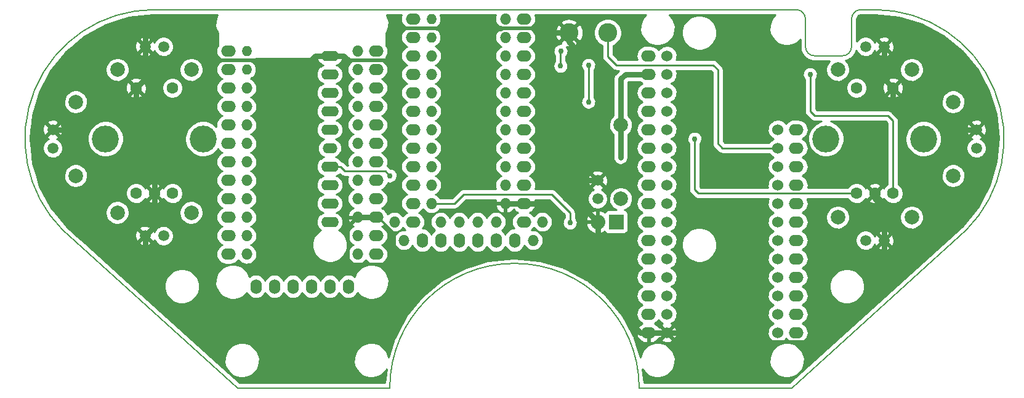
<source format=gbl>
G04 #@! TF.FileFunction,Copper,L2,Bot,Signal*
%FSLAX46Y46*%
G04 Gerber Fmt 4.6, Leading zero omitted, Abs format (unit mm)*
G04 Created by KiCad (PCBNEW 4.0.1-3.201512221401+6198~38~ubuntu15.10.1-stable) date Mon Feb 15 20:14:59 2016*
%MOMM*%
G01*
G04 APERTURE LIST*
%ADD10C,0.101600*%
%ADD11C,0.152400*%
%ADD12O,2.032000X1.524000*%
%ADD13O,1.524000X2.032000*%
%ADD14O,1.524000X1.524000*%
%ADD15O,1.397000X1.397000*%
%ADD16C,1.501140*%
%ADD17C,1.998980*%
%ADD18R,2.032000X2.032000*%
%ADD19O,2.032000X2.032000*%
%ADD20O,2.413000X1.397000*%
%ADD21O,2.032000X1.397000*%
%ADD22C,1.524000*%
%ADD23C,1.600000*%
%ADD24C,3.700000*%
%ADD25C,2.600000*%
%ADD26C,0.762000*%
%ADD27C,0.254000*%
%ADD28C,0.762000*%
%ADD29C,0.508000*%
G04 APERTURE END LIST*
D10*
D11*
X139700000Y-22860000D02*
X141605000Y-22860000D01*
X139700000Y-22860000D02*
G75*
G03X138430000Y-24130000I0J-1270000D01*
G01*
X132080000Y-24130000D02*
G75*
G03X130810000Y-22860000I-1270000J0D01*
G01*
X137160000Y-29210000D02*
G75*
G03X138430000Y-27940000I0J1270000D01*
G01*
X132080000Y-27940000D02*
G75*
G03X133350000Y-29210000I1270000J0D01*
G01*
X133350000Y-29210000D02*
X137160000Y-29210000D01*
X138430000Y-27940000D02*
X138430000Y-24130000D01*
X132080000Y-24130000D02*
X132080000Y-27940000D01*
X109220000Y-74930000D02*
X130175000Y-74930000D01*
X74930000Y-74930000D02*
X53975000Y-74930000D01*
X109220000Y-74930000D02*
G75*
G03X92075000Y-57785000I-17145000J0D01*
G01*
X92075000Y-57785000D02*
G75*
G03X74930000Y-74930000I0J-17145000D01*
G01*
X53975000Y-74930000D02*
X29972000Y-53213000D01*
X29972641Y-53212359D02*
G75*
G02X42545000Y-22860000I12572359J12572359D01*
G01*
X42545000Y-22860000D02*
X130810000Y-22860000D01*
X130175000Y-74930000D02*
X154178000Y-53213000D01*
X154177359Y-53212359D02*
G75*
G03X141605000Y-22860000I-12572359J12572359D01*
G01*
D12*
X93345000Y-24130000D03*
X93345000Y-26670000D03*
X93345000Y-29210000D03*
X93345000Y-31750000D03*
X93345000Y-34290000D03*
X93345000Y-36830000D03*
X93345000Y-39370000D03*
X93345000Y-41910000D03*
X93345000Y-44450000D03*
X93345000Y-46990000D03*
X93345000Y-49530000D03*
X93345000Y-52070000D03*
D13*
X92075000Y-54610000D03*
X89535000Y-54610000D03*
X86995000Y-54610000D03*
X84455000Y-54610000D03*
X81915000Y-54610000D03*
X79375000Y-54610000D03*
D12*
X78105000Y-52069999D03*
X78105000Y-49530000D03*
X78105000Y-46990000D03*
X78105000Y-44450000D03*
X78105000Y-41910000D03*
X78105000Y-39370000D03*
X78105000Y-36830000D03*
X78105000Y-34290000D03*
X78105000Y-31750000D03*
X78105000Y-29210000D03*
X78105000Y-26670000D03*
X78105000Y-24130000D03*
D14*
X90805000Y-24130000D03*
X90805000Y-26670000D03*
X90805000Y-29210000D03*
X90805000Y-31750000D03*
X90805000Y-34290000D03*
X90805000Y-36830000D03*
X90805000Y-39370000D03*
X90805000Y-41910000D03*
X90805000Y-44450000D03*
X90805000Y-46990000D03*
X90805000Y-49530000D03*
X95885000Y-52070000D03*
X94615000Y-54610000D03*
X89535000Y-52070000D03*
X86995000Y-52070000D03*
X84455000Y-52070000D03*
X81915000Y-52070000D03*
X76835000Y-54610000D03*
X75565000Y-52070000D03*
X80645000Y-49530000D03*
X80645000Y-46990000D03*
X80645000Y-44450000D03*
X80645000Y-41910000D03*
X80645000Y-39370000D03*
X80645000Y-36830000D03*
X80645000Y-34290000D03*
X80645000Y-31750000D03*
X80645000Y-29210000D03*
D15*
X80645000Y-26670000D03*
X80645000Y-24130000D03*
D16*
X140335000Y-54610000D03*
X142875000Y-54610000D03*
X155575000Y-41910000D03*
X155575000Y-39370000D03*
X140335000Y-27940000D03*
X142875000Y-27940000D03*
X103505000Y-48895000D03*
X103505000Y-46355000D03*
X28575000Y-41910000D03*
X28575000Y-39370000D03*
X43815000Y-53975000D03*
X41275000Y-53975000D03*
X43815000Y-27940000D03*
X41275000Y-27940000D03*
D17*
X146685000Y-51435000D03*
X136525000Y-51435000D03*
X152400000Y-35560000D03*
X152400000Y-45720000D03*
X146685000Y-31115000D03*
X136525000Y-31115000D03*
X106680000Y-38735000D03*
X106680000Y-48895000D03*
X31750000Y-35560000D03*
X31750000Y-45720000D03*
X37465000Y-50800000D03*
X47625000Y-50800000D03*
X37465000Y-31115000D03*
X47625000Y-31115000D03*
D18*
X106045000Y-52070000D03*
D19*
X103505000Y-52070000D03*
D12*
X73025000Y-28575000D03*
X73025000Y-31115000D03*
X73025000Y-33655000D03*
X73025000Y-36195000D03*
X73025000Y-38735000D03*
X73025000Y-41275000D03*
X73025000Y-43815000D03*
X73025000Y-46355000D03*
X73025000Y-48895000D03*
X73025000Y-51435000D03*
X73025000Y-53975000D03*
X73025000Y-56515000D03*
D13*
X69215000Y-60960000D03*
X66675000Y-60960000D03*
X64135000Y-60960000D03*
X61595000Y-60960000D03*
X59055000Y-60960000D03*
X56515000Y-60960000D03*
D12*
X52705000Y-56515000D03*
X52705000Y-53975000D03*
X52705000Y-51435000D03*
X52705000Y-48895000D03*
X52705000Y-46355000D03*
X52705000Y-43815000D03*
X52705000Y-41275000D03*
X52705000Y-38735000D03*
X52705000Y-36195000D03*
X52705000Y-33655000D03*
X52705000Y-31115000D03*
X52705000Y-28575000D03*
D14*
X70485000Y-28575000D03*
X70485000Y-31115000D03*
X70485000Y-33655000D03*
X70485000Y-36195000D03*
X70485000Y-38735000D03*
X70485000Y-41275000D03*
X70485000Y-43815000D03*
X70485000Y-46355000D03*
X70485000Y-48895000D03*
X70485000Y-51435000D03*
X70485000Y-53975000D03*
X70485000Y-56515000D03*
X55245000Y-56515000D03*
X55245000Y-53975000D03*
X55245000Y-51435000D03*
X55245000Y-48895000D03*
X55245000Y-46355000D03*
X55245000Y-43815000D03*
X55245000Y-41275000D03*
X55245000Y-38735000D03*
X55245000Y-36195000D03*
X55245000Y-33655000D03*
D15*
X55245000Y-31115000D03*
X55245000Y-28575000D03*
D20*
X66675000Y-29210000D03*
X66675000Y-31750000D03*
X66675000Y-34290000D03*
X66675000Y-36830000D03*
X66675000Y-39370000D03*
D21*
X66675000Y-41910000D03*
D20*
X66675000Y-44450000D03*
X66675000Y-46990000D03*
X66675000Y-49530000D03*
X66675000Y-52070000D03*
D12*
X130810000Y-67310000D03*
X130810000Y-64770000D03*
X130810000Y-62230000D03*
X130810000Y-59690000D03*
X130810000Y-57150000D03*
X130810000Y-54610000D03*
X130810000Y-52070000D03*
X130810000Y-49530000D03*
X130810000Y-46990000D03*
X130810000Y-44450000D03*
X130810000Y-41910000D03*
X130810000Y-39370000D03*
X110490000Y-29210000D03*
X110490000Y-31750000D03*
X110490000Y-34290000D03*
X110490000Y-36830000D03*
X110490000Y-39370000D03*
X110490000Y-41910000D03*
X110490000Y-44450000D03*
X110490000Y-46990000D03*
X110490000Y-49530000D03*
X110490000Y-52070000D03*
X110490000Y-54610000D03*
X110490000Y-57150000D03*
X110490000Y-59690000D03*
X110490000Y-62230000D03*
X110490000Y-64770000D03*
X110490000Y-67310000D03*
D22*
X128270000Y-67310000D03*
X128270000Y-64770000D03*
X128270000Y-62230000D03*
X128270000Y-59690000D03*
X128270000Y-57150000D03*
X128270000Y-54610000D03*
X128270000Y-52070000D03*
X128270000Y-49530000D03*
X128270000Y-46990000D03*
X128270000Y-44450000D03*
X128270000Y-41910000D03*
X128270000Y-39370000D03*
X113030000Y-29210000D03*
X113030000Y-31750000D03*
X113030000Y-34290000D03*
X113030000Y-36830000D03*
X113030000Y-39370000D03*
X113030000Y-41910000D03*
X113030000Y-44450000D03*
X113030000Y-46990000D03*
X113030000Y-49530000D03*
X113030000Y-52070000D03*
X113030000Y-54610000D03*
X113030000Y-57150000D03*
X113030000Y-59690000D03*
X113030000Y-62230000D03*
X113030000Y-64770000D03*
X113030000Y-67310000D03*
D23*
X42545000Y-48140000D03*
X40045000Y-48140000D03*
X45045000Y-48140000D03*
X40045000Y-33640000D03*
X45045000Y-33640000D03*
D24*
X49245000Y-40640000D03*
X35845000Y-40640000D03*
D23*
X141605000Y-48140000D03*
X139105000Y-48140000D03*
X144105000Y-48140000D03*
X139105000Y-33640000D03*
X144105000Y-33640000D03*
D24*
X148305000Y-40640000D03*
X134905000Y-40640000D03*
D25*
X99585000Y-26035000D03*
X104885000Y-26035000D03*
D26*
X74930000Y-45720000D03*
X99695000Y-52197000D03*
X98425000Y-28575006D03*
X98406801Y-30607021D03*
X102235000Y-30480000D03*
X102234996Y-35560000D03*
X132715000Y-31750000D03*
X116840006Y-40640000D03*
X106680000Y-43180000D03*
D27*
X74930000Y-45720000D02*
X74295000Y-45085000D01*
X74295000Y-45085000D02*
X74930000Y-45720000D01*
X68770500Y-45085000D02*
X74295000Y-45085000D01*
X66675000Y-44450000D02*
X68135500Y-44450000D01*
X68135500Y-44450000D02*
X68770500Y-45085000D01*
X99695000Y-52197000D02*
X99695000Y-50800000D01*
X99695000Y-50800000D02*
X97155000Y-48260000D01*
X97155000Y-48260000D02*
X85090000Y-48260000D01*
X85090000Y-48260000D02*
X83820000Y-49530000D01*
X83820000Y-49530000D02*
X80645000Y-49530000D01*
D28*
X116903501Y-68643501D02*
X127000000Y-68643501D01*
D29*
X132651499Y-68643501D02*
X132587997Y-68579999D01*
X132587997Y-68579999D02*
X127063502Y-68579999D01*
X127063502Y-68579999D02*
X127000000Y-68643501D01*
D28*
X76454000Y-56515000D02*
X76200000Y-56769000D01*
X76200000Y-56769000D02*
X75819000Y-57150000D01*
D27*
X75565000Y-53721000D02*
X75565000Y-56134000D01*
X75565000Y-56134000D02*
X76200000Y-56769000D01*
X73025000Y-51435000D02*
X73279000Y-51435000D01*
X73279000Y-51435000D02*
X75565000Y-53721000D01*
D28*
X75819000Y-57150000D02*
X75819000Y-57785000D01*
X75819000Y-57785000D02*
X75819000Y-61976000D01*
D27*
X69215000Y-57150000D02*
X69850000Y-57785000D01*
X69850000Y-57785000D02*
X75819000Y-57785000D01*
X69215000Y-52705000D02*
X69215000Y-57150000D01*
D29*
X70485000Y-51435000D02*
X69215000Y-52705000D01*
D28*
X43243510Y-57848510D02*
X48895000Y-57848510D01*
X50165000Y-61595000D02*
X50165000Y-59118510D01*
X50165000Y-59118510D02*
X48895000Y-57848510D01*
X52070000Y-63500000D02*
X50165000Y-61595000D01*
X74295000Y-63500000D02*
X52070000Y-63500000D01*
X75819000Y-61976000D02*
X74295000Y-63500000D01*
X113030000Y-67310000D02*
X115570000Y-67310000D01*
X142240000Y-56515000D02*
X142875000Y-55880000D01*
X115570000Y-67310000D02*
X116903501Y-68643501D01*
X135890000Y-56515000D02*
X142240000Y-56515000D01*
X132651499Y-68643501D02*
X134620000Y-66675000D01*
X134620000Y-66675000D02*
X134620000Y-57785000D01*
X134620000Y-57785000D02*
X135890000Y-56515000D01*
X142875000Y-55880000D02*
X142875000Y-54610000D01*
X99585000Y-26035000D02*
X99585000Y-27305000D01*
X100110000Y-46355000D02*
X100110000Y-27830000D01*
X100110000Y-27830000D02*
X99585000Y-27305000D01*
X95250000Y-25400000D02*
X95885000Y-26035000D01*
X95885000Y-26035000D02*
X99585000Y-26035000D01*
X94615000Y-25400000D02*
X95250000Y-25400000D01*
X95250000Y-49530000D02*
X95885000Y-49530000D01*
X95885000Y-49530000D02*
X98044000Y-51689000D01*
X103505000Y-46355000D02*
X100110000Y-46355000D01*
X100110000Y-46355000D02*
X100110000Y-48675000D01*
X100110000Y-48675000D02*
X103505000Y-52070000D01*
X110490000Y-67310000D02*
X109347000Y-67310000D01*
X109347000Y-67310000D02*
X108077000Y-66040000D01*
X108077000Y-66040000D02*
X108077000Y-61087000D01*
X108077000Y-61087000D02*
X103505000Y-56515000D01*
X142875000Y-54610000D02*
X142875000Y-50165000D01*
X141605000Y-48895000D02*
X141605000Y-48140000D01*
X142875000Y-50165000D02*
X141605000Y-48895000D01*
X144780000Y-50165000D02*
X142875000Y-50165000D01*
X144780000Y-50165000D02*
X147320000Y-47625000D01*
X147320000Y-47625000D02*
X147320000Y-44450000D01*
X147320000Y-44450000D02*
X145415000Y-42545000D01*
X90170000Y-25400000D02*
X81915000Y-25400000D01*
D29*
X56515000Y-29845000D02*
X51435000Y-29845000D01*
D28*
X66675000Y-29210000D02*
X64706500Y-29210000D01*
X64706500Y-29210000D02*
X64071500Y-29845000D01*
X64071500Y-29845000D02*
X56515000Y-29845000D01*
D29*
X90170000Y-25400000D02*
X94615000Y-25400000D01*
X81915000Y-25400000D02*
X76200000Y-25400000D01*
D28*
X75565000Y-26035000D02*
X76200000Y-25400000D01*
X75565000Y-26035000D02*
X75565000Y-29210000D01*
X75565000Y-29210000D02*
X74930000Y-29845000D01*
X68580000Y-29210000D02*
X69215000Y-29845000D01*
X66675000Y-29210000D02*
X68580000Y-29210000D01*
X46990000Y-25400000D02*
X51435000Y-29845000D01*
D29*
X69215000Y-29845000D02*
X74930000Y-29845000D01*
D28*
X98044000Y-56515000D02*
X76454000Y-56515000D01*
X73025000Y-51435000D02*
X70485000Y-51435000D01*
X93345000Y-49530000D02*
X90805000Y-49530000D01*
X93345000Y-49530000D02*
X95250000Y-49530000D01*
X98044000Y-51689000D02*
X98044000Y-56515000D01*
X41275000Y-55880000D02*
X43243510Y-57848510D01*
X41275000Y-53975000D02*
X41275000Y-55880000D01*
X103505000Y-56515000D02*
X98044000Y-56515000D01*
X103505000Y-52070000D02*
X103505000Y-56515000D01*
X110490000Y-67310000D02*
X113030000Y-67310000D01*
X142875000Y-27940000D02*
X142875000Y-32410000D01*
X142875000Y-32410000D02*
X144105000Y-33640000D01*
X144105000Y-33640000D02*
X144105000Y-35520000D01*
X144105000Y-35520000D02*
X145415000Y-36830000D01*
X145415000Y-42545000D02*
X145415000Y-36830000D01*
X41275000Y-27940000D02*
X41275000Y-26670000D01*
X42545000Y-25400000D02*
X46990000Y-25400000D01*
X41275000Y-26670000D02*
X42545000Y-25400000D01*
X152400000Y-39370000D02*
X149860000Y-36830000D01*
X149860000Y-36830000D02*
X145415000Y-36830000D01*
X155575000Y-39370000D02*
X152400000Y-39370000D01*
X41275000Y-27940000D02*
X41275000Y-32410000D01*
X41275000Y-32410000D02*
X40045000Y-33640000D01*
X28575000Y-39370000D02*
X31750000Y-39370000D01*
X31750000Y-39370000D02*
X34290000Y-36830000D01*
X34290000Y-36830000D02*
X38735000Y-36830000D01*
X38735000Y-36830000D02*
X40045000Y-35520000D01*
X40045000Y-35520000D02*
X40045000Y-33640000D01*
X38735000Y-42545000D02*
X38735000Y-36830000D01*
X42545000Y-46355000D02*
X38735000Y-42545000D01*
X42545000Y-48140000D02*
X42545000Y-46355000D01*
X41275000Y-53975000D02*
X42545000Y-52705000D01*
X42545000Y-52705000D02*
X42545000Y-48140000D01*
D27*
X98406801Y-28593205D02*
X98425000Y-28575006D01*
X98406801Y-30607021D02*
X98406801Y-28593205D01*
X102234996Y-30480004D02*
X102235000Y-30480000D01*
X102234996Y-35560000D02*
X102234996Y-30480004D01*
X144105000Y-48140000D02*
X144105000Y-38140000D01*
X144105000Y-38140000D02*
X143430000Y-37465000D01*
X143430000Y-37465000D02*
X133350000Y-37465000D01*
X133350000Y-37465000D02*
X132715000Y-36830000D01*
X132715000Y-36830000D02*
X132715000Y-31750000D01*
X139105000Y-48140000D02*
X124460000Y-48140000D01*
X116840006Y-47625006D02*
X117355000Y-48140000D01*
X117355000Y-48140000D02*
X124460000Y-48140000D01*
X116840006Y-40640000D02*
X116840006Y-47625006D01*
D28*
X106680000Y-32385000D02*
X107315000Y-31750000D01*
X107315000Y-31750000D02*
X110490000Y-31750000D01*
X106680000Y-38735000D02*
X106680000Y-32385000D01*
X106680000Y-43180000D02*
X106680000Y-38735000D01*
X110490000Y-31750000D02*
X110236000Y-31750000D01*
D27*
X104885000Y-26035000D02*
X104885000Y-29320000D01*
X104885000Y-29320000D02*
X106045000Y-30480000D01*
X106045000Y-30480000D02*
X119380000Y-30480000D01*
X120015000Y-41275000D02*
X120650000Y-41910000D01*
X119380000Y-30480000D02*
X120015000Y-31115000D01*
X120015000Y-31115000D02*
X120015000Y-41275000D01*
X120650000Y-41910000D02*
X128270000Y-41910000D01*
G36*
X51215241Y-23596904D02*
X51028822Y-24031851D01*
X50930436Y-24494724D01*
X50923829Y-24967892D01*
X51009253Y-25433331D01*
X51183454Y-25873314D01*
X51308000Y-26066571D01*
X51308000Y-27765821D01*
X51284847Y-27793808D01*
X51155169Y-28033641D01*
X51074545Y-28294094D01*
X51046046Y-28565247D01*
X51070757Y-28836772D01*
X51147736Y-29098325D01*
X51274052Y-29339946D01*
X51308000Y-29382169D01*
X51308000Y-29591000D01*
X51316685Y-29637159D01*
X51343965Y-29679553D01*
X51385590Y-29707994D01*
X51435000Y-29718000D01*
X51642212Y-29718000D01*
X51653753Y-29727684D01*
X51868576Y-29845784D01*
X51669924Y-29951409D01*
X51458638Y-30123730D01*
X51284847Y-30333808D01*
X51155169Y-30573641D01*
X51074545Y-30834094D01*
X51046046Y-31105247D01*
X51070757Y-31376772D01*
X51147736Y-31638325D01*
X51274052Y-31879946D01*
X51444894Y-32092430D01*
X51653753Y-32267684D01*
X51868576Y-32385784D01*
X51669924Y-32491409D01*
X51458638Y-32663730D01*
X51284847Y-32873808D01*
X51155169Y-33113641D01*
X51074545Y-33374094D01*
X51046046Y-33645247D01*
X51070757Y-33916772D01*
X51147736Y-34178325D01*
X51274052Y-34419946D01*
X51444894Y-34632430D01*
X51653753Y-34807684D01*
X51868576Y-34925784D01*
X51669924Y-35031409D01*
X51458638Y-35203730D01*
X51284847Y-35413808D01*
X51155169Y-35653641D01*
X51074545Y-35914094D01*
X51046046Y-36185247D01*
X51070757Y-36456772D01*
X51147736Y-36718325D01*
X51274052Y-36959946D01*
X51444894Y-37172430D01*
X51653753Y-37347684D01*
X51868576Y-37465784D01*
X51669924Y-37571409D01*
X51458638Y-37743730D01*
X51284847Y-37953808D01*
X51155169Y-38193641D01*
X51074545Y-38454094D01*
X51046046Y-38725247D01*
X51066246Y-38947201D01*
X50836663Y-38716010D01*
X50432645Y-38443496D01*
X49983390Y-38254647D01*
X49506010Y-38156655D01*
X49018688Y-38153253D01*
X48539987Y-38244570D01*
X48088139Y-38427128D01*
X47680355Y-38693974D01*
X47332169Y-39034944D01*
X47056841Y-39437050D01*
X46864860Y-39884975D01*
X46763538Y-40361659D01*
X46756733Y-40848946D01*
X46844706Y-41328273D01*
X47024106Y-41781384D01*
X47288099Y-42191021D01*
X47626629Y-42541579D01*
X48026803Y-42819707D01*
X48473377Y-43014811D01*
X48949342Y-43119459D01*
X49436569Y-43129665D01*
X49916499Y-43045040D01*
X50370852Y-42868808D01*
X50782321Y-42607682D01*
X51135235Y-42271607D01*
X51287157Y-42056245D01*
X51444894Y-42252430D01*
X51653753Y-42427684D01*
X51868576Y-42545784D01*
X51669924Y-42651409D01*
X51458638Y-42823730D01*
X51284847Y-43033808D01*
X51155169Y-43273641D01*
X51074545Y-43534094D01*
X51046046Y-43805247D01*
X51070757Y-44076772D01*
X51147736Y-44338325D01*
X51274052Y-44579946D01*
X51444894Y-44792430D01*
X51653753Y-44967684D01*
X51868576Y-45085784D01*
X51669924Y-45191409D01*
X51458638Y-45363730D01*
X51284847Y-45573808D01*
X51155169Y-45813641D01*
X51074545Y-46074094D01*
X51046046Y-46345247D01*
X51070757Y-46616772D01*
X51147736Y-46878325D01*
X51274052Y-47119946D01*
X51444894Y-47332430D01*
X51653753Y-47507684D01*
X51868576Y-47625784D01*
X51669924Y-47731409D01*
X51458638Y-47903730D01*
X51284847Y-48113808D01*
X51155169Y-48353641D01*
X51074545Y-48614094D01*
X51046046Y-48885247D01*
X51070757Y-49156772D01*
X51147736Y-49418325D01*
X51274052Y-49659946D01*
X51444894Y-49872430D01*
X51653753Y-50047684D01*
X51868576Y-50165784D01*
X51669924Y-50271409D01*
X51458638Y-50443730D01*
X51284847Y-50653808D01*
X51155169Y-50893641D01*
X51074545Y-51154094D01*
X51046046Y-51425247D01*
X51070757Y-51696772D01*
X51147736Y-51958325D01*
X51274052Y-52199946D01*
X51444894Y-52412430D01*
X51653753Y-52587684D01*
X51868576Y-52705784D01*
X51669924Y-52811409D01*
X51458638Y-52983730D01*
X51284847Y-53193808D01*
X51155169Y-53433641D01*
X51074545Y-53694094D01*
X51046046Y-53965247D01*
X51070757Y-54236772D01*
X51147736Y-54498325D01*
X51274052Y-54739946D01*
X51444894Y-54952430D01*
X51653753Y-55127684D01*
X51868576Y-55245784D01*
X51669924Y-55351409D01*
X51458638Y-55523730D01*
X51284847Y-55733808D01*
X51155169Y-55973641D01*
X51074545Y-56234094D01*
X51046046Y-56505247D01*
X51070757Y-56776772D01*
X51147736Y-57038325D01*
X51274052Y-57279946D01*
X51444894Y-57492430D01*
X51653753Y-57667684D01*
X51892675Y-57799032D01*
X52152559Y-57881472D01*
X52423507Y-57911864D01*
X52443012Y-57912000D01*
X52966988Y-57912000D01*
X53238333Y-57885394D01*
X53499343Y-57806591D01*
X53740076Y-57678591D01*
X53951362Y-57506270D01*
X54103678Y-57322151D01*
X54253730Y-57506133D01*
X54463808Y-57679924D01*
X54703641Y-57809602D01*
X54964094Y-57890226D01*
X55235247Y-57918725D01*
X55506772Y-57894014D01*
X55768325Y-57817035D01*
X56009946Y-57690719D01*
X56222430Y-57519877D01*
X56397684Y-57311018D01*
X56529032Y-57072096D01*
X56611472Y-56812212D01*
X56641864Y-56541264D01*
X56642000Y-56521759D01*
X56642000Y-56508241D01*
X56615394Y-56236896D01*
X56536591Y-55975886D01*
X56408591Y-55735153D01*
X56236270Y-55523867D01*
X56026192Y-55350076D01*
X55830750Y-55244400D01*
X56009946Y-55150719D01*
X56222430Y-54979877D01*
X56397684Y-54771018D01*
X56529032Y-54532096D01*
X56611472Y-54272212D01*
X56641864Y-54001264D01*
X56642000Y-53981759D01*
X56642000Y-53968241D01*
X56615394Y-53696896D01*
X56536591Y-53435886D01*
X56408591Y-53195153D01*
X56236270Y-52983867D01*
X56026192Y-52810076D01*
X55830750Y-52704400D01*
X56009946Y-52610719D01*
X56222430Y-52439877D01*
X56397684Y-52231018D01*
X56529032Y-51992096D01*
X56611472Y-51732212D01*
X56641864Y-51461264D01*
X56642000Y-51441759D01*
X56642000Y-51428241D01*
X56615394Y-51156896D01*
X56536591Y-50895886D01*
X56408591Y-50655153D01*
X56236270Y-50443867D01*
X56026192Y-50270076D01*
X55830750Y-50164400D01*
X56009946Y-50070719D01*
X56222430Y-49899877D01*
X56397684Y-49691018D01*
X56529032Y-49452096D01*
X56611472Y-49192212D01*
X56641864Y-48921264D01*
X56642000Y-48901759D01*
X56642000Y-48888241D01*
X56615394Y-48616896D01*
X56536591Y-48355886D01*
X56408591Y-48115153D01*
X56236270Y-47903867D01*
X56026192Y-47730076D01*
X55830750Y-47624400D01*
X56009946Y-47530719D01*
X56222430Y-47359877D01*
X56397684Y-47151018D01*
X56529032Y-46912096D01*
X56611472Y-46652212D01*
X56641864Y-46381264D01*
X56642000Y-46361759D01*
X56642000Y-46348241D01*
X56615394Y-46076896D01*
X56536591Y-45815886D01*
X56408591Y-45575153D01*
X56236270Y-45363867D01*
X56026192Y-45190076D01*
X55830750Y-45084400D01*
X56009946Y-44990719D01*
X56222430Y-44819877D01*
X56397684Y-44611018D01*
X56529032Y-44372096D01*
X56611472Y-44112212D01*
X56641864Y-43841264D01*
X56642000Y-43821759D01*
X56642000Y-43808241D01*
X56615394Y-43536896D01*
X56536591Y-43275886D01*
X56408591Y-43035153D01*
X56236270Y-42823867D01*
X56026192Y-42650076D01*
X55830750Y-42544400D01*
X56009946Y-42450719D01*
X56222430Y-42279877D01*
X56397684Y-42071018D01*
X56529032Y-41832096D01*
X56611472Y-41572212D01*
X56641864Y-41301264D01*
X56642000Y-41281759D01*
X56642000Y-41268241D01*
X56615394Y-40996896D01*
X56536591Y-40735886D01*
X56408591Y-40495153D01*
X56236270Y-40283867D01*
X56026192Y-40110076D01*
X55830750Y-40004400D01*
X56009946Y-39910719D01*
X56222430Y-39739877D01*
X56397684Y-39531018D01*
X56529032Y-39292096D01*
X56611472Y-39032212D01*
X56641864Y-38761264D01*
X56642000Y-38741759D01*
X56642000Y-38728241D01*
X56615394Y-38456896D01*
X56536591Y-38195886D01*
X56408591Y-37955153D01*
X56236270Y-37743867D01*
X56026192Y-37570076D01*
X55830750Y-37464400D01*
X56009946Y-37370719D01*
X56222430Y-37199877D01*
X56397684Y-36991018D01*
X56529032Y-36752096D01*
X56611472Y-36492212D01*
X56641864Y-36221264D01*
X56642000Y-36201759D01*
X56642000Y-36188241D01*
X56615394Y-35916896D01*
X56536591Y-35655886D01*
X56408591Y-35415153D01*
X56236270Y-35203867D01*
X56026192Y-35030076D01*
X55830750Y-34924400D01*
X56009946Y-34830719D01*
X56222430Y-34659877D01*
X56397684Y-34451018D01*
X56529032Y-34212096D01*
X56611472Y-33952212D01*
X56641864Y-33681264D01*
X56642000Y-33661759D01*
X56642000Y-33648241D01*
X56615394Y-33376896D01*
X56536591Y-33115886D01*
X56408591Y-32875153D01*
X56236270Y-32663867D01*
X56026192Y-32490076D01*
X55786359Y-32360398D01*
X55757033Y-32351320D01*
X55975176Y-32237277D01*
X56178001Y-32074201D01*
X56345289Y-31874835D01*
X56470667Y-31646774D01*
X56549360Y-31398702D01*
X56578370Y-31140071D01*
X56578500Y-31121452D01*
X56578500Y-31108548D01*
X56553104Y-30849536D01*
X56477882Y-30600391D01*
X56355700Y-30370600D01*
X56191213Y-30168918D01*
X55990684Y-30003026D01*
X55761752Y-29879243D01*
X55651699Y-29845176D01*
X55744538Y-29817852D01*
X55935537Y-29718000D01*
X64934484Y-29718000D01*
X64987677Y-29845257D01*
X65134270Y-30063125D01*
X65320550Y-30248208D01*
X65539359Y-30393393D01*
X65759906Y-30483915D01*
X65649933Y-30517118D01*
X65420142Y-30639300D01*
X65218460Y-30803787D01*
X65052568Y-31004316D01*
X64928785Y-31233248D01*
X64851826Y-31481863D01*
X64824622Y-31740690D01*
X64848210Y-31999873D01*
X64921690Y-32249538D01*
X65042265Y-32480176D01*
X65205341Y-32683001D01*
X65404707Y-32850289D01*
X65632768Y-32975667D01*
X65772694Y-33020054D01*
X65649933Y-33057118D01*
X65420142Y-33179300D01*
X65218460Y-33343787D01*
X65052568Y-33544316D01*
X64928785Y-33773248D01*
X64851826Y-34021863D01*
X64824622Y-34280690D01*
X64848210Y-34539873D01*
X64921690Y-34789538D01*
X65042265Y-35020176D01*
X65205341Y-35223001D01*
X65404707Y-35390289D01*
X65632768Y-35515667D01*
X65772694Y-35560054D01*
X65649933Y-35597118D01*
X65420142Y-35719300D01*
X65218460Y-35883787D01*
X65052568Y-36084316D01*
X64928785Y-36313248D01*
X64851826Y-36561863D01*
X64824622Y-36820690D01*
X64848210Y-37079873D01*
X64921690Y-37329538D01*
X65042265Y-37560176D01*
X65205341Y-37763001D01*
X65404707Y-37930289D01*
X65632768Y-38055667D01*
X65772694Y-38100054D01*
X65649933Y-38137118D01*
X65420142Y-38259300D01*
X65218460Y-38423787D01*
X65052568Y-38624316D01*
X64928785Y-38853248D01*
X64851826Y-39101863D01*
X64824622Y-39360690D01*
X64848210Y-39619873D01*
X64921690Y-39869538D01*
X65042265Y-40100176D01*
X65205341Y-40303001D01*
X65404707Y-40470289D01*
X65632768Y-40595667D01*
X65866040Y-40669665D01*
X65841355Y-40677118D01*
X65611564Y-40799300D01*
X65409882Y-40963787D01*
X65243990Y-41164316D01*
X65120207Y-41393248D01*
X65043248Y-41641863D01*
X65016044Y-41900690D01*
X65039632Y-42159873D01*
X65113112Y-42409538D01*
X65233687Y-42640176D01*
X65396763Y-42843001D01*
X65596129Y-43010289D01*
X65824190Y-43135667D01*
X65870770Y-43150443D01*
X65649933Y-43217118D01*
X65420142Y-43339300D01*
X65218460Y-43503787D01*
X65052568Y-43704316D01*
X64928785Y-43933248D01*
X64851826Y-44181863D01*
X64824622Y-44440690D01*
X64848210Y-44699873D01*
X64921690Y-44949538D01*
X65042265Y-45180176D01*
X65205341Y-45383001D01*
X65404707Y-45550289D01*
X65632768Y-45675667D01*
X65772694Y-45720054D01*
X65649933Y-45757118D01*
X65420142Y-45879300D01*
X65218460Y-46043787D01*
X65052568Y-46244316D01*
X64928785Y-46473248D01*
X64851826Y-46721863D01*
X64824622Y-46980690D01*
X64848210Y-47239873D01*
X64921690Y-47489538D01*
X65042265Y-47720176D01*
X65205341Y-47923001D01*
X65404707Y-48090289D01*
X65632768Y-48215667D01*
X65772694Y-48260054D01*
X65649933Y-48297118D01*
X65420142Y-48419300D01*
X65218460Y-48583787D01*
X65052568Y-48784316D01*
X64928785Y-49013248D01*
X64851826Y-49261863D01*
X64824622Y-49520690D01*
X64848210Y-49779873D01*
X64921690Y-50029538D01*
X65042265Y-50260176D01*
X65205341Y-50463001D01*
X65404707Y-50630289D01*
X65632768Y-50755667D01*
X65772694Y-50800054D01*
X65649933Y-50837118D01*
X65420142Y-50959300D01*
X65218460Y-51123787D01*
X65052568Y-51324316D01*
X64928785Y-51553248D01*
X64851826Y-51801863D01*
X64824622Y-52060690D01*
X64848210Y-52319873D01*
X64921690Y-52569538D01*
X65042265Y-52800176D01*
X65205341Y-53003001D01*
X65404707Y-53170289D01*
X65423075Y-53180387D01*
X65155689Y-53355359D01*
X64817591Y-53686449D01*
X64550241Y-54076904D01*
X64363822Y-54511851D01*
X64265436Y-54974724D01*
X64258829Y-55447892D01*
X64344253Y-55913331D01*
X64518454Y-56353314D01*
X64774798Y-56751081D01*
X65103520Y-57091483D01*
X65492099Y-57361552D01*
X65925734Y-57551003D01*
X66387909Y-57652619D01*
X66861019Y-57662529D01*
X67327043Y-57580356D01*
X67768232Y-57409231D01*
X68167779Y-57155670D01*
X68510467Y-56829333D01*
X68783243Y-56442648D01*
X68975716Y-56010346D01*
X69080556Y-55548892D01*
X69088103Y-55008393D01*
X68996189Y-54544192D01*
X68815861Y-54106684D01*
X68553989Y-53712534D01*
X68220546Y-53376756D01*
X67929869Y-53180691D01*
X68131540Y-53016213D01*
X68297432Y-52815684D01*
X68421215Y-52586752D01*
X68498174Y-52338137D01*
X68525378Y-52079310D01*
X68501790Y-51820127D01*
X68428310Y-51570462D01*
X68307735Y-51339824D01*
X68144659Y-51136999D01*
X67945293Y-50969711D01*
X67717232Y-50844333D01*
X67577306Y-50799946D01*
X67700067Y-50762882D01*
X67929858Y-50640700D01*
X68131540Y-50476213D01*
X68297432Y-50275684D01*
X68421215Y-50046752D01*
X68498174Y-49798137D01*
X68525378Y-49539310D01*
X68501790Y-49280127D01*
X68428310Y-49030462D01*
X68307735Y-48799824D01*
X68144659Y-48596999D01*
X67945293Y-48429711D01*
X67717232Y-48304333D01*
X67577306Y-48259946D01*
X67700067Y-48222882D01*
X67929858Y-48100700D01*
X68131540Y-47936213D01*
X68297432Y-47735684D01*
X68421215Y-47506752D01*
X68498174Y-47258137D01*
X68525378Y-46999310D01*
X68501790Y-46740127D01*
X68428310Y-46490462D01*
X68307735Y-46259824D01*
X68144659Y-46056999D01*
X67945293Y-45889711D01*
X67717232Y-45764333D01*
X67577306Y-45719946D01*
X67700067Y-45682882D01*
X67929858Y-45560700D01*
X68061338Y-45453468D01*
X68231685Y-45623816D01*
X68286129Y-45668537D01*
X68339995Y-45713736D01*
X68343503Y-45715664D01*
X68346603Y-45718211D01*
X68408685Y-45751499D01*
X68470316Y-45785381D01*
X68474134Y-45786592D01*
X68477668Y-45788487D01*
X68545037Y-45809084D01*
X68612071Y-45830348D01*
X68616049Y-45830794D01*
X68619885Y-45831967D01*
X68689967Y-45839086D01*
X68759861Y-45846926D01*
X68767687Y-45846980D01*
X68767840Y-45846996D01*
X68767983Y-45846982D01*
X68770500Y-45847000D01*
X69185394Y-45847000D01*
X69118528Y-46057788D01*
X69088136Y-46328736D01*
X69088000Y-46348241D01*
X69088000Y-46361759D01*
X69114606Y-46633104D01*
X69193409Y-46894114D01*
X69321409Y-47134847D01*
X69493730Y-47346133D01*
X69703808Y-47519924D01*
X69899250Y-47625600D01*
X69720054Y-47719281D01*
X69507570Y-47890123D01*
X69332316Y-48098982D01*
X69200968Y-48337904D01*
X69118528Y-48597788D01*
X69088136Y-48868736D01*
X69088000Y-48888241D01*
X69088000Y-48901759D01*
X69114606Y-49173104D01*
X69193409Y-49434114D01*
X69321409Y-49674847D01*
X69493730Y-49886133D01*
X69703808Y-50059924D01*
X69907689Y-50170163D01*
X69770006Y-50234831D01*
X69549603Y-50397380D01*
X69365147Y-50599804D01*
X69223726Y-50834325D01*
X69130775Y-51091929D01*
X69252530Y-51308000D01*
X70358000Y-51308000D01*
X70358000Y-51288000D01*
X70612000Y-51288000D01*
X70612000Y-51308000D01*
X72898000Y-51308000D01*
X72898000Y-51288000D01*
X73152000Y-51288000D01*
X73152000Y-51308000D01*
X73172000Y-51308000D01*
X73172000Y-51562000D01*
X73152000Y-51562000D01*
X73152000Y-51582000D01*
X72898000Y-51582000D01*
X72898000Y-51562000D01*
X70612000Y-51562000D01*
X70612000Y-51582000D01*
X70358000Y-51582000D01*
X70358000Y-51562000D01*
X69252530Y-51562000D01*
X69130775Y-51778071D01*
X69223726Y-52035675D01*
X69365147Y-52270196D01*
X69549603Y-52472620D01*
X69770006Y-52635169D01*
X69909050Y-52700477D01*
X69720054Y-52799281D01*
X69507570Y-52970123D01*
X69332316Y-53178982D01*
X69200968Y-53417904D01*
X69118528Y-53677788D01*
X69088136Y-53948736D01*
X69088000Y-53968241D01*
X69088000Y-53981759D01*
X69114606Y-54253104D01*
X69193409Y-54514114D01*
X69321409Y-54754847D01*
X69493730Y-54966133D01*
X69703808Y-55139924D01*
X69899250Y-55245600D01*
X69720054Y-55339281D01*
X69507570Y-55510123D01*
X69332316Y-55718982D01*
X69200968Y-55957904D01*
X69118528Y-56217788D01*
X69088136Y-56488736D01*
X69088000Y-56508241D01*
X69088000Y-56521759D01*
X69114606Y-56793104D01*
X69193409Y-57054114D01*
X69321409Y-57294847D01*
X69493730Y-57506133D01*
X69703808Y-57679924D01*
X69943641Y-57809602D01*
X70204094Y-57890226D01*
X70475247Y-57918725D01*
X70746772Y-57894014D01*
X71008325Y-57817035D01*
X71249946Y-57690719D01*
X71462430Y-57519877D01*
X71628160Y-57322368D01*
X71764894Y-57492430D01*
X71973753Y-57667684D01*
X72212675Y-57799032D01*
X72472559Y-57881472D01*
X72743507Y-57911864D01*
X72763012Y-57912000D01*
X73286988Y-57912000D01*
X73558333Y-57885394D01*
X73819343Y-57806591D01*
X74060076Y-57678591D01*
X74271362Y-57506270D01*
X74445153Y-57296192D01*
X74574831Y-57056359D01*
X74655455Y-56795906D01*
X74683954Y-56524753D01*
X74659243Y-56253228D01*
X74582264Y-55991675D01*
X74455948Y-55750054D01*
X74285106Y-55537570D01*
X74076247Y-55362316D01*
X73861424Y-55244216D01*
X74060076Y-55138591D01*
X74271362Y-54966270D01*
X74445153Y-54756192D01*
X74574831Y-54516359D01*
X74655455Y-54255906D01*
X74683954Y-53984753D01*
X74659243Y-53713228D01*
X74582264Y-53451675D01*
X74455948Y-53210054D01*
X74285106Y-52997570D01*
X74076247Y-52822316D01*
X73862500Y-52704808D01*
X73930942Y-52677059D01*
X74160729Y-52526006D01*
X74228239Y-52459503D01*
X74273409Y-52609114D01*
X74401409Y-52849847D01*
X74573730Y-53061133D01*
X74783808Y-53234924D01*
X75023641Y-53364602D01*
X75284094Y-53445226D01*
X75555247Y-53473725D01*
X75826772Y-53449014D01*
X76088325Y-53372035D01*
X76329946Y-53245719D01*
X76542430Y-53074877D01*
X76708161Y-52877367D01*
X76844894Y-53047429D01*
X77053753Y-53222683D01*
X77066254Y-53229555D01*
X76844753Y-53206275D01*
X76573228Y-53230986D01*
X76311675Y-53307965D01*
X76070054Y-53434281D01*
X75857570Y-53605123D01*
X75682316Y-53813982D01*
X75550968Y-54052904D01*
X75468528Y-54312788D01*
X75438136Y-54583736D01*
X75438000Y-54603241D01*
X75438000Y-54616759D01*
X75464606Y-54888104D01*
X75543409Y-55149114D01*
X75671409Y-55389847D01*
X75843730Y-55601133D01*
X76053808Y-55774924D01*
X76293641Y-55904602D01*
X76554094Y-55985226D01*
X76825247Y-56013725D01*
X77096772Y-55989014D01*
X77358325Y-55912035D01*
X77599946Y-55785719D01*
X77812430Y-55614877D01*
X77987684Y-55406018D01*
X78049801Y-55293027D01*
X78083409Y-55404343D01*
X78211409Y-55645076D01*
X78383730Y-55856362D01*
X78593808Y-56030153D01*
X78833641Y-56159831D01*
X79094094Y-56240455D01*
X79365247Y-56268954D01*
X79636772Y-56244243D01*
X79898325Y-56167264D01*
X80139946Y-56040948D01*
X80352430Y-55870106D01*
X80527684Y-55661247D01*
X80645784Y-55446424D01*
X80751409Y-55645076D01*
X80923730Y-55856362D01*
X81133808Y-56030153D01*
X81373641Y-56159831D01*
X81634094Y-56240455D01*
X81905247Y-56268954D01*
X82176772Y-56244243D01*
X82438325Y-56167264D01*
X82679946Y-56040948D01*
X82892430Y-55870106D01*
X83067684Y-55661247D01*
X83185784Y-55446424D01*
X83291409Y-55645076D01*
X83463730Y-55856362D01*
X83673808Y-56030153D01*
X83913641Y-56159831D01*
X84174094Y-56240455D01*
X84445247Y-56268954D01*
X84716772Y-56244243D01*
X84978325Y-56167264D01*
X85219946Y-56040948D01*
X85432430Y-55870106D01*
X85607684Y-55661247D01*
X85725784Y-55446424D01*
X85831409Y-55645076D01*
X86003730Y-55856362D01*
X86213808Y-56030153D01*
X86453641Y-56159831D01*
X86714094Y-56240455D01*
X86985247Y-56268954D01*
X87256772Y-56244243D01*
X87518325Y-56167264D01*
X87759946Y-56040948D01*
X87972430Y-55870106D01*
X88147684Y-55661247D01*
X88265784Y-55446424D01*
X88371409Y-55645076D01*
X88543730Y-55856362D01*
X88753808Y-56030153D01*
X88993641Y-56159831D01*
X89254094Y-56240455D01*
X89525247Y-56268954D01*
X89796772Y-56244243D01*
X90058325Y-56167264D01*
X90299946Y-56040948D01*
X90512430Y-55870106D01*
X90687684Y-55661247D01*
X90805784Y-55446424D01*
X90911409Y-55645076D01*
X91083730Y-55856362D01*
X91293808Y-56030153D01*
X91533641Y-56159831D01*
X91794094Y-56240455D01*
X92065247Y-56268954D01*
X92336772Y-56244243D01*
X92598325Y-56167264D01*
X92839946Y-56040948D01*
X93052430Y-55870106D01*
X93227684Y-55661247D01*
X93359032Y-55422325D01*
X93400003Y-55293167D01*
X93451409Y-55389847D01*
X93623730Y-55601133D01*
X93833808Y-55774924D01*
X94073641Y-55904602D01*
X94334094Y-55985226D01*
X94605247Y-56013725D01*
X94876772Y-55989014D01*
X95138325Y-55912035D01*
X95379946Y-55785719D01*
X95592430Y-55614877D01*
X95767684Y-55406018D01*
X95899032Y-55167096D01*
X95981472Y-54907212D01*
X96011864Y-54636264D01*
X96012000Y-54616759D01*
X96012000Y-54603241D01*
X95985394Y-54331896D01*
X95906591Y-54070886D01*
X95778591Y-53830153D01*
X95606270Y-53618867D01*
X95396192Y-53445076D01*
X95156359Y-53315398D01*
X94895906Y-53234774D01*
X94624753Y-53206275D01*
X94387043Y-53227909D01*
X94591362Y-53061270D01*
X94743678Y-52877151D01*
X94893730Y-53061133D01*
X95103808Y-53234924D01*
X95343641Y-53364602D01*
X95604094Y-53445226D01*
X95875247Y-53473725D01*
X96146772Y-53449014D01*
X96408325Y-53372035D01*
X96649946Y-53245719D01*
X96862430Y-53074877D01*
X97037684Y-52866018D01*
X97169032Y-52627096D01*
X97251472Y-52367212D01*
X97281864Y-52096264D01*
X97282000Y-52076759D01*
X97282000Y-52063241D01*
X97255394Y-51791896D01*
X97176591Y-51530886D01*
X97048591Y-51290153D01*
X96876270Y-51078867D01*
X96666192Y-50905076D01*
X96426359Y-50775398D01*
X96165906Y-50694774D01*
X95894753Y-50666275D01*
X95623228Y-50690986D01*
X95361675Y-50767965D01*
X95120054Y-50894281D01*
X94907570Y-51065123D01*
X94741840Y-51262632D01*
X94605106Y-51092570D01*
X94396247Y-50917316D01*
X94182500Y-50799808D01*
X94250942Y-50772059D01*
X94480729Y-50621006D01*
X94676632Y-50428026D01*
X94831122Y-50200535D01*
X94938262Y-49947276D01*
X94953220Y-49873070D01*
X94830720Y-49657000D01*
X93472000Y-49657000D01*
X93472000Y-49677000D01*
X93218000Y-49677000D01*
X93218000Y-49657000D01*
X90932000Y-49657000D01*
X90932000Y-50761720D01*
X91148070Y-50884220D01*
X91272114Y-50846596D01*
X91519994Y-50730169D01*
X91740397Y-50567620D01*
X91924853Y-50365196D01*
X91946416Y-50329437D01*
X92013368Y-50428026D01*
X92209271Y-50621006D01*
X92439058Y-50772059D01*
X92509152Y-50800478D01*
X92309924Y-50906409D01*
X92098638Y-51078730D01*
X91924847Y-51288808D01*
X91795169Y-51528641D01*
X91714545Y-51789094D01*
X91686046Y-52060247D01*
X91710757Y-52331772D01*
X91787736Y-52593325D01*
X91914052Y-52834946D01*
X92012673Y-52957606D01*
X91813228Y-52975757D01*
X91551675Y-53052736D01*
X91310054Y-53179052D01*
X91097570Y-53349894D01*
X90922316Y-53558753D01*
X90804216Y-53773576D01*
X90698591Y-53574924D01*
X90526270Y-53363638D01*
X90342435Y-53211557D01*
X90512430Y-53074877D01*
X90687684Y-52866018D01*
X90819032Y-52627096D01*
X90901472Y-52367212D01*
X90931864Y-52096264D01*
X90932000Y-52076759D01*
X90932000Y-52063241D01*
X90905394Y-51791896D01*
X90826591Y-51530886D01*
X90698591Y-51290153D01*
X90526270Y-51078867D01*
X90316192Y-50905076D01*
X90076359Y-50775398D01*
X89815906Y-50694774D01*
X89544753Y-50666275D01*
X89273228Y-50690986D01*
X89011675Y-50767965D01*
X88770054Y-50894281D01*
X88557570Y-51065123D01*
X88382316Y-51273982D01*
X88264216Y-51488805D01*
X88158591Y-51290153D01*
X87986270Y-51078867D01*
X87776192Y-50905076D01*
X87536359Y-50775398D01*
X87275906Y-50694774D01*
X87004753Y-50666275D01*
X86733228Y-50690986D01*
X86471675Y-50767965D01*
X86230054Y-50894281D01*
X86017570Y-51065123D01*
X85842316Y-51273982D01*
X85724216Y-51488805D01*
X85618591Y-51290153D01*
X85446270Y-51078867D01*
X85236192Y-50905076D01*
X84996359Y-50775398D01*
X84735906Y-50694774D01*
X84464753Y-50666275D01*
X84193228Y-50690986D01*
X83931675Y-50767965D01*
X83690054Y-50894281D01*
X83477570Y-51065123D01*
X83302316Y-51273982D01*
X83184216Y-51488805D01*
X83078591Y-51290153D01*
X82906270Y-51078867D01*
X82696192Y-50905076D01*
X82456359Y-50775398D01*
X82195906Y-50694774D01*
X81924753Y-50666275D01*
X81653228Y-50690986D01*
X81391675Y-50767965D01*
X81150054Y-50894281D01*
X80937570Y-51065123D01*
X80762316Y-51273982D01*
X80630968Y-51512904D01*
X80548528Y-51772788D01*
X80518136Y-52043736D01*
X80518000Y-52063241D01*
X80518000Y-52076759D01*
X80544606Y-52348104D01*
X80623409Y-52609114D01*
X80751409Y-52849847D01*
X80923730Y-53061133D01*
X81107565Y-53213214D01*
X80937570Y-53349894D01*
X80762316Y-53558753D01*
X80644216Y-53773576D01*
X80538591Y-53574924D01*
X80366270Y-53363638D01*
X80156192Y-53189847D01*
X79916359Y-53060169D01*
X79655906Y-52979545D01*
X79437923Y-52956634D01*
X79525153Y-52851191D01*
X79654831Y-52611358D01*
X79735455Y-52350905D01*
X79763954Y-52079752D01*
X79739243Y-51808227D01*
X79662264Y-51546674D01*
X79535948Y-51305053D01*
X79365106Y-51092569D01*
X79156247Y-50917315D01*
X78941425Y-50799216D01*
X79140076Y-50693591D01*
X79351362Y-50521270D01*
X79503678Y-50337151D01*
X79653730Y-50521133D01*
X79863808Y-50694924D01*
X80103641Y-50824602D01*
X80364094Y-50905226D01*
X80635247Y-50933725D01*
X80906772Y-50909014D01*
X81168325Y-50832035D01*
X81409946Y-50705719D01*
X81622430Y-50534877D01*
X81797684Y-50326018D01*
X81816385Y-50292000D01*
X83820000Y-50292000D01*
X83890114Y-50285125D01*
X83960170Y-50278996D01*
X83964013Y-50277880D01*
X83968007Y-50277488D01*
X84035460Y-50257123D01*
X84102982Y-50237506D01*
X84106538Y-50235663D01*
X84110376Y-50234504D01*
X84172553Y-50201444D01*
X84235014Y-50169067D01*
X84238144Y-50166568D01*
X84241684Y-50164686D01*
X84296231Y-50120199D01*
X84351240Y-50076286D01*
X84356815Y-50070788D01*
X84356931Y-50070693D01*
X84357020Y-50070585D01*
X84358815Y-50068815D01*
X84554559Y-49873071D01*
X89450775Y-49873071D01*
X89543726Y-50130675D01*
X89685147Y-50365196D01*
X89869603Y-50567620D01*
X90090006Y-50730169D01*
X90337886Y-50846596D01*
X90461930Y-50884220D01*
X90678000Y-50761720D01*
X90678000Y-49657000D01*
X89572530Y-49657000D01*
X89450775Y-49873071D01*
X84554559Y-49873071D01*
X85405631Y-49022000D01*
X89510286Y-49022000D01*
X89450775Y-49186929D01*
X89572530Y-49403000D01*
X90678000Y-49403000D01*
X90678000Y-49383000D01*
X90932000Y-49383000D01*
X90932000Y-49403000D01*
X93218000Y-49403000D01*
X93218000Y-49383000D01*
X93472000Y-49383000D01*
X93472000Y-49403000D01*
X94830720Y-49403000D01*
X94953220Y-49186930D01*
X94938262Y-49112724D01*
X94899882Y-49022000D01*
X96839370Y-49022000D01*
X98933000Y-51115631D01*
X98933000Y-51521117D01*
X98912933Y-51540768D01*
X98800364Y-51705170D01*
X98721872Y-51888306D01*
X98680446Y-52083200D01*
X98677664Y-52282428D01*
X98713633Y-52478403D01*
X98786981Y-52663659D01*
X98894915Y-52831140D01*
X99033324Y-52974467D01*
X99196936Y-53088180D01*
X99379520Y-53167949D01*
X99574119Y-53210734D01*
X99773324Y-53214907D01*
X99969545Y-53180308D01*
X100155308Y-53108255D01*
X100323539Y-53001493D01*
X100467828Y-52864088D01*
X100582681Y-52701273D01*
X100663723Y-52519251D01*
X100678787Y-52452944D01*
X101899025Y-52452944D01*
X101956924Y-52643826D01*
X102098618Y-52934815D01*
X102294358Y-53192569D01*
X102536623Y-53407184D01*
X102816102Y-53570411D01*
X103122055Y-53675978D01*
X103378000Y-53557362D01*
X103378000Y-52197000D01*
X102018164Y-52197000D01*
X101899025Y-52452944D01*
X100678787Y-52452944D01*
X100707866Y-52324955D01*
X100711044Y-52097376D01*
X100672343Y-51901923D01*
X100596415Y-51717709D01*
X100576050Y-51687056D01*
X101899025Y-51687056D01*
X102018164Y-51943000D01*
X103378000Y-51943000D01*
X103378000Y-50582638D01*
X103632000Y-50582638D01*
X103632000Y-51943000D01*
X103652000Y-51943000D01*
X103652000Y-52197000D01*
X103632000Y-52197000D01*
X103632000Y-53557362D01*
X103887945Y-53675978D01*
X104193898Y-53570411D01*
X104473377Y-53407184D01*
X104480147Y-53401187D01*
X104550900Y-53508559D01*
X104687550Y-53625025D01*
X104851237Y-53698810D01*
X105029000Y-53724072D01*
X107061000Y-53724072D01*
X107162121Y-53716008D01*
X107333634Y-53662894D01*
X107483559Y-53564100D01*
X107600025Y-53427450D01*
X107673810Y-53263763D01*
X107699072Y-53086000D01*
X107699072Y-51054000D01*
X107691008Y-50952879D01*
X107637894Y-50781366D01*
X107539100Y-50631441D01*
X107402450Y-50514975D01*
X107238763Y-50441190D01*
X107220444Y-50438587D01*
X107420521Y-50360982D01*
X107691162Y-50189228D01*
X107923288Y-49968177D01*
X108108058Y-49706250D01*
X108238433Y-49413422D01*
X108309448Y-49100847D01*
X108314560Y-48734730D01*
X108252301Y-48420294D01*
X108130152Y-48123940D01*
X107952768Y-47856956D01*
X107726905Y-47629510D01*
X107461165Y-47450266D01*
X107165671Y-47326052D01*
X106851677Y-47261598D01*
X106531145Y-47259360D01*
X106216283Y-47319424D01*
X105919083Y-47439500D01*
X105650867Y-47615016D01*
X105421849Y-47839286D01*
X105240755Y-48103768D01*
X105114481Y-48398388D01*
X105047837Y-48711924D01*
X105043361Y-49032432D01*
X105101225Y-49347707D01*
X105219223Y-49645737D01*
X105392863Y-49915172D01*
X105615529Y-50145750D01*
X105878740Y-50328686D01*
X106078429Y-50415928D01*
X105029000Y-50415928D01*
X104927879Y-50423992D01*
X104756366Y-50477106D01*
X104606441Y-50575900D01*
X104489975Y-50712550D01*
X104478710Y-50737540D01*
X104473377Y-50732816D01*
X104193898Y-50569589D01*
X103887945Y-50464022D01*
X103632000Y-50582638D01*
X103378000Y-50582638D01*
X103122055Y-50464022D01*
X102816102Y-50569589D01*
X102536623Y-50732816D01*
X102294358Y-50947431D01*
X102098618Y-51205185D01*
X101956924Y-51496174D01*
X101899025Y-51687056D01*
X100576050Y-51687056D01*
X100486153Y-51551751D01*
X100457000Y-51522394D01*
X100457000Y-50800000D01*
X100450122Y-50729850D01*
X100443996Y-50659829D01*
X100442880Y-50655986D01*
X100442488Y-50651993D01*
X100422126Y-50584552D01*
X100402506Y-50517018D01*
X100400663Y-50513462D01*
X100399504Y-50509624D01*
X100366455Y-50447467D01*
X100334067Y-50384985D01*
X100331566Y-50381853D01*
X100329686Y-50378316D01*
X100285217Y-50323791D01*
X100241286Y-50268760D01*
X100235784Y-50263181D01*
X100235693Y-50263069D01*
X100235589Y-50262983D01*
X100233815Y-50261184D01*
X98984133Y-49011502D01*
X102117609Y-49011502D01*
X102166660Y-49278763D01*
X102266689Y-49531406D01*
X102413884Y-49759808D01*
X102602640Y-49955270D01*
X102825766Y-50110347D01*
X103074764Y-50219131D01*
X103340149Y-50277480D01*
X103611814Y-50283171D01*
X103879410Y-50235986D01*
X104132745Y-50137724D01*
X104362169Y-49992127D01*
X104558945Y-49804741D01*
X104715575Y-49582702D01*
X104826095Y-49334470D01*
X104886296Y-49069498D01*
X104890629Y-48759138D01*
X104837851Y-48492589D01*
X104734305Y-48241367D01*
X104583935Y-48015042D01*
X104392469Y-47822234D01*
X104167199Y-47670288D01*
X104063192Y-47626568D01*
X104104032Y-47611817D01*
X104217201Y-47551326D01*
X104282796Y-47312401D01*
X103505000Y-46534605D01*
X102727204Y-47312401D01*
X102792799Y-47551326D01*
X102949636Y-47624932D01*
X102859965Y-47661162D01*
X102632596Y-47809948D01*
X102438456Y-48000064D01*
X102284941Y-48224267D01*
X102177897Y-48474018D01*
X102121403Y-48739805D01*
X102117609Y-49011502D01*
X98984133Y-49011502D01*
X97693815Y-47721185D01*
X97639401Y-47676488D01*
X97585505Y-47631264D01*
X97581997Y-47629336D01*
X97578897Y-47626789D01*
X97516831Y-47593510D01*
X97455184Y-47559619D01*
X97451364Y-47558407D01*
X97447833Y-47556514D01*
X97380536Y-47535939D01*
X97313429Y-47514652D01*
X97309446Y-47514205D01*
X97305615Y-47513034D01*
X97235627Y-47505925D01*
X97165639Y-47498074D01*
X97157803Y-47498019D01*
X97157660Y-47498005D01*
X97157527Y-47498018D01*
X97155000Y-47498000D01*
X94905157Y-47498000D01*
X94975455Y-47270906D01*
X95003954Y-46999753D01*
X94979243Y-46728228D01*
X94902264Y-46466675D01*
X94881769Y-46427470D01*
X102114613Y-46427470D01*
X102155467Y-46697329D01*
X102248183Y-46954032D01*
X102308674Y-47067201D01*
X102547599Y-47132796D01*
X103325395Y-46355000D01*
X103684605Y-46355000D01*
X104462401Y-47132796D01*
X104701326Y-47067201D01*
X104817283Y-46820125D01*
X104882809Y-46555173D01*
X104895387Y-46282530D01*
X104854533Y-46012671D01*
X104761817Y-45755968D01*
X104701326Y-45642799D01*
X104462401Y-45577204D01*
X103684605Y-46355000D01*
X103325395Y-46355000D01*
X102547599Y-45577204D01*
X102308674Y-45642799D01*
X102192717Y-45889875D01*
X102127191Y-46154827D01*
X102114613Y-46427470D01*
X94881769Y-46427470D01*
X94775948Y-46225054D01*
X94605106Y-46012570D01*
X94396247Y-45837316D01*
X94181424Y-45719216D01*
X94380076Y-45613591D01*
X94591362Y-45441270D01*
X94627489Y-45397599D01*
X102727204Y-45397599D01*
X103505000Y-46175395D01*
X104282796Y-45397599D01*
X104217201Y-45158674D01*
X103970125Y-45042717D01*
X103705173Y-44977191D01*
X103432530Y-44964613D01*
X103162671Y-45005467D01*
X102905968Y-45098183D01*
X102792799Y-45158674D01*
X102727204Y-45397599D01*
X94627489Y-45397599D01*
X94765153Y-45231192D01*
X94894831Y-44991359D01*
X94975455Y-44730906D01*
X95003954Y-44459753D01*
X94979243Y-44188228D01*
X94902264Y-43926675D01*
X94775948Y-43685054D01*
X94605106Y-43472570D01*
X94396247Y-43297316D01*
X94181424Y-43179216D01*
X94380076Y-43073591D01*
X94591362Y-42901270D01*
X94765153Y-42691192D01*
X94894831Y-42451359D01*
X94975455Y-42190906D01*
X95003954Y-41919753D01*
X94979243Y-41648228D01*
X94902264Y-41386675D01*
X94775948Y-41145054D01*
X94605106Y-40932570D01*
X94396247Y-40757316D01*
X94181424Y-40639216D01*
X94380076Y-40533591D01*
X94591362Y-40361270D01*
X94765153Y-40151192D01*
X94894831Y-39911359D01*
X94975455Y-39650906D01*
X95003954Y-39379753D01*
X94979243Y-39108228D01*
X94902264Y-38846675D01*
X94775948Y-38605054D01*
X94605106Y-38392570D01*
X94396247Y-38217316D01*
X94181424Y-38099216D01*
X94380076Y-37993591D01*
X94591362Y-37821270D01*
X94765153Y-37611192D01*
X94894831Y-37371359D01*
X94975455Y-37110906D01*
X95003954Y-36839753D01*
X94979243Y-36568228D01*
X94902264Y-36306675D01*
X94775948Y-36065054D01*
X94605106Y-35852570D01*
X94396247Y-35677316D01*
X94338243Y-35645428D01*
X101217660Y-35645428D01*
X101253629Y-35841403D01*
X101326977Y-36026659D01*
X101434911Y-36194140D01*
X101573320Y-36337467D01*
X101736932Y-36451180D01*
X101919516Y-36530949D01*
X102114115Y-36573734D01*
X102313320Y-36577907D01*
X102509541Y-36543308D01*
X102695304Y-36471255D01*
X102863535Y-36364493D01*
X103007824Y-36227088D01*
X103122677Y-36064273D01*
X103203719Y-35882251D01*
X103247862Y-35687955D01*
X103251040Y-35460376D01*
X103212339Y-35264923D01*
X103136411Y-35080709D01*
X103026149Y-34914751D01*
X102996996Y-34885394D01*
X102996996Y-31157403D01*
X103007828Y-31147088D01*
X103122681Y-30984273D01*
X103203723Y-30802251D01*
X103247866Y-30607955D01*
X103251044Y-30380376D01*
X103212343Y-30184923D01*
X103136415Y-30000709D01*
X103026153Y-29834751D01*
X102885756Y-29693371D01*
X102720572Y-29581953D01*
X102536893Y-29504741D01*
X102341715Y-29464677D01*
X102142472Y-29463286D01*
X101946753Y-29500621D01*
X101762014Y-29575261D01*
X101595290Y-29684361D01*
X101452933Y-29823768D01*
X101340364Y-29988170D01*
X101261872Y-30171306D01*
X101220446Y-30366200D01*
X101217664Y-30565428D01*
X101253633Y-30761403D01*
X101326981Y-30946659D01*
X101434915Y-31114140D01*
X101472996Y-31153574D01*
X101472996Y-34884117D01*
X101452929Y-34903768D01*
X101340360Y-35068170D01*
X101261868Y-35251306D01*
X101220442Y-35446200D01*
X101217660Y-35645428D01*
X94338243Y-35645428D01*
X94181424Y-35559216D01*
X94380076Y-35453591D01*
X94591362Y-35281270D01*
X94765153Y-35071192D01*
X94894831Y-34831359D01*
X94975455Y-34570906D01*
X95003954Y-34299753D01*
X94979243Y-34028228D01*
X94902264Y-33766675D01*
X94775948Y-33525054D01*
X94605106Y-33312570D01*
X94396247Y-33137316D01*
X94181424Y-33019216D01*
X94380076Y-32913591D01*
X94591362Y-32741270D01*
X94765153Y-32531192D01*
X94894831Y-32291359D01*
X94975455Y-32030906D01*
X95003954Y-31759753D01*
X94979243Y-31488228D01*
X94902264Y-31226675D01*
X94775948Y-30985054D01*
X94605106Y-30772570D01*
X94509622Y-30692449D01*
X97389465Y-30692449D01*
X97425434Y-30888424D01*
X97498782Y-31073680D01*
X97606716Y-31241161D01*
X97745125Y-31384488D01*
X97908737Y-31498201D01*
X98091321Y-31577970D01*
X98285920Y-31620755D01*
X98485125Y-31624928D01*
X98681346Y-31590329D01*
X98867109Y-31518276D01*
X99035340Y-31411514D01*
X99179629Y-31274109D01*
X99294482Y-31111294D01*
X99375524Y-30929272D01*
X99419667Y-30734976D01*
X99422845Y-30507397D01*
X99384144Y-30311944D01*
X99308216Y-30127730D01*
X99197954Y-29961772D01*
X99168801Y-29932415D01*
X99168801Y-29269736D01*
X99197828Y-29242094D01*
X99312681Y-29079279D01*
X99393723Y-28897257D01*
X99437866Y-28702961D01*
X99441044Y-28475382D01*
X99402343Y-28279929D01*
X99326415Y-28095715D01*
X99224815Y-27942794D01*
X99255557Y-27951250D01*
X99635729Y-27978701D01*
X100013951Y-27931457D01*
X100375690Y-27811333D01*
X100622683Y-27679312D01*
X100754619Y-27384224D01*
X99585000Y-26214605D01*
X98415381Y-27384224D01*
X98493711Y-27559418D01*
X98332472Y-27558292D01*
X98136753Y-27595627D01*
X97952014Y-27670267D01*
X97785290Y-27779367D01*
X97642933Y-27918774D01*
X97530364Y-28083176D01*
X97451872Y-28266312D01*
X97410446Y-28461206D01*
X97407664Y-28660434D01*
X97443633Y-28856409D01*
X97516981Y-29041665D01*
X97624915Y-29209146D01*
X97644801Y-29229739D01*
X97644801Y-29931138D01*
X97624734Y-29950789D01*
X97512165Y-30115191D01*
X97433673Y-30298327D01*
X97392247Y-30493221D01*
X97389465Y-30692449D01*
X94509622Y-30692449D01*
X94396247Y-30597316D01*
X94181424Y-30479216D01*
X94380076Y-30373591D01*
X94591362Y-30201270D01*
X94765153Y-29991192D01*
X94894831Y-29751359D01*
X94975455Y-29490906D01*
X95003954Y-29219753D01*
X94979243Y-28948228D01*
X94902264Y-28686675D01*
X94775948Y-28445054D01*
X94605106Y-28232570D01*
X94396247Y-28057316D01*
X94181424Y-27939216D01*
X94380076Y-27833591D01*
X94591362Y-27661270D01*
X94765153Y-27451192D01*
X94894831Y-27211359D01*
X94975455Y-26950906D01*
X95003954Y-26679753D01*
X94979243Y-26408228D01*
X94902264Y-26146675D01*
X94870403Y-26085729D01*
X97641299Y-26085729D01*
X97688543Y-26463951D01*
X97808667Y-26825690D01*
X97940688Y-27072683D01*
X98235776Y-27204619D01*
X99405395Y-26035000D01*
X99764605Y-26035000D01*
X100934224Y-27204619D01*
X101229312Y-27072683D01*
X101400159Y-26731955D01*
X101501250Y-26364443D01*
X101513289Y-26197700D01*
X102947456Y-26197700D01*
X103015958Y-26570939D01*
X103155652Y-26923764D01*
X103361215Y-27242737D01*
X103624820Y-27515707D01*
X103936424Y-27732277D01*
X104123000Y-27813790D01*
X104123000Y-29320000D01*
X104129875Y-29390114D01*
X104136004Y-29460170D01*
X104137120Y-29464013D01*
X104137512Y-29468007D01*
X104157877Y-29535460D01*
X104177494Y-29602982D01*
X104179337Y-29606538D01*
X104180496Y-29610376D01*
X104213556Y-29672553D01*
X104245933Y-29735014D01*
X104248432Y-29738144D01*
X104250314Y-29741684D01*
X104294801Y-29796231D01*
X104338714Y-29851240D01*
X104344212Y-29856815D01*
X104344307Y-29856931D01*
X104344415Y-29857020D01*
X104346185Y-29858815D01*
X105506185Y-31018816D01*
X105560629Y-31063537D01*
X105614495Y-31108736D01*
X105618003Y-31110664D01*
X105621103Y-31113211D01*
X105683204Y-31146509D01*
X105744816Y-31180381D01*
X105748632Y-31181591D01*
X105752167Y-31183487D01*
X105819551Y-31204088D01*
X105886571Y-31225348D01*
X105890549Y-31225794D01*
X105894385Y-31226967D01*
X105964422Y-31234081D01*
X106034361Y-31241926D01*
X106042197Y-31241981D01*
X106042340Y-31241995D01*
X106042473Y-31241982D01*
X106045000Y-31242000D01*
X106386159Y-31242000D01*
X105961580Y-31666580D01*
X105902023Y-31739086D01*
X105841685Y-31810994D01*
X105839111Y-31815675D01*
X105835720Y-31819804D01*
X105791372Y-31902512D01*
X105746158Y-31984755D01*
X105744542Y-31989848D01*
X105742018Y-31994556D01*
X105714572Y-32084327D01*
X105686202Y-32173762D01*
X105685607Y-32179068D01*
X105684044Y-32184180D01*
X105674557Y-32277581D01*
X105664099Y-32370814D01*
X105664026Y-32381255D01*
X105664006Y-32381453D01*
X105664023Y-32381638D01*
X105664000Y-32385000D01*
X105664000Y-37446422D01*
X105650867Y-37455016D01*
X105421849Y-37679286D01*
X105240755Y-37943768D01*
X105114481Y-38238388D01*
X105047837Y-38551924D01*
X105043361Y-38872432D01*
X105101225Y-39187707D01*
X105219223Y-39485737D01*
X105392863Y-39755172D01*
X105615529Y-39985750D01*
X105664000Y-40019438D01*
X105664000Y-43169753D01*
X105662664Y-43265428D01*
X105698633Y-43461403D01*
X105771981Y-43646659D01*
X105879915Y-43814140D01*
X106018324Y-43957467D01*
X106181936Y-44071180D01*
X106364520Y-44150949D01*
X106559119Y-44193734D01*
X106758324Y-44197907D01*
X106954545Y-44163308D01*
X107140308Y-44091255D01*
X107308539Y-43984493D01*
X107452828Y-43847088D01*
X107567681Y-43684273D01*
X107648723Y-43502251D01*
X107692866Y-43307955D01*
X107694249Y-43208913D01*
X107695901Y-43194186D01*
X107696000Y-43180000D01*
X107696000Y-43083527D01*
X107696044Y-43080376D01*
X107696000Y-43080154D01*
X107696000Y-40024621D01*
X107923288Y-39808177D01*
X108108058Y-39546250D01*
X108238433Y-39253422D01*
X108309448Y-38940847D01*
X108314560Y-38574730D01*
X108252301Y-38260294D01*
X108130152Y-37963940D01*
X107952768Y-37696956D01*
X107726905Y-37469510D01*
X107696000Y-37448664D01*
X107696000Y-32805840D01*
X107735841Y-32766000D01*
X109275860Y-32766000D01*
X109438753Y-32902684D01*
X109653576Y-33020784D01*
X109454924Y-33126409D01*
X109243638Y-33298730D01*
X109069847Y-33508808D01*
X108940169Y-33748641D01*
X108859545Y-34009094D01*
X108831046Y-34280247D01*
X108855757Y-34551772D01*
X108932736Y-34813325D01*
X109059052Y-35054946D01*
X109229894Y-35267430D01*
X109438753Y-35442684D01*
X109653576Y-35560784D01*
X109454924Y-35666409D01*
X109243638Y-35838730D01*
X109069847Y-36048808D01*
X108940169Y-36288641D01*
X108859545Y-36549094D01*
X108831046Y-36820247D01*
X108855757Y-37091772D01*
X108932736Y-37353325D01*
X109059052Y-37594946D01*
X109229894Y-37807430D01*
X109438753Y-37982684D01*
X109653576Y-38100784D01*
X109454924Y-38206409D01*
X109243638Y-38378730D01*
X109069847Y-38588808D01*
X108940169Y-38828641D01*
X108859545Y-39089094D01*
X108831046Y-39360247D01*
X108855757Y-39631772D01*
X108932736Y-39893325D01*
X109059052Y-40134946D01*
X109229894Y-40347430D01*
X109438753Y-40522684D01*
X109653576Y-40640784D01*
X109454924Y-40746409D01*
X109243638Y-40918730D01*
X109069847Y-41128808D01*
X108940169Y-41368641D01*
X108859545Y-41629094D01*
X108831046Y-41900247D01*
X108855757Y-42171772D01*
X108932736Y-42433325D01*
X109059052Y-42674946D01*
X109229894Y-42887430D01*
X109438753Y-43062684D01*
X109653576Y-43180784D01*
X109454924Y-43286409D01*
X109243638Y-43458730D01*
X109069847Y-43668808D01*
X108940169Y-43908641D01*
X108859545Y-44169094D01*
X108831046Y-44440247D01*
X108855757Y-44711772D01*
X108932736Y-44973325D01*
X109059052Y-45214946D01*
X109229894Y-45427430D01*
X109438753Y-45602684D01*
X109653576Y-45720784D01*
X109454924Y-45826409D01*
X109243638Y-45998730D01*
X109069847Y-46208808D01*
X108940169Y-46448641D01*
X108859545Y-46709094D01*
X108831046Y-46980247D01*
X108855757Y-47251772D01*
X108932736Y-47513325D01*
X109059052Y-47754946D01*
X109229894Y-47967430D01*
X109438753Y-48142684D01*
X109653576Y-48260784D01*
X109454924Y-48366409D01*
X109243638Y-48538730D01*
X109069847Y-48748808D01*
X108940169Y-48988641D01*
X108859545Y-49249094D01*
X108831046Y-49520247D01*
X108855757Y-49791772D01*
X108932736Y-50053325D01*
X109059052Y-50294946D01*
X109229894Y-50507430D01*
X109438753Y-50682684D01*
X109653576Y-50800784D01*
X109454924Y-50906409D01*
X109243638Y-51078730D01*
X109069847Y-51288808D01*
X108940169Y-51528641D01*
X108859545Y-51789094D01*
X108831046Y-52060247D01*
X108855757Y-52331772D01*
X108932736Y-52593325D01*
X109059052Y-52834946D01*
X109229894Y-53047430D01*
X109438753Y-53222684D01*
X109653576Y-53340784D01*
X109454924Y-53446409D01*
X109243638Y-53618730D01*
X109069847Y-53828808D01*
X108940169Y-54068641D01*
X108859545Y-54329094D01*
X108831046Y-54600247D01*
X108855757Y-54871772D01*
X108932736Y-55133325D01*
X109059052Y-55374946D01*
X109229894Y-55587430D01*
X109438753Y-55762684D01*
X109653576Y-55880784D01*
X109454924Y-55986409D01*
X109243638Y-56158730D01*
X109069847Y-56368808D01*
X108940169Y-56608641D01*
X108859545Y-56869094D01*
X108831046Y-57140247D01*
X108855757Y-57411772D01*
X108932736Y-57673325D01*
X109059052Y-57914946D01*
X109229894Y-58127430D01*
X109438753Y-58302684D01*
X109653576Y-58420784D01*
X109454924Y-58526409D01*
X109243638Y-58698730D01*
X109069847Y-58908808D01*
X108940169Y-59148641D01*
X108859545Y-59409094D01*
X108831046Y-59680247D01*
X108855757Y-59951772D01*
X108932736Y-60213325D01*
X109059052Y-60454946D01*
X109229894Y-60667430D01*
X109438753Y-60842684D01*
X109653576Y-60960784D01*
X109454924Y-61066409D01*
X109243638Y-61238730D01*
X109069847Y-61448808D01*
X108940169Y-61688641D01*
X108859545Y-61949094D01*
X108831046Y-62220247D01*
X108855757Y-62491772D01*
X108932736Y-62753325D01*
X109059052Y-62994946D01*
X109229894Y-63207430D01*
X109438753Y-63382684D01*
X109653576Y-63500784D01*
X109454924Y-63606409D01*
X109243638Y-63778730D01*
X109069847Y-63988808D01*
X108940169Y-64228641D01*
X108859545Y-64489094D01*
X108831046Y-64760247D01*
X108855757Y-65031772D01*
X108932736Y-65293325D01*
X109059052Y-65534946D01*
X109229894Y-65747430D01*
X109438753Y-65922684D01*
X109652500Y-66040192D01*
X109584058Y-66067941D01*
X109354271Y-66218994D01*
X109158368Y-66411974D01*
X109003878Y-66639465D01*
X108896738Y-66892724D01*
X108881780Y-66966930D01*
X109004280Y-67183000D01*
X110363000Y-67183000D01*
X110363000Y-67163000D01*
X110617000Y-67163000D01*
X110617000Y-67183000D01*
X110637000Y-67183000D01*
X110637000Y-67437000D01*
X110617000Y-67437000D01*
X110617000Y-68707000D01*
X110871000Y-68707000D01*
X111141101Y-68655381D01*
X111395942Y-68552059D01*
X111625729Y-68401006D01*
X111753070Y-68275565D01*
X112244040Y-68275565D01*
X112311020Y-68515656D01*
X112560048Y-68632756D01*
X112827135Y-68699023D01*
X113102017Y-68711910D01*
X113374133Y-68670922D01*
X113633023Y-68577636D01*
X113748980Y-68515656D01*
X113815960Y-68275565D01*
X113030000Y-67489605D01*
X112244040Y-68275565D01*
X111753070Y-68275565D01*
X111821632Y-68208026D01*
X111924288Y-68056862D01*
X112064435Y-68095960D01*
X112850395Y-67310000D01*
X113209605Y-67310000D01*
X113995565Y-68095960D01*
X114235656Y-68028980D01*
X114352756Y-67779952D01*
X114419023Y-67512865D01*
X114431910Y-67237983D01*
X114390922Y-66965867D01*
X114297636Y-66706977D01*
X114235656Y-66591020D01*
X113995565Y-66524040D01*
X113209605Y-67310000D01*
X112850395Y-67310000D01*
X112064435Y-66524040D01*
X111924288Y-66563138D01*
X111821632Y-66411974D01*
X111625729Y-66218994D01*
X111395942Y-66067941D01*
X111325848Y-66039522D01*
X111525076Y-65933591D01*
X111736362Y-65761270D01*
X111888369Y-65577524D01*
X111929883Y-65641942D01*
X112120196Y-65839016D01*
X112345163Y-65995372D01*
X112441086Y-66037280D01*
X112426977Y-66042364D01*
X112311020Y-66104344D01*
X112244040Y-66344435D01*
X113030000Y-67130395D01*
X113815960Y-66344435D01*
X113748980Y-66104344D01*
X113615257Y-66041464D01*
X113662923Y-66022975D01*
X113894240Y-65876177D01*
X114092639Y-65687245D01*
X114250561Y-65463375D01*
X114361993Y-65213095D01*
X114422690Y-64945938D01*
X114427059Y-64633017D01*
X114373846Y-64364269D01*
X114269446Y-64110975D01*
X114117835Y-63882783D01*
X113924790Y-63688385D01*
X113697662Y-63535185D01*
X113616393Y-63501023D01*
X113662923Y-63482975D01*
X113894240Y-63336177D01*
X114092639Y-63147245D01*
X114250561Y-62923375D01*
X114361993Y-62673095D01*
X114422690Y-62405938D01*
X114427059Y-62093017D01*
X114373846Y-61824269D01*
X114269446Y-61570975D01*
X114117835Y-61342783D01*
X113924790Y-61148385D01*
X113697662Y-60995185D01*
X113616393Y-60961023D01*
X113662923Y-60942975D01*
X113894240Y-60796177D01*
X114092639Y-60607245D01*
X114250561Y-60383375D01*
X114361993Y-60133095D01*
X114422690Y-59865938D01*
X114427059Y-59553017D01*
X114373846Y-59284269D01*
X114269446Y-59030975D01*
X114117835Y-58802783D01*
X113924790Y-58608385D01*
X113697662Y-58455185D01*
X113616393Y-58421023D01*
X113662923Y-58402975D01*
X113894240Y-58256177D01*
X114092639Y-58067245D01*
X114250561Y-57843375D01*
X114361993Y-57593095D01*
X114422690Y-57325938D01*
X114427059Y-57013017D01*
X114373846Y-56744269D01*
X114269446Y-56490975D01*
X114117835Y-56262783D01*
X113924790Y-56068385D01*
X113697662Y-55915185D01*
X113616393Y-55881023D01*
X113662923Y-55862975D01*
X113894240Y-55716177D01*
X114092639Y-55527245D01*
X114148616Y-55447892D01*
X115058829Y-55447892D01*
X115144253Y-55913331D01*
X115318454Y-56353314D01*
X115574798Y-56751081D01*
X115903520Y-57091483D01*
X116292099Y-57361552D01*
X116725734Y-57551003D01*
X117187909Y-57652619D01*
X117661019Y-57662529D01*
X118127043Y-57580356D01*
X118568232Y-57409231D01*
X118967779Y-57155670D01*
X119310467Y-56829333D01*
X119583243Y-56442648D01*
X119775716Y-56010346D01*
X119880556Y-55548892D01*
X119888103Y-55008393D01*
X119796189Y-54544192D01*
X119615861Y-54106684D01*
X119353989Y-53712534D01*
X119020546Y-53376756D01*
X118628234Y-53112138D01*
X118191996Y-52928760D01*
X117728448Y-52833608D01*
X117255245Y-52830304D01*
X116790414Y-52918975D01*
X116351658Y-53096244D01*
X115955689Y-53355359D01*
X115617591Y-53686449D01*
X115350241Y-54076904D01*
X115163822Y-54511851D01*
X115065436Y-54974724D01*
X115058829Y-55447892D01*
X114148616Y-55447892D01*
X114250561Y-55303375D01*
X114361993Y-55053095D01*
X114422690Y-54785938D01*
X114427059Y-54473017D01*
X114373846Y-54204269D01*
X114269446Y-53950975D01*
X114117835Y-53722783D01*
X113924790Y-53528385D01*
X113697662Y-53375185D01*
X113616393Y-53341023D01*
X113662923Y-53322975D01*
X113894240Y-53176177D01*
X114092639Y-52987245D01*
X114250561Y-52763375D01*
X114361993Y-52513095D01*
X114422690Y-52245938D01*
X114427059Y-51933017D01*
X114373846Y-51664269D01*
X114269446Y-51410975D01*
X114117835Y-51182783D01*
X113924790Y-50988385D01*
X113697662Y-50835185D01*
X113616393Y-50801023D01*
X113662923Y-50782975D01*
X113894240Y-50636177D01*
X114092639Y-50447245D01*
X114250561Y-50223375D01*
X114361993Y-49973095D01*
X114422690Y-49705938D01*
X114427059Y-49393017D01*
X114373846Y-49124269D01*
X114269446Y-48870975D01*
X114117835Y-48642783D01*
X113924790Y-48448385D01*
X113697662Y-48295185D01*
X113616393Y-48261023D01*
X113662923Y-48242975D01*
X113894240Y-48096177D01*
X114092639Y-47907245D01*
X114250561Y-47683375D01*
X114361993Y-47433095D01*
X114422690Y-47165938D01*
X114427059Y-46853017D01*
X114373846Y-46584269D01*
X114269446Y-46330975D01*
X114117835Y-46102783D01*
X113924790Y-45908385D01*
X113697662Y-45755185D01*
X113616393Y-45721023D01*
X113662923Y-45702975D01*
X113894240Y-45556177D01*
X114092639Y-45367245D01*
X114250561Y-45143375D01*
X114361993Y-44893095D01*
X114422690Y-44625938D01*
X114427059Y-44313017D01*
X114373846Y-44044269D01*
X114269446Y-43790975D01*
X114117835Y-43562783D01*
X113924790Y-43368385D01*
X113697662Y-43215185D01*
X113616393Y-43181023D01*
X113662923Y-43162975D01*
X113894240Y-43016177D01*
X114092639Y-42827245D01*
X114250561Y-42603375D01*
X114361993Y-42353095D01*
X114422690Y-42085938D01*
X114427059Y-41773017D01*
X114373846Y-41504269D01*
X114269446Y-41250975D01*
X114117835Y-41022783D01*
X113924790Y-40828385D01*
X113697662Y-40675185D01*
X113616393Y-40641023D01*
X113662923Y-40622975D01*
X113894240Y-40476177D01*
X114092639Y-40287245D01*
X114250561Y-40063375D01*
X114361993Y-39813095D01*
X114422690Y-39545938D01*
X114427059Y-39233017D01*
X114373846Y-38964269D01*
X114269446Y-38710975D01*
X114117835Y-38482783D01*
X113924790Y-38288385D01*
X113697662Y-38135185D01*
X113616393Y-38101023D01*
X113662923Y-38082975D01*
X113894240Y-37936177D01*
X114092639Y-37747245D01*
X114250561Y-37523375D01*
X114361993Y-37273095D01*
X114422690Y-37005938D01*
X114427059Y-36693017D01*
X114373846Y-36424269D01*
X114269446Y-36170975D01*
X114117835Y-35942783D01*
X113924790Y-35748385D01*
X113697662Y-35595185D01*
X113616393Y-35561023D01*
X113662923Y-35542975D01*
X113894240Y-35396177D01*
X114092639Y-35207245D01*
X114250561Y-34983375D01*
X114361993Y-34733095D01*
X114422690Y-34465938D01*
X114427059Y-34153017D01*
X114373846Y-33884269D01*
X114269446Y-33630975D01*
X114117835Y-33402783D01*
X113924790Y-33208385D01*
X113697662Y-33055185D01*
X113616393Y-33021023D01*
X113662923Y-33002975D01*
X113894240Y-32856177D01*
X114092639Y-32667245D01*
X114250561Y-32443375D01*
X114361993Y-32193095D01*
X114422690Y-31925938D01*
X114427059Y-31613017D01*
X114373846Y-31344269D01*
X114331694Y-31242000D01*
X119064370Y-31242000D01*
X119253000Y-31430631D01*
X119253000Y-41275000D01*
X119259875Y-41345114D01*
X119266004Y-41415170D01*
X119267120Y-41419013D01*
X119267512Y-41423007D01*
X119287877Y-41490460D01*
X119307494Y-41557982D01*
X119309337Y-41561538D01*
X119310496Y-41565376D01*
X119343556Y-41627553D01*
X119375933Y-41690014D01*
X119378432Y-41693144D01*
X119380314Y-41696684D01*
X119424801Y-41751231D01*
X119468714Y-41806240D01*
X119474212Y-41811815D01*
X119474307Y-41811931D01*
X119474415Y-41812020D01*
X119476185Y-41813815D01*
X120111185Y-42448816D01*
X120165629Y-42493537D01*
X120219495Y-42538736D01*
X120223003Y-42540664D01*
X120226103Y-42543211D01*
X120288185Y-42576499D01*
X120349816Y-42610381D01*
X120353634Y-42611592D01*
X120357168Y-42613487D01*
X120424537Y-42634084D01*
X120491571Y-42655348D01*
X120495549Y-42655794D01*
X120499385Y-42656967D01*
X120569467Y-42664086D01*
X120639361Y-42671926D01*
X120647187Y-42671980D01*
X120647340Y-42671996D01*
X120647483Y-42671982D01*
X120650000Y-42672000D01*
X127099031Y-42672000D01*
X127169883Y-42781942D01*
X127360196Y-42979016D01*
X127585163Y-43135372D01*
X127685700Y-43179296D01*
X127619644Y-43205984D01*
X127390399Y-43355997D01*
X127194658Y-43547681D01*
X127039877Y-43773734D01*
X126931950Y-44025546D01*
X126874989Y-44293524D01*
X126871164Y-44567464D01*
X126920620Y-44836928D01*
X127021474Y-45091655D01*
X127169883Y-45321942D01*
X127360196Y-45519016D01*
X127585163Y-45675372D01*
X127685700Y-45719296D01*
X127619644Y-45745984D01*
X127390399Y-45895997D01*
X127194658Y-46087681D01*
X127039877Y-46313734D01*
X126931950Y-46565546D01*
X126874989Y-46833524D01*
X126871164Y-47107464D01*
X126920620Y-47376928D01*
X126921044Y-47378000D01*
X117670631Y-47378000D01*
X117602006Y-47309376D01*
X117602006Y-41317399D01*
X117612834Y-41307088D01*
X117727687Y-41144273D01*
X117808729Y-40962251D01*
X117852872Y-40767955D01*
X117856050Y-40540376D01*
X117817349Y-40344923D01*
X117741421Y-40160709D01*
X117631159Y-39994751D01*
X117490762Y-39853371D01*
X117325578Y-39741953D01*
X117141899Y-39664741D01*
X116946721Y-39624677D01*
X116747478Y-39623286D01*
X116551759Y-39660621D01*
X116367020Y-39735261D01*
X116200296Y-39844361D01*
X116057939Y-39983768D01*
X115945370Y-40148170D01*
X115866878Y-40331306D01*
X115825452Y-40526200D01*
X115822670Y-40725428D01*
X115858639Y-40921403D01*
X115931987Y-41106659D01*
X116039921Y-41274140D01*
X116078006Y-41313578D01*
X116078006Y-47625006D01*
X116084881Y-47695120D01*
X116091010Y-47765176D01*
X116092126Y-47769019D01*
X116092518Y-47773013D01*
X116112883Y-47840466D01*
X116132500Y-47907988D01*
X116134343Y-47911544D01*
X116135502Y-47915382D01*
X116168562Y-47977559D01*
X116200939Y-48040020D01*
X116203438Y-48043150D01*
X116205320Y-48046690D01*
X116249807Y-48101237D01*
X116293720Y-48156246D01*
X116299218Y-48161821D01*
X116299313Y-48161937D01*
X116299421Y-48162026D01*
X116301191Y-48163821D01*
X116816184Y-48678815D01*
X116870597Y-48723510D01*
X116924495Y-48768736D01*
X116928006Y-48770666D01*
X116931103Y-48773210D01*
X116993130Y-48806469D01*
X117054816Y-48840381D01*
X117058636Y-48841593D01*
X117062167Y-48843486D01*
X117129477Y-48864065D01*
X117196571Y-48885348D01*
X117200553Y-48885795D01*
X117204384Y-48886966D01*
X117274378Y-48894076D01*
X117344361Y-48901926D01*
X117352197Y-48901981D01*
X117352340Y-48901995D01*
X117352473Y-48901982D01*
X117355000Y-48902000D01*
X127019190Y-48902000D01*
X126931950Y-49105546D01*
X126874989Y-49373524D01*
X126871164Y-49647464D01*
X126920620Y-49916928D01*
X127021474Y-50171655D01*
X127169883Y-50401942D01*
X127360196Y-50599016D01*
X127585163Y-50755372D01*
X127685700Y-50799296D01*
X127619644Y-50825984D01*
X127390399Y-50975997D01*
X127194658Y-51167681D01*
X127039877Y-51393734D01*
X126931950Y-51645546D01*
X126874989Y-51913524D01*
X126871164Y-52187464D01*
X126920620Y-52456928D01*
X127021474Y-52711655D01*
X127169883Y-52941942D01*
X127360196Y-53139016D01*
X127585163Y-53295372D01*
X127685700Y-53339296D01*
X127619644Y-53365984D01*
X127390399Y-53515997D01*
X127194658Y-53707681D01*
X127039877Y-53933734D01*
X126931950Y-54185546D01*
X126874989Y-54453524D01*
X126871164Y-54727464D01*
X126920620Y-54996928D01*
X127021474Y-55251655D01*
X127169883Y-55481942D01*
X127360196Y-55679016D01*
X127585163Y-55835372D01*
X127685700Y-55879296D01*
X127619644Y-55905984D01*
X127390399Y-56055997D01*
X127194658Y-56247681D01*
X127039877Y-56473734D01*
X126931950Y-56725546D01*
X126874989Y-56993524D01*
X126871164Y-57267464D01*
X126920620Y-57536928D01*
X127021474Y-57791655D01*
X127169883Y-58021942D01*
X127360196Y-58219016D01*
X127585163Y-58375372D01*
X127685700Y-58419296D01*
X127619644Y-58445984D01*
X127390399Y-58595997D01*
X127194658Y-58787681D01*
X127039877Y-59013734D01*
X126931950Y-59265546D01*
X126874989Y-59533524D01*
X126871164Y-59807464D01*
X126920620Y-60076928D01*
X127021474Y-60331655D01*
X127169883Y-60561942D01*
X127360196Y-60759016D01*
X127585163Y-60915372D01*
X127685700Y-60959296D01*
X127619644Y-60985984D01*
X127390399Y-61135997D01*
X127194658Y-61327681D01*
X127039877Y-61553734D01*
X126931950Y-61805546D01*
X126874989Y-62073524D01*
X126871164Y-62347464D01*
X126920620Y-62616928D01*
X127021474Y-62871655D01*
X127169883Y-63101942D01*
X127360196Y-63299016D01*
X127585163Y-63455372D01*
X127685700Y-63499296D01*
X127619644Y-63525984D01*
X127390399Y-63675997D01*
X127194658Y-63867681D01*
X127039877Y-64093734D01*
X126931950Y-64345546D01*
X126874989Y-64613524D01*
X126871164Y-64887464D01*
X126920620Y-65156928D01*
X127021474Y-65411655D01*
X127169883Y-65641942D01*
X127360196Y-65839016D01*
X127585163Y-65995372D01*
X127685700Y-66039296D01*
X127619644Y-66065984D01*
X127390399Y-66215997D01*
X127194658Y-66407681D01*
X127039877Y-66633734D01*
X126931950Y-66885546D01*
X126874989Y-67153524D01*
X126871164Y-67427464D01*
X126920620Y-67696928D01*
X127021474Y-67951655D01*
X127169883Y-68181942D01*
X127360196Y-68379016D01*
X127585163Y-68535372D01*
X127836215Y-68645054D01*
X128103789Y-68703884D01*
X128377695Y-68709622D01*
X128647499Y-68662048D01*
X128902923Y-68562975D01*
X129134240Y-68416177D01*
X129332639Y-68227245D01*
X129411556Y-68115373D01*
X129549894Y-68287430D01*
X129758753Y-68462684D01*
X129997675Y-68594032D01*
X130257559Y-68676472D01*
X130528507Y-68706864D01*
X130548012Y-68707000D01*
X131071988Y-68707000D01*
X131343333Y-68680394D01*
X131604343Y-68601591D01*
X131845076Y-68473591D01*
X132056362Y-68301270D01*
X132230153Y-68091192D01*
X132359831Y-67851359D01*
X132440455Y-67590906D01*
X132468954Y-67319753D01*
X132444243Y-67048228D01*
X132367264Y-66786675D01*
X132240948Y-66545054D01*
X132070106Y-66332570D01*
X131861247Y-66157316D01*
X131646424Y-66039216D01*
X131845076Y-65933591D01*
X132056362Y-65761270D01*
X132230153Y-65551192D01*
X132359831Y-65311359D01*
X132440455Y-65050906D01*
X132468954Y-64779753D01*
X132444243Y-64508228D01*
X132367264Y-64246675D01*
X132240948Y-64005054D01*
X132070106Y-63792570D01*
X131861247Y-63617316D01*
X131646424Y-63499216D01*
X131845076Y-63393591D01*
X132056362Y-63221270D01*
X132230153Y-63011192D01*
X132359831Y-62771359D01*
X132440455Y-62510906D01*
X132468954Y-62239753D01*
X132444243Y-61968228D01*
X132367264Y-61706675D01*
X132240948Y-61465054D01*
X132070106Y-61252570D01*
X131963233Y-61162892D01*
X135378829Y-61162892D01*
X135464253Y-61628331D01*
X135638454Y-62068314D01*
X135894798Y-62466081D01*
X136223520Y-62806483D01*
X136612099Y-63076552D01*
X137045734Y-63266003D01*
X137507909Y-63367619D01*
X137981019Y-63377529D01*
X138447043Y-63295356D01*
X138888232Y-63124231D01*
X139287779Y-62870670D01*
X139630467Y-62544333D01*
X139903243Y-62157648D01*
X140095716Y-61725346D01*
X140200556Y-61263892D01*
X140208103Y-60723393D01*
X140116189Y-60259192D01*
X139935861Y-59821684D01*
X139673989Y-59427534D01*
X139340546Y-59091756D01*
X138948234Y-58827138D01*
X138511996Y-58643760D01*
X138048448Y-58548608D01*
X137575245Y-58545304D01*
X137110414Y-58633975D01*
X136671658Y-58811244D01*
X136275689Y-59070359D01*
X135937591Y-59401449D01*
X135670241Y-59791904D01*
X135483822Y-60226851D01*
X135385436Y-60689724D01*
X135378829Y-61162892D01*
X131963233Y-61162892D01*
X131861247Y-61077316D01*
X131646424Y-60959216D01*
X131845076Y-60853591D01*
X132056362Y-60681270D01*
X132230153Y-60471192D01*
X132359831Y-60231359D01*
X132440455Y-59970906D01*
X132468954Y-59699753D01*
X132444243Y-59428228D01*
X132367264Y-59166675D01*
X132240948Y-58925054D01*
X132070106Y-58712570D01*
X131861247Y-58537316D01*
X131646424Y-58419216D01*
X131845076Y-58313591D01*
X132056362Y-58141270D01*
X132230153Y-57931192D01*
X132359831Y-57691359D01*
X132440455Y-57430906D01*
X132468954Y-57159753D01*
X132444243Y-56888228D01*
X132367264Y-56626675D01*
X132240948Y-56385054D01*
X132070106Y-56172570D01*
X131861247Y-55997316D01*
X131646424Y-55879216D01*
X131845076Y-55773591D01*
X132056362Y-55601270D01*
X132230153Y-55391192D01*
X132359831Y-55151359D01*
X132440455Y-54890906D01*
X132457734Y-54726502D01*
X138947609Y-54726502D01*
X138996660Y-54993763D01*
X139096689Y-55246406D01*
X139243884Y-55474808D01*
X139432640Y-55670270D01*
X139655766Y-55825347D01*
X139904764Y-55934131D01*
X140170149Y-55992480D01*
X140441814Y-55998171D01*
X140709410Y-55950986D01*
X140962745Y-55852724D01*
X141192169Y-55707127D01*
X141338896Y-55567401D01*
X142097204Y-55567401D01*
X142162799Y-55806326D01*
X142409875Y-55922283D01*
X142674827Y-55987809D01*
X142947470Y-56000387D01*
X143217329Y-55959533D01*
X143474032Y-55866817D01*
X143587201Y-55806326D01*
X143652796Y-55567401D01*
X142875000Y-54789605D01*
X142097204Y-55567401D01*
X141338896Y-55567401D01*
X141388945Y-55519741D01*
X141545575Y-55297702D01*
X141603345Y-55167949D01*
X141618183Y-55209032D01*
X141678674Y-55322201D01*
X141917599Y-55387796D01*
X142695395Y-54610000D01*
X143054605Y-54610000D01*
X143832401Y-55387796D01*
X144071326Y-55322201D01*
X144187283Y-55075125D01*
X144252809Y-54810173D01*
X144265387Y-54537530D01*
X144224533Y-54267671D01*
X144131817Y-54010968D01*
X144071326Y-53897799D01*
X143832401Y-53832204D01*
X143054605Y-54610000D01*
X142695395Y-54610000D01*
X141917599Y-53832204D01*
X141678674Y-53897799D01*
X141604930Y-54054930D01*
X141564305Y-53956367D01*
X141413935Y-53730042D01*
X141337032Y-53652599D01*
X142097204Y-53652599D01*
X142875000Y-54430395D01*
X143652796Y-53652599D01*
X143587201Y-53413674D01*
X143340125Y-53297717D01*
X143075173Y-53232191D01*
X142802530Y-53219613D01*
X142532671Y-53260467D01*
X142275968Y-53353183D01*
X142162799Y-53413674D01*
X142097204Y-53652599D01*
X141337032Y-53652599D01*
X141222469Y-53537234D01*
X140997199Y-53385288D01*
X140746707Y-53279991D01*
X140480532Y-53225353D01*
X140208815Y-53223456D01*
X139941903Y-53274372D01*
X139689965Y-53376162D01*
X139462596Y-53524948D01*
X139268456Y-53715064D01*
X139114941Y-53939267D01*
X139007897Y-54189018D01*
X138951403Y-54454805D01*
X138947609Y-54726502D01*
X132457734Y-54726502D01*
X132468954Y-54619753D01*
X132444243Y-54348228D01*
X132367264Y-54086675D01*
X132240948Y-53845054D01*
X132070106Y-53632570D01*
X131861247Y-53457316D01*
X131646424Y-53339216D01*
X131845076Y-53233591D01*
X132056362Y-53061270D01*
X132230153Y-52851192D01*
X132359831Y-52611359D01*
X132440455Y-52350906D01*
X132468954Y-52079753D01*
X132444243Y-51808228D01*
X132374845Y-51572432D01*
X134888361Y-51572432D01*
X134946225Y-51887707D01*
X135064223Y-52185737D01*
X135237863Y-52455172D01*
X135460529Y-52685750D01*
X135723740Y-52868686D01*
X136017471Y-52997014D01*
X136330533Y-53065846D01*
X136651003Y-53072558D01*
X136966674Y-53016897D01*
X137265521Y-52900982D01*
X137536162Y-52729228D01*
X137768288Y-52508177D01*
X137953058Y-52246250D01*
X138083433Y-51953422D01*
X138154448Y-51640847D01*
X138155403Y-51572432D01*
X145048361Y-51572432D01*
X145106225Y-51887707D01*
X145224223Y-52185737D01*
X145397863Y-52455172D01*
X145620529Y-52685750D01*
X145883740Y-52868686D01*
X146177471Y-52997014D01*
X146490533Y-53065846D01*
X146811003Y-53072558D01*
X147126674Y-53016897D01*
X147425521Y-52900982D01*
X147696162Y-52729228D01*
X147928288Y-52508177D01*
X148113058Y-52246250D01*
X148243433Y-51953422D01*
X148314448Y-51640847D01*
X148319560Y-51274730D01*
X148257301Y-50960294D01*
X148135152Y-50663940D01*
X147957768Y-50396956D01*
X147731905Y-50169510D01*
X147466165Y-49990266D01*
X147170671Y-49866052D01*
X146856677Y-49801598D01*
X146536145Y-49799360D01*
X146221283Y-49859424D01*
X145924083Y-49979500D01*
X145655867Y-50155016D01*
X145426849Y-50379286D01*
X145245755Y-50643768D01*
X145119481Y-50938388D01*
X145052837Y-51251924D01*
X145048361Y-51572432D01*
X138155403Y-51572432D01*
X138159560Y-51274730D01*
X138097301Y-50960294D01*
X137975152Y-50663940D01*
X137797768Y-50396956D01*
X137571905Y-50169510D01*
X137306165Y-49990266D01*
X137010671Y-49866052D01*
X136696677Y-49801598D01*
X136376145Y-49799360D01*
X136061283Y-49859424D01*
X135764083Y-49979500D01*
X135495867Y-50155016D01*
X135266849Y-50379286D01*
X135085755Y-50643768D01*
X134959481Y-50938388D01*
X134892837Y-51251924D01*
X134888361Y-51572432D01*
X132374845Y-51572432D01*
X132367264Y-51546675D01*
X132240948Y-51305054D01*
X132070106Y-51092570D01*
X131861247Y-50917316D01*
X131646424Y-50799216D01*
X131845076Y-50693591D01*
X132056362Y-50521270D01*
X132230153Y-50311192D01*
X132359831Y-50071359D01*
X132440455Y-49810906D01*
X132468954Y-49539753D01*
X132444243Y-49268228D01*
X132367264Y-49006675D01*
X132312541Y-48902000D01*
X137888821Y-48902000D01*
X137974959Y-49035660D01*
X138170448Y-49238095D01*
X138401534Y-49398704D01*
X138659415Y-49511369D01*
X138934268Y-49571800D01*
X139215624Y-49577693D01*
X139492767Y-49528826D01*
X139755140Y-49427058D01*
X139992749Y-49276267D01*
X140143506Y-49132702D01*
X140791903Y-49132702D01*
X140863486Y-49376671D01*
X141118996Y-49497571D01*
X141393184Y-49566300D01*
X141675512Y-49580217D01*
X141955130Y-49538787D01*
X142221292Y-49443603D01*
X142346514Y-49376671D01*
X142418097Y-49132702D01*
X141605000Y-48319605D01*
X140791903Y-49132702D01*
X140143506Y-49132702D01*
X140196544Y-49082195D01*
X140355302Y-48857141D01*
X140368329Y-48881514D01*
X140612298Y-48953097D01*
X141425395Y-48140000D01*
X140612298Y-47326903D01*
X140368329Y-47398486D01*
X140354576Y-47427552D01*
X140222426Y-47228650D01*
X140141640Y-47147298D01*
X140791903Y-47147298D01*
X141605000Y-47960395D01*
X142418097Y-47147298D01*
X142346514Y-46903329D01*
X142091004Y-46782429D01*
X141816816Y-46713700D01*
X141534488Y-46699783D01*
X141254870Y-46741213D01*
X140988708Y-46836397D01*
X140863486Y-46903329D01*
X140791903Y-47147298D01*
X140141640Y-47147298D01*
X140024129Y-47028964D01*
X139790823Y-46871597D01*
X139531394Y-46762543D01*
X139255724Y-46705956D01*
X138974313Y-46703991D01*
X138697880Y-46756724D01*
X138436954Y-46862145D01*
X138201473Y-47016239D01*
X138000408Y-47213137D01*
X137887524Y-47378000D01*
X132407304Y-47378000D01*
X132440455Y-47270906D01*
X132468954Y-46999753D01*
X132444243Y-46728228D01*
X132367264Y-46466675D01*
X132240948Y-46225054D01*
X132070106Y-46012570D01*
X131861247Y-45837316D01*
X131646424Y-45719216D01*
X131845076Y-45613591D01*
X132056362Y-45441270D01*
X132230153Y-45231192D01*
X132359831Y-44991359D01*
X132440455Y-44730906D01*
X132468954Y-44459753D01*
X132444243Y-44188228D01*
X132367264Y-43926675D01*
X132240948Y-43685054D01*
X132070106Y-43472570D01*
X131861247Y-43297316D01*
X131646424Y-43179216D01*
X131845076Y-43073591D01*
X132056362Y-42901270D01*
X132230153Y-42691192D01*
X132359831Y-42451359D01*
X132440455Y-42190906D01*
X132468954Y-41919753D01*
X132444243Y-41648228D01*
X132367264Y-41386675D01*
X132240948Y-41145054D01*
X132070106Y-40932570D01*
X131861247Y-40757316D01*
X131646424Y-40639216D01*
X131845076Y-40533591D01*
X132056362Y-40361270D01*
X132230153Y-40151192D01*
X132359831Y-39911359D01*
X132440455Y-39650906D01*
X132468954Y-39379753D01*
X132444243Y-39108228D01*
X132367264Y-38846675D01*
X132240948Y-38605054D01*
X132070106Y-38392570D01*
X131861247Y-38217316D01*
X131622325Y-38085968D01*
X131362441Y-38003528D01*
X131091493Y-37973136D01*
X131071988Y-37973000D01*
X130548012Y-37973000D01*
X130276667Y-37999606D01*
X130015657Y-38078409D01*
X129774924Y-38206409D01*
X129563638Y-38378730D01*
X129411161Y-38563044D01*
X129357835Y-38482783D01*
X129164790Y-38288385D01*
X128937662Y-38135185D01*
X128685103Y-38029019D01*
X128416733Y-37973931D01*
X128142774Y-37972018D01*
X127873661Y-38023354D01*
X127619644Y-38125984D01*
X127390399Y-38275997D01*
X127194658Y-38467681D01*
X127039877Y-38693734D01*
X126931950Y-38945546D01*
X126874989Y-39213524D01*
X126871164Y-39487464D01*
X126920620Y-39756928D01*
X127021474Y-40011655D01*
X127169883Y-40241942D01*
X127360196Y-40439016D01*
X127585163Y-40595372D01*
X127685700Y-40639296D01*
X127619644Y-40665984D01*
X127390399Y-40815997D01*
X127194658Y-41007681D01*
X127098580Y-41148000D01*
X120965631Y-41148000D01*
X120777000Y-40959370D01*
X120777000Y-31835428D01*
X131697664Y-31835428D01*
X131733633Y-32031403D01*
X131806981Y-32216659D01*
X131914915Y-32384140D01*
X131953000Y-32423578D01*
X131953000Y-36830000D01*
X131959875Y-36900114D01*
X131966004Y-36970170D01*
X131967120Y-36974013D01*
X131967512Y-36978007D01*
X131987877Y-37045460D01*
X132007494Y-37112982D01*
X132009337Y-37116538D01*
X132010496Y-37120376D01*
X132043556Y-37182553D01*
X132075933Y-37245014D01*
X132078432Y-37248144D01*
X132080314Y-37251684D01*
X132124801Y-37306231D01*
X132168714Y-37361240D01*
X132174212Y-37366815D01*
X132174307Y-37366931D01*
X132174415Y-37367020D01*
X132176185Y-37368815D01*
X132811185Y-38003816D01*
X132865629Y-38048537D01*
X132919495Y-38093736D01*
X132923003Y-38095664D01*
X132926103Y-38098211D01*
X132988185Y-38131499D01*
X133049816Y-38165381D01*
X133053634Y-38166592D01*
X133057168Y-38168487D01*
X133124537Y-38189084D01*
X133191571Y-38210348D01*
X133195549Y-38210794D01*
X133199385Y-38211967D01*
X133269467Y-38219086D01*
X133339361Y-38226926D01*
X133347187Y-38226980D01*
X133347340Y-38226996D01*
X133347483Y-38226982D01*
X133350000Y-38227000D01*
X134292092Y-38227000D01*
X134199987Y-38244570D01*
X133748139Y-38427128D01*
X133340355Y-38693974D01*
X132992169Y-39034944D01*
X132716841Y-39437050D01*
X132524860Y-39884975D01*
X132423538Y-40361659D01*
X132416733Y-40848946D01*
X132504706Y-41328273D01*
X132684106Y-41781384D01*
X132948099Y-42191021D01*
X133286629Y-42541579D01*
X133686803Y-42819707D01*
X134133377Y-43014811D01*
X134609342Y-43119459D01*
X135096569Y-43129665D01*
X135576499Y-43045040D01*
X136030852Y-42868808D01*
X136442321Y-42607682D01*
X136795235Y-42271607D01*
X137076150Y-41873385D01*
X137274366Y-41428183D01*
X137382334Y-40952960D01*
X137390107Y-40396333D01*
X137295450Y-39918281D01*
X137109741Y-39467718D01*
X136840055Y-39061808D01*
X136496663Y-38716010D01*
X136092645Y-38443496D01*
X135643390Y-38254647D01*
X135508704Y-38227000D01*
X143114370Y-38227000D01*
X143343000Y-38455630D01*
X143343000Y-46923627D01*
X143201473Y-47016239D01*
X143000408Y-47213137D01*
X142855623Y-47424589D01*
X142841671Y-47398486D01*
X142597702Y-47326903D01*
X141784605Y-48140000D01*
X142597702Y-48953097D01*
X142841671Y-48881514D01*
X142856043Y-48851139D01*
X142974959Y-49035660D01*
X143170448Y-49238095D01*
X143401534Y-49398704D01*
X143659415Y-49511369D01*
X143934268Y-49571800D01*
X144215624Y-49577693D01*
X144492767Y-49528826D01*
X144755140Y-49427058D01*
X144992749Y-49276267D01*
X145196544Y-49082195D01*
X145358762Y-48852236D01*
X145473225Y-48595148D01*
X145535573Y-48320723D01*
X145540061Y-47999291D01*
X145485400Y-47723233D01*
X145378160Y-47463049D01*
X145222426Y-47228650D01*
X145024129Y-47028964D01*
X144867000Y-46922979D01*
X144867000Y-45857432D01*
X150763361Y-45857432D01*
X150821225Y-46172707D01*
X150939223Y-46470737D01*
X151112863Y-46740172D01*
X151335529Y-46970750D01*
X151598740Y-47153686D01*
X151892471Y-47282014D01*
X152205533Y-47350846D01*
X152526003Y-47357558D01*
X152841674Y-47301897D01*
X153140521Y-47185982D01*
X153411162Y-47014228D01*
X153643288Y-46793177D01*
X153828058Y-46531250D01*
X153958433Y-46238422D01*
X154029448Y-45925847D01*
X154034560Y-45559730D01*
X153972301Y-45245294D01*
X153850152Y-44948940D01*
X153672768Y-44681956D01*
X153446905Y-44454510D01*
X153181165Y-44275266D01*
X152885671Y-44151052D01*
X152571677Y-44086598D01*
X152251145Y-44084360D01*
X151936283Y-44144424D01*
X151639083Y-44264500D01*
X151370867Y-44440016D01*
X151141849Y-44664286D01*
X150960755Y-44928768D01*
X150834481Y-45223388D01*
X150767837Y-45536924D01*
X150763361Y-45857432D01*
X144867000Y-45857432D01*
X144867000Y-40848946D01*
X145816733Y-40848946D01*
X145904706Y-41328273D01*
X146084106Y-41781384D01*
X146348099Y-42191021D01*
X146686629Y-42541579D01*
X147086803Y-42819707D01*
X147533377Y-43014811D01*
X148009342Y-43119459D01*
X148496569Y-43129665D01*
X148976499Y-43045040D01*
X149430852Y-42868808D01*
X149842321Y-42607682D01*
X150195235Y-42271607D01*
X150368137Y-42026502D01*
X154187609Y-42026502D01*
X154236660Y-42293763D01*
X154336689Y-42546406D01*
X154483884Y-42774808D01*
X154672640Y-42970270D01*
X154895766Y-43125347D01*
X155144764Y-43234131D01*
X155410149Y-43292480D01*
X155681814Y-43298171D01*
X155949410Y-43250986D01*
X156202745Y-43152724D01*
X156432169Y-43007127D01*
X156628945Y-42819741D01*
X156785575Y-42597702D01*
X156896095Y-42349470D01*
X156956296Y-42084498D01*
X156960629Y-41774138D01*
X156907851Y-41507589D01*
X156804305Y-41256367D01*
X156653935Y-41030042D01*
X156462469Y-40837234D01*
X156237199Y-40685288D01*
X156133192Y-40641568D01*
X156174032Y-40626817D01*
X156287201Y-40566326D01*
X156352796Y-40327401D01*
X155575000Y-39549605D01*
X154797204Y-40327401D01*
X154862799Y-40566326D01*
X155019636Y-40639932D01*
X154929965Y-40676162D01*
X154702596Y-40824948D01*
X154508456Y-41015064D01*
X154354941Y-41239267D01*
X154247897Y-41489018D01*
X154191403Y-41754805D01*
X154187609Y-42026502D01*
X150368137Y-42026502D01*
X150476150Y-41873385D01*
X150674366Y-41428183D01*
X150782334Y-40952960D01*
X150790107Y-40396333D01*
X150695450Y-39918281D01*
X150509741Y-39467718D01*
X150492967Y-39442470D01*
X154184613Y-39442470D01*
X154225467Y-39712329D01*
X154318183Y-39969032D01*
X154378674Y-40082201D01*
X154617599Y-40147796D01*
X155395395Y-39370000D01*
X155754605Y-39370000D01*
X156532401Y-40147796D01*
X156771326Y-40082201D01*
X156887283Y-39835125D01*
X156952809Y-39570173D01*
X156965387Y-39297530D01*
X156924533Y-39027671D01*
X156831817Y-38770968D01*
X156771326Y-38657799D01*
X156532401Y-38592204D01*
X155754605Y-39370000D01*
X155395395Y-39370000D01*
X154617599Y-38592204D01*
X154378674Y-38657799D01*
X154262717Y-38904875D01*
X154197191Y-39169827D01*
X154184613Y-39442470D01*
X150492967Y-39442470D01*
X150240055Y-39061808D01*
X149896663Y-38716010D01*
X149492645Y-38443496D01*
X149419144Y-38412599D01*
X154797204Y-38412599D01*
X155575000Y-39190395D01*
X156352796Y-38412599D01*
X156287201Y-38173674D01*
X156040125Y-38057717D01*
X155775173Y-37992191D01*
X155502530Y-37979613D01*
X155232671Y-38020467D01*
X154975968Y-38113183D01*
X154862799Y-38173674D01*
X154797204Y-38412599D01*
X149419144Y-38412599D01*
X149043390Y-38254647D01*
X148566010Y-38156655D01*
X148078688Y-38153253D01*
X147599987Y-38244570D01*
X147148139Y-38427128D01*
X146740355Y-38693974D01*
X146392169Y-39034944D01*
X146116841Y-39437050D01*
X145924860Y-39884975D01*
X145823538Y-40361659D01*
X145816733Y-40848946D01*
X144867000Y-40848946D01*
X144867000Y-38140000D01*
X144860126Y-38069891D01*
X144853996Y-37999829D01*
X144852880Y-37995986D01*
X144852488Y-37991993D01*
X144832126Y-37924552D01*
X144812506Y-37857018D01*
X144810663Y-37853462D01*
X144809504Y-37849624D01*
X144776455Y-37787467D01*
X144744067Y-37724985D01*
X144741566Y-37721853D01*
X144739686Y-37718316D01*
X144695217Y-37663791D01*
X144651286Y-37608760D01*
X144645788Y-37603185D01*
X144645693Y-37603069D01*
X144645585Y-37602980D01*
X144643815Y-37601185D01*
X143968815Y-36926185D01*
X143914401Y-36881488D01*
X143860505Y-36836264D01*
X143856997Y-36834336D01*
X143853897Y-36831789D01*
X143791831Y-36798510D01*
X143730184Y-36764619D01*
X143726364Y-36763407D01*
X143722833Y-36761514D01*
X143655536Y-36740939D01*
X143588429Y-36719652D01*
X143584446Y-36719205D01*
X143580615Y-36718034D01*
X143510627Y-36710925D01*
X143440639Y-36703074D01*
X143432803Y-36703019D01*
X143432660Y-36703005D01*
X143432527Y-36703018D01*
X143430000Y-36703000D01*
X133665631Y-36703000D01*
X133477000Y-36514370D01*
X133477000Y-35697432D01*
X150763361Y-35697432D01*
X150821225Y-36012707D01*
X150939223Y-36310737D01*
X151112863Y-36580172D01*
X151335529Y-36810750D01*
X151598740Y-36993686D01*
X151892471Y-37122014D01*
X152205533Y-37190846D01*
X152526003Y-37197558D01*
X152841674Y-37141897D01*
X153140521Y-37025982D01*
X153411162Y-36854228D01*
X153643288Y-36633177D01*
X153828058Y-36371250D01*
X153958433Y-36078422D01*
X154029448Y-35765847D01*
X154034560Y-35399730D01*
X153972301Y-35085294D01*
X153850152Y-34788940D01*
X153672768Y-34521956D01*
X153446905Y-34294510D01*
X153181165Y-34115266D01*
X152885671Y-33991052D01*
X152571677Y-33926598D01*
X152251145Y-33924360D01*
X151936283Y-33984424D01*
X151639083Y-34104500D01*
X151370867Y-34280016D01*
X151141849Y-34504286D01*
X150960755Y-34768768D01*
X150834481Y-35063388D01*
X150767837Y-35376924D01*
X150763361Y-35697432D01*
X133477000Y-35697432D01*
X133477000Y-33760659D01*
X137668114Y-33760659D01*
X137718915Y-34037453D01*
X137822512Y-34299109D01*
X137974959Y-34535660D01*
X138170448Y-34738095D01*
X138401534Y-34898704D01*
X138659415Y-35011369D01*
X138934268Y-35071800D01*
X139215624Y-35077693D01*
X139492767Y-35028826D01*
X139755140Y-34927058D01*
X139992749Y-34776267D01*
X140143506Y-34632702D01*
X143291903Y-34632702D01*
X143363486Y-34876671D01*
X143618996Y-34997571D01*
X143893184Y-35066300D01*
X144175512Y-35080217D01*
X144455130Y-35038787D01*
X144721292Y-34943603D01*
X144846514Y-34876671D01*
X144918097Y-34632702D01*
X144105000Y-33819605D01*
X143291903Y-34632702D01*
X140143506Y-34632702D01*
X140196544Y-34582195D01*
X140358762Y-34352236D01*
X140473225Y-34095148D01*
X140535573Y-33820723D01*
X140537111Y-33710512D01*
X142664783Y-33710512D01*
X142706213Y-33990130D01*
X142801397Y-34256292D01*
X142868329Y-34381514D01*
X143112298Y-34453097D01*
X143925395Y-33640000D01*
X144284605Y-33640000D01*
X145097702Y-34453097D01*
X145341671Y-34381514D01*
X145462571Y-34126004D01*
X145531300Y-33851816D01*
X145545217Y-33569488D01*
X145503787Y-33289870D01*
X145408603Y-33023708D01*
X145341671Y-32898486D01*
X145097702Y-32826903D01*
X144284605Y-33640000D01*
X143925395Y-33640000D01*
X143112298Y-32826903D01*
X142868329Y-32898486D01*
X142747429Y-33153996D01*
X142678700Y-33428184D01*
X142664783Y-33710512D01*
X140537111Y-33710512D01*
X140540061Y-33499291D01*
X140485400Y-33223233D01*
X140378160Y-32963049D01*
X140222426Y-32728650D01*
X140141640Y-32647298D01*
X143291903Y-32647298D01*
X144105000Y-33460395D01*
X144918097Y-32647298D01*
X144846514Y-32403329D01*
X144591004Y-32282429D01*
X144316816Y-32213700D01*
X144034488Y-32199783D01*
X143754870Y-32241213D01*
X143488708Y-32336397D01*
X143363486Y-32403329D01*
X143291903Y-32647298D01*
X140141640Y-32647298D01*
X140024129Y-32528964D01*
X139790823Y-32371597D01*
X139531394Y-32262543D01*
X139255724Y-32205956D01*
X138974313Y-32203991D01*
X138697880Y-32256724D01*
X138436954Y-32362145D01*
X138201473Y-32516239D01*
X138000408Y-32713137D01*
X137841416Y-32945339D01*
X137730553Y-33204000D01*
X137672043Y-33479268D01*
X137668114Y-33760659D01*
X133477000Y-33760659D01*
X133477000Y-32427399D01*
X133487828Y-32417088D01*
X133602681Y-32254273D01*
X133683723Y-32072251D01*
X133727866Y-31877955D01*
X133731044Y-31650376D01*
X133692343Y-31454923D01*
X133616415Y-31270709D01*
X133506153Y-31104751D01*
X133365756Y-30963371D01*
X133200572Y-30851953D01*
X133016893Y-30774741D01*
X132821715Y-30734677D01*
X132622472Y-30733286D01*
X132426753Y-30770621D01*
X132242014Y-30845261D01*
X132075290Y-30954361D01*
X131932933Y-31093768D01*
X131820364Y-31258170D01*
X131741872Y-31441306D01*
X131700446Y-31636200D01*
X131697664Y-31835428D01*
X120777000Y-31835428D01*
X120777000Y-31115000D01*
X120770130Y-31044936D01*
X120763997Y-30974830D01*
X120762879Y-30970982D01*
X120762488Y-30966993D01*
X120742149Y-30899628D01*
X120722507Y-30832018D01*
X120720661Y-30828458D01*
X120719504Y-30824624D01*
X120686463Y-30762482D01*
X120654067Y-30699986D01*
X120651568Y-30696856D01*
X120649686Y-30693316D01*
X120605199Y-30638769D01*
X120561286Y-30583760D01*
X120555784Y-30578181D01*
X120555693Y-30578069D01*
X120555589Y-30577983D01*
X120553816Y-30576185D01*
X119918815Y-29941185D01*
X119864401Y-29896488D01*
X119810505Y-29851264D01*
X119806997Y-29849336D01*
X119803897Y-29846789D01*
X119741831Y-29813510D01*
X119680184Y-29779619D01*
X119676364Y-29778407D01*
X119672833Y-29776514D01*
X119605536Y-29755939D01*
X119538429Y-29734652D01*
X119534446Y-29734205D01*
X119530615Y-29733034D01*
X119460627Y-29725925D01*
X119390639Y-29718074D01*
X119382803Y-29718019D01*
X119382660Y-29718005D01*
X119382527Y-29718018D01*
X119380000Y-29718000D01*
X114333095Y-29718000D01*
X114361993Y-29653095D01*
X114422690Y-29385938D01*
X114427059Y-29073017D01*
X114373846Y-28804269D01*
X114269446Y-28550975D01*
X114117835Y-28322783D01*
X113924790Y-28128385D01*
X113697662Y-27975185D01*
X113445103Y-27869019D01*
X113176733Y-27813931D01*
X112902774Y-27812018D01*
X112633661Y-27863354D01*
X112379644Y-27965984D01*
X112150399Y-28115997D01*
X111954658Y-28307681D01*
X111888354Y-28404516D01*
X111750106Y-28232570D01*
X111541247Y-28057316D01*
X111302325Y-27925968D01*
X111042441Y-27843528D01*
X110771493Y-27813136D01*
X110751988Y-27813000D01*
X110228012Y-27813000D01*
X109956667Y-27839606D01*
X109695657Y-27918409D01*
X109454924Y-28046409D01*
X109243638Y-28218730D01*
X109069847Y-28428808D01*
X108940169Y-28668641D01*
X108859545Y-28929094D01*
X108831046Y-29200247D01*
X108855757Y-29471772D01*
X108928226Y-29718000D01*
X106360631Y-29718000D01*
X105647000Y-29004370D01*
X105647000Y-27814989D01*
X105761670Y-27770511D01*
X106082069Y-27567179D01*
X106356873Y-27305487D01*
X106575614Y-26995402D01*
X106729959Y-26648736D01*
X106814031Y-26278693D01*
X106820083Y-25845263D01*
X106746377Y-25473017D01*
X106601771Y-25122177D01*
X106391773Y-24806106D01*
X106124384Y-24536843D01*
X105809786Y-24324644D01*
X105459964Y-24177592D01*
X105088241Y-24101288D01*
X104708777Y-24098639D01*
X104336026Y-24169745D01*
X103984184Y-24311899D01*
X103666655Y-24519684D01*
X103395532Y-24785188D01*
X103181142Y-25098296D01*
X103031651Y-25447083D01*
X102952754Y-25818264D01*
X102947456Y-26197700D01*
X101513289Y-26197700D01*
X101528701Y-25984271D01*
X101481457Y-25606049D01*
X101361333Y-25244310D01*
X101229312Y-24997317D01*
X100934224Y-24865381D01*
X99764605Y-26035000D01*
X99405395Y-26035000D01*
X98235776Y-24865381D01*
X97940688Y-24997317D01*
X97769841Y-25338045D01*
X97668750Y-25705557D01*
X97641299Y-26085729D01*
X94870403Y-26085729D01*
X94775948Y-25905054D01*
X94605106Y-25692570D01*
X94396247Y-25517316D01*
X94181424Y-25399216D01*
X94380076Y-25293591D01*
X94591362Y-25121270D01*
X94765153Y-24911192D01*
X94887035Y-24685776D01*
X98415381Y-24685776D01*
X99585000Y-25855395D01*
X100754619Y-24685776D01*
X100622683Y-24390688D01*
X100281955Y-24219841D01*
X99914443Y-24118750D01*
X99534271Y-24091299D01*
X99156049Y-24138543D01*
X98794310Y-24258667D01*
X98547317Y-24390688D01*
X98415381Y-24685776D01*
X94887035Y-24685776D01*
X94894831Y-24671359D01*
X94975455Y-24410906D01*
X95003954Y-24139753D01*
X94979243Y-23868228D01*
X94902264Y-23606675D01*
X94883718Y-23571200D01*
X110178560Y-23571200D01*
X109902591Y-23841449D01*
X109635241Y-24231904D01*
X109448822Y-24666851D01*
X109350436Y-25129724D01*
X109343829Y-25602892D01*
X109429253Y-26068331D01*
X109603454Y-26508314D01*
X109859798Y-26906081D01*
X110188520Y-27246483D01*
X110577099Y-27516552D01*
X111010734Y-27706003D01*
X111472909Y-27807619D01*
X111946019Y-27817529D01*
X112412043Y-27735356D01*
X112853232Y-27564231D01*
X113252779Y-27310670D01*
X113595467Y-26984333D01*
X113868243Y-26597648D01*
X114028416Y-26237892D01*
X115058829Y-26237892D01*
X115144253Y-26703331D01*
X115318454Y-27143314D01*
X115574798Y-27541081D01*
X115903520Y-27881483D01*
X116292099Y-28151552D01*
X116725734Y-28341003D01*
X117187909Y-28442619D01*
X117661019Y-28452529D01*
X118127043Y-28370356D01*
X118568232Y-28199231D01*
X118967779Y-27945670D01*
X119310467Y-27619333D01*
X119583243Y-27232648D01*
X119775716Y-26800346D01*
X119880556Y-26338892D01*
X119888103Y-25798393D01*
X119796189Y-25334192D01*
X119615861Y-24896684D01*
X119353989Y-24502534D01*
X119020546Y-24166756D01*
X118628234Y-23902138D01*
X118191996Y-23718760D01*
X117728448Y-23623608D01*
X117255245Y-23620304D01*
X116790414Y-23708975D01*
X116351658Y-23886244D01*
X115955689Y-24145359D01*
X115617591Y-24476449D01*
X115350241Y-24866904D01*
X115163822Y-25301851D01*
X115065436Y-25764724D01*
X115058829Y-26237892D01*
X114028416Y-26237892D01*
X114060716Y-26165346D01*
X114165556Y-25703892D01*
X114173103Y-25163393D01*
X114081189Y-24699192D01*
X113900861Y-24261684D01*
X113638989Y-23867534D01*
X113344716Y-23571200D01*
X127958560Y-23571200D01*
X127682591Y-23841449D01*
X127415241Y-24231904D01*
X127228822Y-24666851D01*
X127130436Y-25129724D01*
X127123829Y-25602892D01*
X127209253Y-26068331D01*
X127383454Y-26508314D01*
X127639798Y-26906081D01*
X127968520Y-27246483D01*
X128357099Y-27516552D01*
X128790734Y-27706003D01*
X129252909Y-27807619D01*
X129726019Y-27817529D01*
X130192043Y-27735356D01*
X130633232Y-27564231D01*
X131032779Y-27310670D01*
X131368800Y-26990682D01*
X131368800Y-27940000D01*
X131368812Y-27940126D01*
X131368804Y-27942487D01*
X131368835Y-27951353D01*
X131371975Y-27982261D01*
X131371758Y-28013322D01*
X131372727Y-28023205D01*
X131398635Y-28269708D01*
X131411589Y-28332816D01*
X131423675Y-28396172D01*
X131426546Y-28405678D01*
X131499841Y-28642454D01*
X131524795Y-28701816D01*
X131548965Y-28761640D01*
X131553627Y-28770408D01*
X131671515Y-28988438D01*
X131707539Y-29041846D01*
X131742857Y-29095817D01*
X131749134Y-29103512D01*
X131907127Y-29294492D01*
X131952820Y-29339867D01*
X131997964Y-29385966D01*
X132005616Y-29392296D01*
X132197693Y-29548950D01*
X132251373Y-29584615D01*
X132304571Y-29621040D01*
X132313306Y-29625763D01*
X132532154Y-29742126D01*
X132591704Y-29766670D01*
X132650994Y-29792082D01*
X132660480Y-29795018D01*
X132897761Y-29866658D01*
X132960932Y-29879166D01*
X133024045Y-29892581D01*
X133033921Y-29893619D01*
X133280599Y-29917806D01*
X133310425Y-29917806D01*
X133340070Y-29921131D01*
X133350000Y-29921200D01*
X135407858Y-29921200D01*
X135266849Y-30059286D01*
X135085755Y-30323768D01*
X134959481Y-30618388D01*
X134892837Y-30931924D01*
X134888361Y-31252432D01*
X134946225Y-31567707D01*
X135064223Y-31865737D01*
X135237863Y-32135172D01*
X135460529Y-32365750D01*
X135723740Y-32548686D01*
X136017471Y-32677014D01*
X136330533Y-32745846D01*
X136651003Y-32752558D01*
X136966674Y-32696897D01*
X137265521Y-32580982D01*
X137536162Y-32409228D01*
X137768288Y-32188177D01*
X137953058Y-31926250D01*
X138083433Y-31633422D01*
X138154448Y-31320847D01*
X138155403Y-31252432D01*
X145048361Y-31252432D01*
X145106225Y-31567707D01*
X145224223Y-31865737D01*
X145397863Y-32135172D01*
X145620529Y-32365750D01*
X145883740Y-32548686D01*
X146177471Y-32677014D01*
X146490533Y-32745846D01*
X146811003Y-32752558D01*
X147126674Y-32696897D01*
X147425521Y-32580982D01*
X147696162Y-32409228D01*
X147928288Y-32188177D01*
X148113058Y-31926250D01*
X148243433Y-31633422D01*
X148314448Y-31320847D01*
X148319560Y-30954730D01*
X148257301Y-30640294D01*
X148135152Y-30343940D01*
X147957768Y-30076956D01*
X147731905Y-29849510D01*
X147466165Y-29670266D01*
X147170671Y-29546052D01*
X146856677Y-29481598D01*
X146536145Y-29479360D01*
X146221283Y-29539424D01*
X145924083Y-29659500D01*
X145655867Y-29835016D01*
X145426849Y-30059286D01*
X145245755Y-30323768D01*
X145119481Y-30618388D01*
X145052837Y-30931924D01*
X145048361Y-31252432D01*
X138155403Y-31252432D01*
X138159560Y-30954730D01*
X138097301Y-30640294D01*
X137975152Y-30343940D01*
X137797768Y-30076956D01*
X137592994Y-29870746D01*
X137616172Y-29866325D01*
X137625678Y-29863454D01*
X137862454Y-29790159D01*
X137921816Y-29765205D01*
X137981640Y-29741035D01*
X137990408Y-29736373D01*
X138208438Y-29618485D01*
X138261846Y-29582461D01*
X138315817Y-29547143D01*
X138323512Y-29540866D01*
X138514492Y-29382873D01*
X138559867Y-29337180D01*
X138605966Y-29292036D01*
X138612296Y-29284384D01*
X138768950Y-29092307D01*
X138804615Y-29038627D01*
X138841040Y-28985429D01*
X138845763Y-28976694D01*
X138962126Y-28757846D01*
X138986670Y-28698296D01*
X139012082Y-28639006D01*
X139015018Y-28629520D01*
X139059451Y-28482353D01*
X139096689Y-28576406D01*
X139243884Y-28804808D01*
X139432640Y-29000270D01*
X139655766Y-29155347D01*
X139904764Y-29264131D01*
X140170149Y-29322480D01*
X140441814Y-29328171D01*
X140709410Y-29280986D01*
X140962745Y-29182724D01*
X141192169Y-29037127D01*
X141338896Y-28897401D01*
X142097204Y-28897401D01*
X142162799Y-29136326D01*
X142409875Y-29252283D01*
X142674827Y-29317809D01*
X142947470Y-29330387D01*
X143217329Y-29289533D01*
X143474032Y-29196817D01*
X143587201Y-29136326D01*
X143652796Y-28897401D01*
X142875000Y-28119605D01*
X142097204Y-28897401D01*
X141338896Y-28897401D01*
X141388945Y-28849741D01*
X141545575Y-28627702D01*
X141603345Y-28497949D01*
X141618183Y-28539032D01*
X141678674Y-28652201D01*
X141917599Y-28717796D01*
X142695395Y-27940000D01*
X143054605Y-27940000D01*
X143832401Y-28717796D01*
X144071326Y-28652201D01*
X144187283Y-28405125D01*
X144252809Y-28140173D01*
X144265387Y-27867530D01*
X144224533Y-27597671D01*
X144131817Y-27340968D01*
X144071326Y-27227799D01*
X143832401Y-27162204D01*
X143054605Y-27940000D01*
X142695395Y-27940000D01*
X141917599Y-27162204D01*
X141678674Y-27227799D01*
X141604930Y-27384930D01*
X141564305Y-27286367D01*
X141413935Y-27060042D01*
X141337032Y-26982599D01*
X142097204Y-26982599D01*
X142875000Y-27760395D01*
X143652796Y-26982599D01*
X143587201Y-26743674D01*
X143340125Y-26627717D01*
X143075173Y-26562191D01*
X142802530Y-26549613D01*
X142532671Y-26590467D01*
X142275968Y-26683183D01*
X142162799Y-26743674D01*
X142097204Y-26982599D01*
X141337032Y-26982599D01*
X141222469Y-26867234D01*
X140997199Y-26715288D01*
X140746707Y-26609991D01*
X140480532Y-26555353D01*
X140208815Y-26553456D01*
X139941903Y-26604372D01*
X139689965Y-26706162D01*
X139462596Y-26854948D01*
X139268456Y-27045064D01*
X139141200Y-27230917D01*
X139141200Y-24164786D01*
X139155188Y-24022123D01*
X139186517Y-23918359D01*
X139237404Y-23822653D01*
X139305913Y-23738653D01*
X139389428Y-23669562D01*
X139484782Y-23618005D01*
X139588322Y-23585954D01*
X139728699Y-23571200D01*
X141570214Y-23571200D01*
X144919684Y-23899618D01*
X148108117Y-24862263D01*
X151048844Y-26425874D01*
X153629858Y-28530899D01*
X155752849Y-31097155D01*
X157336953Y-34026895D01*
X158321833Y-37208526D01*
X158669974Y-40520862D01*
X158368114Y-43837736D01*
X157427754Y-47032807D01*
X155884709Y-49984379D01*
X153777023Y-52605812D01*
X153674104Y-52709815D01*
X129901015Y-74218800D01*
X109872530Y-74218800D01*
X109674988Y-72339313D01*
X109859798Y-72626081D01*
X110188520Y-72966483D01*
X110577099Y-73236552D01*
X111010734Y-73426003D01*
X111472909Y-73527619D01*
X111946019Y-73537529D01*
X112412043Y-73455356D01*
X112853232Y-73284231D01*
X113252779Y-73030670D01*
X113595467Y-72704333D01*
X113868243Y-72317648D01*
X114060716Y-71885346D01*
X114165556Y-71423892D01*
X114166966Y-71322892D01*
X127123829Y-71322892D01*
X127209253Y-71788331D01*
X127383454Y-72228314D01*
X127639798Y-72626081D01*
X127968520Y-72966483D01*
X128357099Y-73236552D01*
X128790734Y-73426003D01*
X129252909Y-73527619D01*
X129726019Y-73537529D01*
X130192043Y-73455356D01*
X130633232Y-73284231D01*
X131032779Y-73030670D01*
X131375467Y-72704333D01*
X131648243Y-72317648D01*
X131840716Y-71885346D01*
X131945556Y-71423892D01*
X131953103Y-70883393D01*
X131861189Y-70419192D01*
X131680861Y-69981684D01*
X131418989Y-69587534D01*
X131085546Y-69251756D01*
X130693234Y-68987138D01*
X130256996Y-68803760D01*
X129793448Y-68708608D01*
X129320245Y-68705304D01*
X128855414Y-68793975D01*
X128416658Y-68971244D01*
X128020689Y-69230359D01*
X127682591Y-69561449D01*
X127415241Y-69951904D01*
X127228822Y-70386851D01*
X127130436Y-70849724D01*
X127123829Y-71322892D01*
X114166966Y-71322892D01*
X114173103Y-70883393D01*
X114081189Y-70419192D01*
X113900861Y-69981684D01*
X113638989Y-69587534D01*
X113305546Y-69251756D01*
X112913234Y-68987138D01*
X112476996Y-68803760D01*
X112013448Y-68708608D01*
X111540245Y-68705304D01*
X111075414Y-68793975D01*
X110636658Y-68971244D01*
X110240689Y-69230359D01*
X109902591Y-69561449D01*
X109635241Y-69951904D01*
X109448822Y-70386851D01*
X109378117Y-70719494D01*
X108559738Y-68075737D01*
X108534769Y-68016338D01*
X108510612Y-67956548D01*
X108505950Y-67947781D01*
X108346601Y-67653070D01*
X108881780Y-67653070D01*
X108896738Y-67727276D01*
X109003878Y-67980535D01*
X109158368Y-68208026D01*
X109354271Y-68401006D01*
X109584058Y-68552059D01*
X109838899Y-68655381D01*
X110109000Y-68707000D01*
X110363000Y-68707000D01*
X110363000Y-67437000D01*
X109004280Y-67437000D01*
X108881780Y-67653070D01*
X108346601Y-67653070D01*
X106914455Y-65004374D01*
X106878420Y-64950951D01*
X106843114Y-64896997D01*
X106836838Y-64889302D01*
X104703943Y-62311074D01*
X104658213Y-62265662D01*
X104613104Y-62219599D01*
X104605453Y-62213269D01*
X102012397Y-60098424D01*
X101958735Y-60062771D01*
X101905521Y-60026335D01*
X101896786Y-60021613D01*
X98942340Y-58450706D01*
X98882798Y-58426165D01*
X98823498Y-58400749D01*
X98814011Y-58397812D01*
X95610707Y-57430678D01*
X95547529Y-57418169D01*
X95484425Y-57404756D01*
X95474549Y-57403718D01*
X92144401Y-57077194D01*
X92113333Y-57077194D01*
X92082447Y-57073839D01*
X92072517Y-57073804D01*
X91952822Y-57074222D01*
X91921913Y-57077362D01*
X91890848Y-57077145D01*
X91880965Y-57078114D01*
X88553178Y-57427878D01*
X88490030Y-57440840D01*
X88426718Y-57452918D01*
X88417212Y-57455788D01*
X85220737Y-58445262D01*
X85161338Y-58470231D01*
X85101548Y-58494388D01*
X85092781Y-58499050D01*
X82149374Y-60090545D01*
X82095951Y-60126580D01*
X82041997Y-60161886D01*
X82034302Y-60168162D01*
X79456074Y-62301057D01*
X79410662Y-62346787D01*
X79364599Y-62391896D01*
X79358269Y-62399547D01*
X77243424Y-64992603D01*
X77207771Y-65046265D01*
X77171335Y-65099479D01*
X77166613Y-65108214D01*
X75595706Y-68062660D01*
X75571165Y-68122202D01*
X75545749Y-68181502D01*
X75542812Y-68190989D01*
X74774120Y-70737020D01*
X74711189Y-70419192D01*
X74530861Y-69981684D01*
X74268989Y-69587534D01*
X73935546Y-69251756D01*
X73543234Y-68987138D01*
X73106996Y-68803760D01*
X72643448Y-68708608D01*
X72170245Y-68705304D01*
X71705414Y-68793975D01*
X71266658Y-68971244D01*
X70870689Y-69230359D01*
X70532591Y-69561449D01*
X70265241Y-69951904D01*
X70078822Y-70386851D01*
X69980436Y-70849724D01*
X69973829Y-71322892D01*
X70059253Y-71788331D01*
X70233454Y-72228314D01*
X70489798Y-72626081D01*
X70818520Y-72966483D01*
X71207099Y-73236552D01*
X71640734Y-73426003D01*
X72102909Y-73527619D01*
X72576019Y-73537529D01*
X73042043Y-73455356D01*
X73483232Y-73284231D01*
X73882779Y-73030670D01*
X74225467Y-72704333D01*
X74467221Y-72361625D01*
X74285123Y-74218800D01*
X54248985Y-74218800D01*
X51048245Y-71322892D01*
X52193829Y-71322892D01*
X52279253Y-71788331D01*
X52453454Y-72228314D01*
X52709798Y-72626081D01*
X53038520Y-72966483D01*
X53427099Y-73236552D01*
X53860734Y-73426003D01*
X54322909Y-73527619D01*
X54796019Y-73537529D01*
X55262043Y-73455356D01*
X55703232Y-73284231D01*
X56102779Y-73030670D01*
X56445467Y-72704333D01*
X56718243Y-72317648D01*
X56910716Y-71885346D01*
X57015556Y-71423892D01*
X57023103Y-70883393D01*
X56931189Y-70419192D01*
X56750861Y-69981684D01*
X56488989Y-69587534D01*
X56155546Y-69251756D01*
X55763234Y-68987138D01*
X55326996Y-68803760D01*
X54863448Y-68708608D01*
X54390245Y-68705304D01*
X53925414Y-68793975D01*
X53486658Y-68971244D01*
X53090689Y-69230359D01*
X52752591Y-69561449D01*
X52485241Y-69951904D01*
X52298822Y-70386851D01*
X52200436Y-70849724D01*
X52193829Y-71322892D01*
X51048245Y-71322892D01*
X39818772Y-61162892D01*
X43938829Y-61162892D01*
X44024253Y-61628331D01*
X44198454Y-62068314D01*
X44454798Y-62466081D01*
X44783520Y-62806483D01*
X45172099Y-63076552D01*
X45605734Y-63266003D01*
X46067909Y-63367619D01*
X46541019Y-63377529D01*
X47007043Y-63295356D01*
X47448232Y-63124231D01*
X47847779Y-62870670D01*
X48190467Y-62544333D01*
X48463243Y-62157648D01*
X48655716Y-61725346D01*
X48760556Y-61263892D01*
X48768103Y-60723393D01*
X48729393Y-60527892D01*
X50923829Y-60527892D01*
X51009253Y-60993331D01*
X51183454Y-61433314D01*
X51439798Y-61831081D01*
X51768520Y-62171483D01*
X52157099Y-62441552D01*
X52590734Y-62631003D01*
X53052909Y-62732619D01*
X53526019Y-62742529D01*
X53992043Y-62660356D01*
X54433232Y-62489231D01*
X54832779Y-62235670D01*
X55175467Y-61909333D01*
X55249795Y-61803967D01*
X55351409Y-61995076D01*
X55523730Y-62206362D01*
X55733808Y-62380153D01*
X55973641Y-62509831D01*
X56234094Y-62590455D01*
X56505247Y-62618954D01*
X56776772Y-62594243D01*
X57038325Y-62517264D01*
X57279946Y-62390948D01*
X57492430Y-62220106D01*
X57667684Y-62011247D01*
X57785784Y-61796424D01*
X57891409Y-61995076D01*
X58063730Y-62206362D01*
X58273808Y-62380153D01*
X58513641Y-62509831D01*
X58774094Y-62590455D01*
X59045247Y-62618954D01*
X59316772Y-62594243D01*
X59578325Y-62517264D01*
X59819946Y-62390948D01*
X60032430Y-62220106D01*
X60207684Y-62011247D01*
X60325784Y-61796424D01*
X60431409Y-61995076D01*
X60603730Y-62206362D01*
X60813808Y-62380153D01*
X61053641Y-62509831D01*
X61314094Y-62590455D01*
X61585247Y-62618954D01*
X61856772Y-62594243D01*
X62118325Y-62517264D01*
X62359946Y-62390948D01*
X62572430Y-62220106D01*
X62747684Y-62011247D01*
X62865784Y-61796424D01*
X62971409Y-61995076D01*
X63143730Y-62206362D01*
X63353808Y-62380153D01*
X63593641Y-62509831D01*
X63854094Y-62590455D01*
X64125247Y-62618954D01*
X64396772Y-62594243D01*
X64658325Y-62517264D01*
X64899946Y-62390948D01*
X65112430Y-62220106D01*
X65287684Y-62011247D01*
X65405784Y-61796424D01*
X65511409Y-61995076D01*
X65683730Y-62206362D01*
X65893808Y-62380153D01*
X66133641Y-62509831D01*
X66394094Y-62590455D01*
X66665247Y-62618954D01*
X66936772Y-62594243D01*
X67198325Y-62517264D01*
X67439946Y-62390948D01*
X67652430Y-62220106D01*
X67827684Y-62011247D01*
X67945784Y-61796424D01*
X68051409Y-61995076D01*
X68223730Y-62206362D01*
X68433808Y-62380153D01*
X68673641Y-62509831D01*
X68934094Y-62590455D01*
X69205247Y-62618954D01*
X69476772Y-62594243D01*
X69738325Y-62517264D01*
X69979946Y-62390948D01*
X70192430Y-62220106D01*
X70367684Y-62011247D01*
X70477350Y-61811765D01*
X70489798Y-61831081D01*
X70818520Y-62171483D01*
X71207099Y-62441552D01*
X71640734Y-62631003D01*
X72102909Y-62732619D01*
X72576019Y-62742529D01*
X73042043Y-62660356D01*
X73483232Y-62489231D01*
X73882779Y-62235670D01*
X74225467Y-61909333D01*
X74498243Y-61522648D01*
X74690716Y-61090346D01*
X74795556Y-60628892D01*
X74803103Y-60088393D01*
X74711189Y-59624192D01*
X74530861Y-59186684D01*
X74268989Y-58792534D01*
X73935546Y-58456756D01*
X73543234Y-58192138D01*
X73106996Y-58008760D01*
X72643448Y-57913608D01*
X72170245Y-57910304D01*
X71705414Y-57998975D01*
X71266658Y-58176244D01*
X70870689Y-58435359D01*
X70532591Y-58766449D01*
X70265241Y-59156904D01*
X70078822Y-59591851D01*
X70075866Y-59605759D01*
X69996192Y-59539847D01*
X69756359Y-59410169D01*
X69495906Y-59329545D01*
X69224753Y-59301046D01*
X68953228Y-59325757D01*
X68691675Y-59402736D01*
X68450054Y-59529052D01*
X68237570Y-59699894D01*
X68062316Y-59908753D01*
X67944216Y-60123576D01*
X67838591Y-59924924D01*
X67666270Y-59713638D01*
X67456192Y-59539847D01*
X67216359Y-59410169D01*
X66955906Y-59329545D01*
X66684753Y-59301046D01*
X66413228Y-59325757D01*
X66151675Y-59402736D01*
X65910054Y-59529052D01*
X65697570Y-59699894D01*
X65522316Y-59908753D01*
X65404216Y-60123576D01*
X65298591Y-59924924D01*
X65126270Y-59713638D01*
X64916192Y-59539847D01*
X64676359Y-59410169D01*
X64415906Y-59329545D01*
X64144753Y-59301046D01*
X63873228Y-59325757D01*
X63611675Y-59402736D01*
X63370054Y-59529052D01*
X63157570Y-59699894D01*
X62982316Y-59908753D01*
X62864216Y-60123576D01*
X62758591Y-59924924D01*
X62586270Y-59713638D01*
X62376192Y-59539847D01*
X62136359Y-59410169D01*
X61875906Y-59329545D01*
X61604753Y-59301046D01*
X61333228Y-59325757D01*
X61071675Y-59402736D01*
X60830054Y-59529052D01*
X60617570Y-59699894D01*
X60442316Y-59908753D01*
X60324216Y-60123576D01*
X60218591Y-59924924D01*
X60046270Y-59713638D01*
X59836192Y-59539847D01*
X59596359Y-59410169D01*
X59335906Y-59329545D01*
X59064753Y-59301046D01*
X58793228Y-59325757D01*
X58531675Y-59402736D01*
X58290054Y-59529052D01*
X58077570Y-59699894D01*
X57902316Y-59908753D01*
X57784216Y-60123576D01*
X57678591Y-59924924D01*
X57506270Y-59713638D01*
X57296192Y-59539847D01*
X57056359Y-59410169D01*
X56795906Y-59329545D01*
X56524753Y-59301046D01*
X56253228Y-59325757D01*
X55991675Y-59402736D01*
X55750054Y-59529052D01*
X55653855Y-59606398D01*
X55480861Y-59186684D01*
X55218989Y-58792534D01*
X54885546Y-58456756D01*
X54493234Y-58192138D01*
X54056996Y-58008760D01*
X53593448Y-57913608D01*
X53120245Y-57910304D01*
X52655414Y-57998975D01*
X52216658Y-58176244D01*
X51820689Y-58435359D01*
X51482591Y-58766449D01*
X51215241Y-59156904D01*
X51028822Y-59591851D01*
X50930436Y-60054724D01*
X50923829Y-60527892D01*
X48729393Y-60527892D01*
X48676189Y-60259192D01*
X48495861Y-59821684D01*
X48233989Y-59427534D01*
X47900546Y-59091756D01*
X47508234Y-58827138D01*
X47071996Y-58643760D01*
X46608448Y-58548608D01*
X46135245Y-58545304D01*
X45670414Y-58633975D01*
X45231658Y-58811244D01*
X44835689Y-59070359D01*
X44497591Y-59401449D01*
X44230241Y-59791904D01*
X44043822Y-60226851D01*
X43945436Y-60689724D01*
X43938829Y-61162892D01*
X39818772Y-61162892D01*
X32932440Y-54932401D01*
X40497204Y-54932401D01*
X40562799Y-55171326D01*
X40809875Y-55287283D01*
X41074827Y-55352809D01*
X41347470Y-55365387D01*
X41617329Y-55324533D01*
X41874032Y-55231817D01*
X41987201Y-55171326D01*
X42052796Y-54932401D01*
X41275000Y-54154605D01*
X40497204Y-54932401D01*
X32932440Y-54932401D01*
X31954358Y-54047470D01*
X39884613Y-54047470D01*
X39925467Y-54317329D01*
X40018183Y-54574032D01*
X40078674Y-54687201D01*
X40317599Y-54752796D01*
X41095395Y-53975000D01*
X41454605Y-53975000D01*
X42232401Y-54752796D01*
X42471326Y-54687201D01*
X42544753Y-54530746D01*
X42576689Y-54611406D01*
X42723884Y-54839808D01*
X42912640Y-55035270D01*
X43135766Y-55190347D01*
X43384764Y-55299131D01*
X43650149Y-55357480D01*
X43921814Y-55363171D01*
X44189410Y-55315986D01*
X44442745Y-55217724D01*
X44672169Y-55072127D01*
X44868945Y-54884741D01*
X45025575Y-54662702D01*
X45136095Y-54414470D01*
X45196296Y-54149498D01*
X45200629Y-53839138D01*
X45147851Y-53572589D01*
X45044305Y-53321367D01*
X44893935Y-53095042D01*
X44702469Y-52902234D01*
X44477199Y-52750288D01*
X44226707Y-52644991D01*
X43960532Y-52590353D01*
X43688815Y-52588456D01*
X43421903Y-52639372D01*
X43169965Y-52741162D01*
X42942596Y-52889948D01*
X42748456Y-53080064D01*
X42594941Y-53304267D01*
X42546631Y-53416983D01*
X42531817Y-53375968D01*
X42471326Y-53262799D01*
X42232401Y-53197204D01*
X41454605Y-53975000D01*
X41095395Y-53975000D01*
X40317599Y-53197204D01*
X40078674Y-53262799D01*
X39962717Y-53509875D01*
X39897191Y-53774827D01*
X39884613Y-54047470D01*
X31954358Y-54047470D01*
X30816079Y-53017599D01*
X40497204Y-53017599D01*
X41275000Y-53795395D01*
X42052796Y-53017599D01*
X41987201Y-52778674D01*
X41740125Y-52662717D01*
X41475173Y-52597191D01*
X41202530Y-52584613D01*
X40932671Y-52625467D01*
X40675968Y-52718183D01*
X40562799Y-52778674D01*
X40497204Y-53017599D01*
X30816079Y-53017599D01*
X30492715Y-52725032D01*
X29024365Y-50937432D01*
X35828361Y-50937432D01*
X35886225Y-51252707D01*
X36004223Y-51550737D01*
X36177863Y-51820172D01*
X36400529Y-52050750D01*
X36663740Y-52233686D01*
X36957471Y-52362014D01*
X37270533Y-52430846D01*
X37591003Y-52437558D01*
X37906674Y-52381897D01*
X38205521Y-52265982D01*
X38476162Y-52094228D01*
X38708288Y-51873177D01*
X38893058Y-51611250D01*
X39023433Y-51318422D01*
X39094448Y-51005847D01*
X39095403Y-50937432D01*
X45988361Y-50937432D01*
X46046225Y-51252707D01*
X46164223Y-51550737D01*
X46337863Y-51820172D01*
X46560529Y-52050750D01*
X46823740Y-52233686D01*
X47117471Y-52362014D01*
X47430533Y-52430846D01*
X47751003Y-52437558D01*
X48066674Y-52381897D01*
X48365521Y-52265982D01*
X48636162Y-52094228D01*
X48868288Y-51873177D01*
X49053058Y-51611250D01*
X49183433Y-51318422D01*
X49254448Y-51005847D01*
X49259560Y-50639730D01*
X49197301Y-50325294D01*
X49075152Y-50028940D01*
X48897768Y-49761956D01*
X48671905Y-49534510D01*
X48406165Y-49355266D01*
X48110671Y-49231052D01*
X47796677Y-49166598D01*
X47476145Y-49164360D01*
X47161283Y-49224424D01*
X46864083Y-49344500D01*
X46595867Y-49520016D01*
X46366849Y-49744286D01*
X46185755Y-50008768D01*
X46059481Y-50303388D01*
X45992837Y-50616924D01*
X45988361Y-50937432D01*
X39095403Y-50937432D01*
X39099560Y-50639730D01*
X39037301Y-50325294D01*
X38915152Y-50028940D01*
X38737768Y-49761956D01*
X38511905Y-49534510D01*
X38246165Y-49355266D01*
X37950671Y-49231052D01*
X37636677Y-49166598D01*
X37316145Y-49164360D01*
X37001283Y-49224424D01*
X36704083Y-49344500D01*
X36435867Y-49520016D01*
X36206849Y-49744286D01*
X36025755Y-50008768D01*
X35899481Y-50303388D01*
X35832837Y-50616924D01*
X35828361Y-50937432D01*
X29024365Y-50937432D01*
X28363927Y-50133402D01*
X27359771Y-48260659D01*
X38608114Y-48260659D01*
X38658915Y-48537453D01*
X38762512Y-48799109D01*
X38914959Y-49035660D01*
X39110448Y-49238095D01*
X39341534Y-49398704D01*
X39599415Y-49511369D01*
X39874268Y-49571800D01*
X40155624Y-49577693D01*
X40432767Y-49528826D01*
X40695140Y-49427058D01*
X40932749Y-49276267D01*
X41083506Y-49132702D01*
X41731903Y-49132702D01*
X41803486Y-49376671D01*
X42058996Y-49497571D01*
X42333184Y-49566300D01*
X42615512Y-49580217D01*
X42895130Y-49538787D01*
X43161292Y-49443603D01*
X43286514Y-49376671D01*
X43358097Y-49132702D01*
X42545000Y-48319605D01*
X41731903Y-49132702D01*
X41083506Y-49132702D01*
X41136544Y-49082195D01*
X41295302Y-48857141D01*
X41308329Y-48881514D01*
X41552298Y-48953097D01*
X42365395Y-48140000D01*
X42724605Y-48140000D01*
X43537702Y-48953097D01*
X43781671Y-48881514D01*
X43796043Y-48851139D01*
X43914959Y-49035660D01*
X44110448Y-49238095D01*
X44341534Y-49398704D01*
X44599415Y-49511369D01*
X44874268Y-49571800D01*
X45155624Y-49577693D01*
X45432767Y-49528826D01*
X45695140Y-49427058D01*
X45932749Y-49276267D01*
X46136544Y-49082195D01*
X46298762Y-48852236D01*
X46413225Y-48595148D01*
X46475573Y-48320723D01*
X46480061Y-47999291D01*
X46425400Y-47723233D01*
X46318160Y-47463049D01*
X46162426Y-47228650D01*
X45964129Y-47028964D01*
X45730823Y-46871597D01*
X45471394Y-46762543D01*
X45195724Y-46705956D01*
X44914313Y-46703991D01*
X44637880Y-46756724D01*
X44376954Y-46862145D01*
X44141473Y-47016239D01*
X43940408Y-47213137D01*
X43795623Y-47424589D01*
X43781671Y-47398486D01*
X43537702Y-47326903D01*
X42724605Y-48140000D01*
X42365395Y-48140000D01*
X41552298Y-47326903D01*
X41308329Y-47398486D01*
X41294576Y-47427552D01*
X41162426Y-47228650D01*
X41081640Y-47147298D01*
X41731903Y-47147298D01*
X42545000Y-47960395D01*
X43358097Y-47147298D01*
X43286514Y-46903329D01*
X43031004Y-46782429D01*
X42756816Y-46713700D01*
X42474488Y-46699783D01*
X42194870Y-46741213D01*
X41928708Y-46836397D01*
X41803486Y-46903329D01*
X41731903Y-47147298D01*
X41081640Y-47147298D01*
X40964129Y-47028964D01*
X40730823Y-46871597D01*
X40471394Y-46762543D01*
X40195724Y-46705956D01*
X39914313Y-46703991D01*
X39637880Y-46756724D01*
X39376954Y-46862145D01*
X39141473Y-47016239D01*
X38940408Y-47213137D01*
X38781416Y-47445339D01*
X38670553Y-47704000D01*
X38612043Y-47979268D01*
X38608114Y-48260659D01*
X27359771Y-48260659D01*
X26790057Y-47198149D01*
X26380160Y-45857432D01*
X30113361Y-45857432D01*
X30171225Y-46172707D01*
X30289223Y-46470737D01*
X30462863Y-46740172D01*
X30685529Y-46970750D01*
X30948740Y-47153686D01*
X31242471Y-47282014D01*
X31555533Y-47350846D01*
X31876003Y-47357558D01*
X32191674Y-47301897D01*
X32490521Y-47185982D01*
X32761162Y-47014228D01*
X32993288Y-46793177D01*
X33178058Y-46531250D01*
X33308433Y-46238422D01*
X33379448Y-45925847D01*
X33384560Y-45559730D01*
X33322301Y-45245294D01*
X33200152Y-44948940D01*
X33022768Y-44681956D01*
X32796905Y-44454510D01*
X32531165Y-44275266D01*
X32235671Y-44151052D01*
X31921677Y-44086598D01*
X31601145Y-44084360D01*
X31286283Y-44144424D01*
X30989083Y-44264500D01*
X30720867Y-44440016D01*
X30491849Y-44664286D01*
X30310755Y-44928768D01*
X30184481Y-45223388D01*
X30117837Y-45536924D01*
X30113361Y-45857432D01*
X26380160Y-45857432D01*
X25816290Y-44013098D01*
X25614499Y-42026502D01*
X27187609Y-42026502D01*
X27236660Y-42293763D01*
X27336689Y-42546406D01*
X27483884Y-42774808D01*
X27672640Y-42970270D01*
X27895766Y-43125347D01*
X28144764Y-43234131D01*
X28410149Y-43292480D01*
X28681814Y-43298171D01*
X28949410Y-43250986D01*
X29202745Y-43152724D01*
X29432169Y-43007127D01*
X29628945Y-42819741D01*
X29785575Y-42597702D01*
X29896095Y-42349470D01*
X29956296Y-42084498D01*
X29960629Y-41774138D01*
X29907851Y-41507589D01*
X29804305Y-41256367D01*
X29653935Y-41030042D01*
X29474100Y-40848946D01*
X33356733Y-40848946D01*
X33444706Y-41328273D01*
X33624106Y-41781384D01*
X33888099Y-42191021D01*
X34226629Y-42541579D01*
X34626803Y-42819707D01*
X35073377Y-43014811D01*
X35549342Y-43119459D01*
X36036569Y-43129665D01*
X36516499Y-43045040D01*
X36970852Y-42868808D01*
X37382321Y-42607682D01*
X37735235Y-42271607D01*
X38016150Y-41873385D01*
X38214366Y-41428183D01*
X38322334Y-40952960D01*
X38330107Y-40396333D01*
X38235450Y-39918281D01*
X38049741Y-39467718D01*
X37780055Y-39061808D01*
X37436663Y-38716010D01*
X37032645Y-38443496D01*
X36583390Y-38254647D01*
X36106010Y-38156655D01*
X35618688Y-38153253D01*
X35139987Y-38244570D01*
X34688139Y-38427128D01*
X34280355Y-38693974D01*
X33932169Y-39034944D01*
X33656841Y-39437050D01*
X33464860Y-39884975D01*
X33363538Y-40361659D01*
X33356733Y-40848946D01*
X29474100Y-40848946D01*
X29462469Y-40837234D01*
X29237199Y-40685288D01*
X29133192Y-40641568D01*
X29174032Y-40626817D01*
X29287201Y-40566326D01*
X29352796Y-40327401D01*
X28575000Y-39549605D01*
X27797204Y-40327401D01*
X27862799Y-40566326D01*
X28019636Y-40639932D01*
X27929965Y-40676162D01*
X27702596Y-40824948D01*
X27508456Y-41015064D01*
X27354941Y-41239267D01*
X27247897Y-41489018D01*
X27191403Y-41754805D01*
X27187609Y-42026502D01*
X25614499Y-42026502D01*
X25479714Y-40699572D01*
X25598545Y-39442470D01*
X27184613Y-39442470D01*
X27225467Y-39712329D01*
X27318183Y-39969032D01*
X27378674Y-40082201D01*
X27617599Y-40147796D01*
X28395395Y-39370000D01*
X28754605Y-39370000D01*
X29532401Y-40147796D01*
X29771326Y-40082201D01*
X29887283Y-39835125D01*
X29952809Y-39570173D01*
X29965387Y-39297530D01*
X29924533Y-39027671D01*
X29831817Y-38770968D01*
X29771326Y-38657799D01*
X29532401Y-38592204D01*
X28754605Y-39370000D01*
X28395395Y-39370000D01*
X27617599Y-38592204D01*
X27378674Y-38657799D01*
X27262717Y-38904875D01*
X27197191Y-39169827D01*
X27184613Y-39442470D01*
X25598545Y-39442470D01*
X25695896Y-38412599D01*
X27797204Y-38412599D01*
X28575000Y-39190395D01*
X29352796Y-38412599D01*
X29287201Y-38173674D01*
X29040125Y-38057717D01*
X28775173Y-37992191D01*
X28502530Y-37979613D01*
X28232671Y-38020467D01*
X27975968Y-38113183D01*
X27862799Y-38173674D01*
X27797204Y-38412599D01*
X25695896Y-38412599D01*
X25793150Y-37383769D01*
X26295868Y-35697432D01*
X30113361Y-35697432D01*
X30171225Y-36012707D01*
X30289223Y-36310737D01*
X30462863Y-36580172D01*
X30685529Y-36810750D01*
X30948740Y-36993686D01*
X31242471Y-37122014D01*
X31555533Y-37190846D01*
X31876003Y-37197558D01*
X32191674Y-37141897D01*
X32490521Y-37025982D01*
X32761162Y-36854228D01*
X32993288Y-36633177D01*
X33178058Y-36371250D01*
X33308433Y-36078422D01*
X33379448Y-35765847D01*
X33384560Y-35399730D01*
X33322301Y-35085294D01*
X33200152Y-34788940D01*
X33096348Y-34632702D01*
X39231903Y-34632702D01*
X39303486Y-34876671D01*
X39558996Y-34997571D01*
X39833184Y-35066300D01*
X40115512Y-35080217D01*
X40395130Y-35038787D01*
X40661292Y-34943603D01*
X40786514Y-34876671D01*
X40858097Y-34632702D01*
X40045000Y-33819605D01*
X39231903Y-34632702D01*
X33096348Y-34632702D01*
X33022768Y-34521956D01*
X32796905Y-34294510D01*
X32531165Y-34115266D01*
X32235671Y-33991052D01*
X31921677Y-33926598D01*
X31601145Y-33924360D01*
X31286283Y-33984424D01*
X30989083Y-34104500D01*
X30720867Y-34280016D01*
X30491849Y-34504286D01*
X30310755Y-34768768D01*
X30184481Y-35063388D01*
X30117837Y-35376924D01*
X30113361Y-35697432D01*
X26295868Y-35697432D01*
X26744657Y-34192000D01*
X26998516Y-33710512D01*
X38604783Y-33710512D01*
X38646213Y-33990130D01*
X38741397Y-34256292D01*
X38808329Y-34381514D01*
X39052298Y-34453097D01*
X39865395Y-33640000D01*
X40224605Y-33640000D01*
X41037702Y-34453097D01*
X41281671Y-34381514D01*
X41402571Y-34126004D01*
X41471300Y-33851816D01*
X41475793Y-33760659D01*
X43608114Y-33760659D01*
X43658915Y-34037453D01*
X43762512Y-34299109D01*
X43914959Y-34535660D01*
X44110448Y-34738095D01*
X44341534Y-34898704D01*
X44599415Y-35011369D01*
X44874268Y-35071800D01*
X45155624Y-35077693D01*
X45432767Y-35028826D01*
X45695140Y-34927058D01*
X45932749Y-34776267D01*
X46136544Y-34582195D01*
X46298762Y-34352236D01*
X46413225Y-34095148D01*
X46475573Y-33820723D01*
X46480061Y-33499291D01*
X46425400Y-33223233D01*
X46318160Y-32963049D01*
X46162426Y-32728650D01*
X45964129Y-32528964D01*
X45730823Y-32371597D01*
X45471394Y-32262543D01*
X45195724Y-32205956D01*
X44914313Y-32203991D01*
X44637880Y-32256724D01*
X44376954Y-32362145D01*
X44141473Y-32516239D01*
X43940408Y-32713137D01*
X43781416Y-32945339D01*
X43670553Y-33204000D01*
X43612043Y-33479268D01*
X43608114Y-33760659D01*
X41475793Y-33760659D01*
X41485217Y-33569488D01*
X41443787Y-33289870D01*
X41348603Y-33023708D01*
X41281671Y-32898486D01*
X41037702Y-32826903D01*
X40224605Y-33640000D01*
X39865395Y-33640000D01*
X39052298Y-32826903D01*
X38808329Y-32898486D01*
X38687429Y-33153996D01*
X38618700Y-33428184D01*
X38604783Y-33710512D01*
X26998516Y-33710512D01*
X28294515Y-31252432D01*
X35828361Y-31252432D01*
X35886225Y-31567707D01*
X36004223Y-31865737D01*
X36177863Y-32135172D01*
X36400529Y-32365750D01*
X36663740Y-32548686D01*
X36957471Y-32677014D01*
X37270533Y-32745846D01*
X37591003Y-32752558D01*
X37906674Y-32696897D01*
X38034547Y-32647298D01*
X39231903Y-32647298D01*
X40045000Y-33460395D01*
X40858097Y-32647298D01*
X40786514Y-32403329D01*
X40531004Y-32282429D01*
X40256816Y-32213700D01*
X39974488Y-32199783D01*
X39694870Y-32241213D01*
X39428708Y-32336397D01*
X39303486Y-32403329D01*
X39231903Y-32647298D01*
X38034547Y-32647298D01*
X38205521Y-32580982D01*
X38476162Y-32409228D01*
X38708288Y-32188177D01*
X38893058Y-31926250D01*
X39023433Y-31633422D01*
X39094448Y-31320847D01*
X39095403Y-31252432D01*
X45988361Y-31252432D01*
X46046225Y-31567707D01*
X46164223Y-31865737D01*
X46337863Y-32135172D01*
X46560529Y-32365750D01*
X46823740Y-32548686D01*
X47117471Y-32677014D01*
X47430533Y-32745846D01*
X47751003Y-32752558D01*
X48066674Y-32696897D01*
X48365521Y-32580982D01*
X48636162Y-32409228D01*
X48868288Y-32188177D01*
X49053058Y-31926250D01*
X49183433Y-31633422D01*
X49254448Y-31320847D01*
X49259560Y-30954730D01*
X49197301Y-30640294D01*
X49075152Y-30343940D01*
X48897768Y-30076956D01*
X48671905Y-29849510D01*
X48406165Y-29670266D01*
X48110671Y-29546052D01*
X47796677Y-29481598D01*
X47476145Y-29479360D01*
X47161283Y-29539424D01*
X46864083Y-29659500D01*
X46595867Y-29835016D01*
X46366849Y-30059286D01*
X46185755Y-30323768D01*
X46059481Y-30618388D01*
X45992837Y-30931924D01*
X45988361Y-31252432D01*
X39095403Y-31252432D01*
X39099560Y-30954730D01*
X39037301Y-30640294D01*
X38915152Y-30343940D01*
X38737768Y-30076956D01*
X38511905Y-29849510D01*
X38246165Y-29670266D01*
X37950671Y-29546052D01*
X37636677Y-29481598D01*
X37316145Y-29479360D01*
X37001283Y-29539424D01*
X36704083Y-29659500D01*
X36435867Y-29835016D01*
X36206849Y-30059286D01*
X36025755Y-30323768D01*
X35899481Y-30618388D01*
X35832837Y-30931924D01*
X35828361Y-31252432D01*
X28294515Y-31252432D01*
X28297996Y-31245830D01*
X30199716Y-28897401D01*
X40497204Y-28897401D01*
X40562799Y-29136326D01*
X40809875Y-29252283D01*
X41074827Y-29317809D01*
X41347470Y-29330387D01*
X41617329Y-29289533D01*
X41874032Y-29196817D01*
X41987201Y-29136326D01*
X42052796Y-28897401D01*
X41275000Y-28119605D01*
X40497204Y-28897401D01*
X30199716Y-28897401D01*
X30393998Y-28657483D01*
X31168166Y-28012470D01*
X39884613Y-28012470D01*
X39925467Y-28282329D01*
X40018183Y-28539032D01*
X40078674Y-28652201D01*
X40317599Y-28717796D01*
X41095395Y-27940000D01*
X41454605Y-27940000D01*
X42232401Y-28717796D01*
X42471326Y-28652201D01*
X42544753Y-28495746D01*
X42576689Y-28576406D01*
X42723884Y-28804808D01*
X42912640Y-29000270D01*
X43135766Y-29155347D01*
X43384764Y-29264131D01*
X43650149Y-29322480D01*
X43921814Y-29328171D01*
X44189410Y-29280986D01*
X44442745Y-29182724D01*
X44672169Y-29037127D01*
X44868945Y-28849741D01*
X45025575Y-28627702D01*
X45136095Y-28379470D01*
X45196296Y-28114498D01*
X45200629Y-27804138D01*
X45147851Y-27537589D01*
X45044305Y-27286367D01*
X44893935Y-27060042D01*
X44702469Y-26867234D01*
X44477199Y-26715288D01*
X44226707Y-26609991D01*
X43960532Y-26555353D01*
X43688815Y-26553456D01*
X43421903Y-26604372D01*
X43169965Y-26706162D01*
X42942596Y-26854948D01*
X42748456Y-27045064D01*
X42594941Y-27269267D01*
X42546631Y-27381983D01*
X42531817Y-27340968D01*
X42471326Y-27227799D01*
X42232401Y-27162204D01*
X41454605Y-27940000D01*
X41095395Y-27940000D01*
X40317599Y-27162204D01*
X40078674Y-27227799D01*
X39962717Y-27474875D01*
X39897191Y-27739827D01*
X39884613Y-28012470D01*
X31168166Y-28012470D01*
X32404256Y-26982599D01*
X40497204Y-26982599D01*
X41275000Y-27760395D01*
X42052796Y-26982599D01*
X41987201Y-26743674D01*
X41740125Y-26627717D01*
X41475173Y-26562191D01*
X41202530Y-26549613D01*
X40932671Y-26590467D01*
X40675968Y-26683183D01*
X40562799Y-26743674D01*
X40497204Y-26982599D01*
X32404256Y-26982599D01*
X32952828Y-26525547D01*
X35877018Y-24931227D01*
X39055198Y-23935246D01*
X42399185Y-23571972D01*
X42546809Y-23571200D01*
X51232841Y-23571200D01*
X51215241Y-23596904D01*
X51215241Y-23596904D01*
G37*
X51215241Y-23596904D02*
X51028822Y-24031851D01*
X50930436Y-24494724D01*
X50923829Y-24967892D01*
X51009253Y-25433331D01*
X51183454Y-25873314D01*
X51308000Y-26066571D01*
X51308000Y-27765821D01*
X51284847Y-27793808D01*
X51155169Y-28033641D01*
X51074545Y-28294094D01*
X51046046Y-28565247D01*
X51070757Y-28836772D01*
X51147736Y-29098325D01*
X51274052Y-29339946D01*
X51308000Y-29382169D01*
X51308000Y-29591000D01*
X51316685Y-29637159D01*
X51343965Y-29679553D01*
X51385590Y-29707994D01*
X51435000Y-29718000D01*
X51642212Y-29718000D01*
X51653753Y-29727684D01*
X51868576Y-29845784D01*
X51669924Y-29951409D01*
X51458638Y-30123730D01*
X51284847Y-30333808D01*
X51155169Y-30573641D01*
X51074545Y-30834094D01*
X51046046Y-31105247D01*
X51070757Y-31376772D01*
X51147736Y-31638325D01*
X51274052Y-31879946D01*
X51444894Y-32092430D01*
X51653753Y-32267684D01*
X51868576Y-32385784D01*
X51669924Y-32491409D01*
X51458638Y-32663730D01*
X51284847Y-32873808D01*
X51155169Y-33113641D01*
X51074545Y-33374094D01*
X51046046Y-33645247D01*
X51070757Y-33916772D01*
X51147736Y-34178325D01*
X51274052Y-34419946D01*
X51444894Y-34632430D01*
X51653753Y-34807684D01*
X51868576Y-34925784D01*
X51669924Y-35031409D01*
X51458638Y-35203730D01*
X51284847Y-35413808D01*
X51155169Y-35653641D01*
X51074545Y-35914094D01*
X51046046Y-36185247D01*
X51070757Y-36456772D01*
X51147736Y-36718325D01*
X51274052Y-36959946D01*
X51444894Y-37172430D01*
X51653753Y-37347684D01*
X51868576Y-37465784D01*
X51669924Y-37571409D01*
X51458638Y-37743730D01*
X51284847Y-37953808D01*
X51155169Y-38193641D01*
X51074545Y-38454094D01*
X51046046Y-38725247D01*
X51066246Y-38947201D01*
X50836663Y-38716010D01*
X50432645Y-38443496D01*
X49983390Y-38254647D01*
X49506010Y-38156655D01*
X49018688Y-38153253D01*
X48539987Y-38244570D01*
X48088139Y-38427128D01*
X47680355Y-38693974D01*
X47332169Y-39034944D01*
X47056841Y-39437050D01*
X46864860Y-39884975D01*
X46763538Y-40361659D01*
X46756733Y-40848946D01*
X46844706Y-41328273D01*
X47024106Y-41781384D01*
X47288099Y-42191021D01*
X47626629Y-42541579D01*
X48026803Y-42819707D01*
X48473377Y-43014811D01*
X48949342Y-43119459D01*
X49436569Y-43129665D01*
X49916499Y-43045040D01*
X50370852Y-42868808D01*
X50782321Y-42607682D01*
X51135235Y-42271607D01*
X51287157Y-42056245D01*
X51444894Y-42252430D01*
X51653753Y-42427684D01*
X51868576Y-42545784D01*
X51669924Y-42651409D01*
X51458638Y-42823730D01*
X51284847Y-43033808D01*
X51155169Y-43273641D01*
X51074545Y-43534094D01*
X51046046Y-43805247D01*
X51070757Y-44076772D01*
X51147736Y-44338325D01*
X51274052Y-44579946D01*
X51444894Y-44792430D01*
X51653753Y-44967684D01*
X51868576Y-45085784D01*
X51669924Y-45191409D01*
X51458638Y-45363730D01*
X51284847Y-45573808D01*
X51155169Y-45813641D01*
X51074545Y-46074094D01*
X51046046Y-46345247D01*
X51070757Y-46616772D01*
X51147736Y-46878325D01*
X51274052Y-47119946D01*
X51444894Y-47332430D01*
X51653753Y-47507684D01*
X51868576Y-47625784D01*
X51669924Y-47731409D01*
X51458638Y-47903730D01*
X51284847Y-48113808D01*
X51155169Y-48353641D01*
X51074545Y-48614094D01*
X51046046Y-48885247D01*
X51070757Y-49156772D01*
X51147736Y-49418325D01*
X51274052Y-49659946D01*
X51444894Y-49872430D01*
X51653753Y-50047684D01*
X51868576Y-50165784D01*
X51669924Y-50271409D01*
X51458638Y-50443730D01*
X51284847Y-50653808D01*
X51155169Y-50893641D01*
X51074545Y-51154094D01*
X51046046Y-51425247D01*
X51070757Y-51696772D01*
X51147736Y-51958325D01*
X51274052Y-52199946D01*
X51444894Y-52412430D01*
X51653753Y-52587684D01*
X51868576Y-52705784D01*
X51669924Y-52811409D01*
X51458638Y-52983730D01*
X51284847Y-53193808D01*
X51155169Y-53433641D01*
X51074545Y-53694094D01*
X51046046Y-53965247D01*
X51070757Y-54236772D01*
X51147736Y-54498325D01*
X51274052Y-54739946D01*
X51444894Y-54952430D01*
X51653753Y-55127684D01*
X51868576Y-55245784D01*
X51669924Y-55351409D01*
X51458638Y-55523730D01*
X51284847Y-55733808D01*
X51155169Y-55973641D01*
X51074545Y-56234094D01*
X51046046Y-56505247D01*
X51070757Y-56776772D01*
X51147736Y-57038325D01*
X51274052Y-57279946D01*
X51444894Y-57492430D01*
X51653753Y-57667684D01*
X51892675Y-57799032D01*
X52152559Y-57881472D01*
X52423507Y-57911864D01*
X52443012Y-57912000D01*
X52966988Y-57912000D01*
X53238333Y-57885394D01*
X53499343Y-57806591D01*
X53740076Y-57678591D01*
X53951362Y-57506270D01*
X54103678Y-57322151D01*
X54253730Y-57506133D01*
X54463808Y-57679924D01*
X54703641Y-57809602D01*
X54964094Y-57890226D01*
X55235247Y-57918725D01*
X55506772Y-57894014D01*
X55768325Y-57817035D01*
X56009946Y-57690719D01*
X56222430Y-57519877D01*
X56397684Y-57311018D01*
X56529032Y-57072096D01*
X56611472Y-56812212D01*
X56641864Y-56541264D01*
X56642000Y-56521759D01*
X56642000Y-56508241D01*
X56615394Y-56236896D01*
X56536591Y-55975886D01*
X56408591Y-55735153D01*
X56236270Y-55523867D01*
X56026192Y-55350076D01*
X55830750Y-55244400D01*
X56009946Y-55150719D01*
X56222430Y-54979877D01*
X56397684Y-54771018D01*
X56529032Y-54532096D01*
X56611472Y-54272212D01*
X56641864Y-54001264D01*
X56642000Y-53981759D01*
X56642000Y-53968241D01*
X56615394Y-53696896D01*
X56536591Y-53435886D01*
X56408591Y-53195153D01*
X56236270Y-52983867D01*
X56026192Y-52810076D01*
X55830750Y-52704400D01*
X56009946Y-52610719D01*
X56222430Y-52439877D01*
X56397684Y-52231018D01*
X56529032Y-51992096D01*
X56611472Y-51732212D01*
X56641864Y-51461264D01*
X56642000Y-51441759D01*
X56642000Y-51428241D01*
X56615394Y-51156896D01*
X56536591Y-50895886D01*
X56408591Y-50655153D01*
X56236270Y-50443867D01*
X56026192Y-50270076D01*
X55830750Y-50164400D01*
X56009946Y-50070719D01*
X56222430Y-49899877D01*
X56397684Y-49691018D01*
X56529032Y-49452096D01*
X56611472Y-49192212D01*
X56641864Y-48921264D01*
X56642000Y-48901759D01*
X56642000Y-48888241D01*
X56615394Y-48616896D01*
X56536591Y-48355886D01*
X56408591Y-48115153D01*
X56236270Y-47903867D01*
X56026192Y-47730076D01*
X55830750Y-47624400D01*
X56009946Y-47530719D01*
X56222430Y-47359877D01*
X56397684Y-47151018D01*
X56529032Y-46912096D01*
X56611472Y-46652212D01*
X56641864Y-46381264D01*
X56642000Y-46361759D01*
X56642000Y-46348241D01*
X56615394Y-46076896D01*
X56536591Y-45815886D01*
X56408591Y-45575153D01*
X56236270Y-45363867D01*
X56026192Y-45190076D01*
X55830750Y-45084400D01*
X56009946Y-44990719D01*
X56222430Y-44819877D01*
X56397684Y-44611018D01*
X56529032Y-44372096D01*
X56611472Y-44112212D01*
X56641864Y-43841264D01*
X56642000Y-43821759D01*
X56642000Y-43808241D01*
X56615394Y-43536896D01*
X56536591Y-43275886D01*
X56408591Y-43035153D01*
X56236270Y-42823867D01*
X56026192Y-42650076D01*
X55830750Y-42544400D01*
X56009946Y-42450719D01*
X56222430Y-42279877D01*
X56397684Y-42071018D01*
X56529032Y-41832096D01*
X56611472Y-41572212D01*
X56641864Y-41301264D01*
X56642000Y-41281759D01*
X56642000Y-41268241D01*
X56615394Y-40996896D01*
X56536591Y-40735886D01*
X56408591Y-40495153D01*
X56236270Y-40283867D01*
X56026192Y-40110076D01*
X55830750Y-40004400D01*
X56009946Y-39910719D01*
X56222430Y-39739877D01*
X56397684Y-39531018D01*
X56529032Y-39292096D01*
X56611472Y-39032212D01*
X56641864Y-38761264D01*
X56642000Y-38741759D01*
X56642000Y-38728241D01*
X56615394Y-38456896D01*
X56536591Y-38195886D01*
X56408591Y-37955153D01*
X56236270Y-37743867D01*
X56026192Y-37570076D01*
X55830750Y-37464400D01*
X56009946Y-37370719D01*
X56222430Y-37199877D01*
X56397684Y-36991018D01*
X56529032Y-36752096D01*
X56611472Y-36492212D01*
X56641864Y-36221264D01*
X56642000Y-36201759D01*
X56642000Y-36188241D01*
X56615394Y-35916896D01*
X56536591Y-35655886D01*
X56408591Y-35415153D01*
X56236270Y-35203867D01*
X56026192Y-35030076D01*
X55830750Y-34924400D01*
X56009946Y-34830719D01*
X56222430Y-34659877D01*
X56397684Y-34451018D01*
X56529032Y-34212096D01*
X56611472Y-33952212D01*
X56641864Y-33681264D01*
X56642000Y-33661759D01*
X56642000Y-33648241D01*
X56615394Y-33376896D01*
X56536591Y-33115886D01*
X56408591Y-32875153D01*
X56236270Y-32663867D01*
X56026192Y-32490076D01*
X55786359Y-32360398D01*
X55757033Y-32351320D01*
X55975176Y-32237277D01*
X56178001Y-32074201D01*
X56345289Y-31874835D01*
X56470667Y-31646774D01*
X56549360Y-31398702D01*
X56578370Y-31140071D01*
X56578500Y-31121452D01*
X56578500Y-31108548D01*
X56553104Y-30849536D01*
X56477882Y-30600391D01*
X56355700Y-30370600D01*
X56191213Y-30168918D01*
X55990684Y-30003026D01*
X55761752Y-29879243D01*
X55651699Y-29845176D01*
X55744538Y-29817852D01*
X55935537Y-29718000D01*
X64934484Y-29718000D01*
X64987677Y-29845257D01*
X65134270Y-30063125D01*
X65320550Y-30248208D01*
X65539359Y-30393393D01*
X65759906Y-30483915D01*
X65649933Y-30517118D01*
X65420142Y-30639300D01*
X65218460Y-30803787D01*
X65052568Y-31004316D01*
X64928785Y-31233248D01*
X64851826Y-31481863D01*
X64824622Y-31740690D01*
X64848210Y-31999873D01*
X64921690Y-32249538D01*
X65042265Y-32480176D01*
X65205341Y-32683001D01*
X65404707Y-32850289D01*
X65632768Y-32975667D01*
X65772694Y-33020054D01*
X65649933Y-33057118D01*
X65420142Y-33179300D01*
X65218460Y-33343787D01*
X65052568Y-33544316D01*
X64928785Y-33773248D01*
X64851826Y-34021863D01*
X64824622Y-34280690D01*
X64848210Y-34539873D01*
X64921690Y-34789538D01*
X65042265Y-35020176D01*
X65205341Y-35223001D01*
X65404707Y-35390289D01*
X65632768Y-35515667D01*
X65772694Y-35560054D01*
X65649933Y-35597118D01*
X65420142Y-35719300D01*
X65218460Y-35883787D01*
X65052568Y-36084316D01*
X64928785Y-36313248D01*
X64851826Y-36561863D01*
X64824622Y-36820690D01*
X64848210Y-37079873D01*
X64921690Y-37329538D01*
X65042265Y-37560176D01*
X65205341Y-37763001D01*
X65404707Y-37930289D01*
X65632768Y-38055667D01*
X65772694Y-38100054D01*
X65649933Y-38137118D01*
X65420142Y-38259300D01*
X65218460Y-38423787D01*
X65052568Y-38624316D01*
X64928785Y-38853248D01*
X64851826Y-39101863D01*
X64824622Y-39360690D01*
X64848210Y-39619873D01*
X64921690Y-39869538D01*
X65042265Y-40100176D01*
X65205341Y-40303001D01*
X65404707Y-40470289D01*
X65632768Y-40595667D01*
X65866040Y-40669665D01*
X65841355Y-40677118D01*
X65611564Y-40799300D01*
X65409882Y-40963787D01*
X65243990Y-41164316D01*
X65120207Y-41393248D01*
X65043248Y-41641863D01*
X65016044Y-41900690D01*
X65039632Y-42159873D01*
X65113112Y-42409538D01*
X65233687Y-42640176D01*
X65396763Y-42843001D01*
X65596129Y-43010289D01*
X65824190Y-43135667D01*
X65870770Y-43150443D01*
X65649933Y-43217118D01*
X65420142Y-43339300D01*
X65218460Y-43503787D01*
X65052568Y-43704316D01*
X64928785Y-43933248D01*
X64851826Y-44181863D01*
X64824622Y-44440690D01*
X64848210Y-44699873D01*
X64921690Y-44949538D01*
X65042265Y-45180176D01*
X65205341Y-45383001D01*
X65404707Y-45550289D01*
X65632768Y-45675667D01*
X65772694Y-45720054D01*
X65649933Y-45757118D01*
X65420142Y-45879300D01*
X65218460Y-46043787D01*
X65052568Y-46244316D01*
X64928785Y-46473248D01*
X64851826Y-46721863D01*
X64824622Y-46980690D01*
X64848210Y-47239873D01*
X64921690Y-47489538D01*
X65042265Y-47720176D01*
X65205341Y-47923001D01*
X65404707Y-48090289D01*
X65632768Y-48215667D01*
X65772694Y-48260054D01*
X65649933Y-48297118D01*
X65420142Y-48419300D01*
X65218460Y-48583787D01*
X65052568Y-48784316D01*
X64928785Y-49013248D01*
X64851826Y-49261863D01*
X64824622Y-49520690D01*
X64848210Y-49779873D01*
X64921690Y-50029538D01*
X65042265Y-50260176D01*
X65205341Y-50463001D01*
X65404707Y-50630289D01*
X65632768Y-50755667D01*
X65772694Y-50800054D01*
X65649933Y-50837118D01*
X65420142Y-50959300D01*
X65218460Y-51123787D01*
X65052568Y-51324316D01*
X64928785Y-51553248D01*
X64851826Y-51801863D01*
X64824622Y-52060690D01*
X64848210Y-52319873D01*
X64921690Y-52569538D01*
X65042265Y-52800176D01*
X65205341Y-53003001D01*
X65404707Y-53170289D01*
X65423075Y-53180387D01*
X65155689Y-53355359D01*
X64817591Y-53686449D01*
X64550241Y-54076904D01*
X64363822Y-54511851D01*
X64265436Y-54974724D01*
X64258829Y-55447892D01*
X64344253Y-55913331D01*
X64518454Y-56353314D01*
X64774798Y-56751081D01*
X65103520Y-57091483D01*
X65492099Y-57361552D01*
X65925734Y-57551003D01*
X66387909Y-57652619D01*
X66861019Y-57662529D01*
X67327043Y-57580356D01*
X67768232Y-57409231D01*
X68167779Y-57155670D01*
X68510467Y-56829333D01*
X68783243Y-56442648D01*
X68975716Y-56010346D01*
X69080556Y-55548892D01*
X69088103Y-55008393D01*
X68996189Y-54544192D01*
X68815861Y-54106684D01*
X68553989Y-53712534D01*
X68220546Y-53376756D01*
X67929869Y-53180691D01*
X68131540Y-53016213D01*
X68297432Y-52815684D01*
X68421215Y-52586752D01*
X68498174Y-52338137D01*
X68525378Y-52079310D01*
X68501790Y-51820127D01*
X68428310Y-51570462D01*
X68307735Y-51339824D01*
X68144659Y-51136999D01*
X67945293Y-50969711D01*
X67717232Y-50844333D01*
X67577306Y-50799946D01*
X67700067Y-50762882D01*
X67929858Y-50640700D01*
X68131540Y-50476213D01*
X68297432Y-50275684D01*
X68421215Y-50046752D01*
X68498174Y-49798137D01*
X68525378Y-49539310D01*
X68501790Y-49280127D01*
X68428310Y-49030462D01*
X68307735Y-48799824D01*
X68144659Y-48596999D01*
X67945293Y-48429711D01*
X67717232Y-48304333D01*
X67577306Y-48259946D01*
X67700067Y-48222882D01*
X67929858Y-48100700D01*
X68131540Y-47936213D01*
X68297432Y-47735684D01*
X68421215Y-47506752D01*
X68498174Y-47258137D01*
X68525378Y-46999310D01*
X68501790Y-46740127D01*
X68428310Y-46490462D01*
X68307735Y-46259824D01*
X68144659Y-46056999D01*
X67945293Y-45889711D01*
X67717232Y-45764333D01*
X67577306Y-45719946D01*
X67700067Y-45682882D01*
X67929858Y-45560700D01*
X68061338Y-45453468D01*
X68231685Y-45623816D01*
X68286129Y-45668537D01*
X68339995Y-45713736D01*
X68343503Y-45715664D01*
X68346603Y-45718211D01*
X68408685Y-45751499D01*
X68470316Y-45785381D01*
X68474134Y-45786592D01*
X68477668Y-45788487D01*
X68545037Y-45809084D01*
X68612071Y-45830348D01*
X68616049Y-45830794D01*
X68619885Y-45831967D01*
X68689967Y-45839086D01*
X68759861Y-45846926D01*
X68767687Y-45846980D01*
X68767840Y-45846996D01*
X68767983Y-45846982D01*
X68770500Y-45847000D01*
X69185394Y-45847000D01*
X69118528Y-46057788D01*
X69088136Y-46328736D01*
X69088000Y-46348241D01*
X69088000Y-46361759D01*
X69114606Y-46633104D01*
X69193409Y-46894114D01*
X69321409Y-47134847D01*
X69493730Y-47346133D01*
X69703808Y-47519924D01*
X69899250Y-47625600D01*
X69720054Y-47719281D01*
X69507570Y-47890123D01*
X69332316Y-48098982D01*
X69200968Y-48337904D01*
X69118528Y-48597788D01*
X69088136Y-48868736D01*
X69088000Y-48888241D01*
X69088000Y-48901759D01*
X69114606Y-49173104D01*
X69193409Y-49434114D01*
X69321409Y-49674847D01*
X69493730Y-49886133D01*
X69703808Y-50059924D01*
X69907689Y-50170163D01*
X69770006Y-50234831D01*
X69549603Y-50397380D01*
X69365147Y-50599804D01*
X69223726Y-50834325D01*
X69130775Y-51091929D01*
X69252530Y-51308000D01*
X70358000Y-51308000D01*
X70358000Y-51288000D01*
X70612000Y-51288000D01*
X70612000Y-51308000D01*
X72898000Y-51308000D01*
X72898000Y-51288000D01*
X73152000Y-51288000D01*
X73152000Y-51308000D01*
X73172000Y-51308000D01*
X73172000Y-51562000D01*
X73152000Y-51562000D01*
X73152000Y-51582000D01*
X72898000Y-51582000D01*
X72898000Y-51562000D01*
X70612000Y-51562000D01*
X70612000Y-51582000D01*
X70358000Y-51582000D01*
X70358000Y-51562000D01*
X69252530Y-51562000D01*
X69130775Y-51778071D01*
X69223726Y-52035675D01*
X69365147Y-52270196D01*
X69549603Y-52472620D01*
X69770006Y-52635169D01*
X69909050Y-52700477D01*
X69720054Y-52799281D01*
X69507570Y-52970123D01*
X69332316Y-53178982D01*
X69200968Y-53417904D01*
X69118528Y-53677788D01*
X69088136Y-53948736D01*
X69088000Y-53968241D01*
X69088000Y-53981759D01*
X69114606Y-54253104D01*
X69193409Y-54514114D01*
X69321409Y-54754847D01*
X69493730Y-54966133D01*
X69703808Y-55139924D01*
X69899250Y-55245600D01*
X69720054Y-55339281D01*
X69507570Y-55510123D01*
X69332316Y-55718982D01*
X69200968Y-55957904D01*
X69118528Y-56217788D01*
X69088136Y-56488736D01*
X69088000Y-56508241D01*
X69088000Y-56521759D01*
X69114606Y-56793104D01*
X69193409Y-57054114D01*
X69321409Y-57294847D01*
X69493730Y-57506133D01*
X69703808Y-57679924D01*
X69943641Y-57809602D01*
X70204094Y-57890226D01*
X70475247Y-57918725D01*
X70746772Y-57894014D01*
X71008325Y-57817035D01*
X71249946Y-57690719D01*
X71462430Y-57519877D01*
X71628160Y-57322368D01*
X71764894Y-57492430D01*
X71973753Y-57667684D01*
X72212675Y-57799032D01*
X72472559Y-57881472D01*
X72743507Y-57911864D01*
X72763012Y-57912000D01*
X73286988Y-57912000D01*
X73558333Y-57885394D01*
X73819343Y-57806591D01*
X74060076Y-57678591D01*
X74271362Y-57506270D01*
X74445153Y-57296192D01*
X74574831Y-57056359D01*
X74655455Y-56795906D01*
X74683954Y-56524753D01*
X74659243Y-56253228D01*
X74582264Y-55991675D01*
X74455948Y-55750054D01*
X74285106Y-55537570D01*
X74076247Y-55362316D01*
X73861424Y-55244216D01*
X74060076Y-55138591D01*
X74271362Y-54966270D01*
X74445153Y-54756192D01*
X74574831Y-54516359D01*
X74655455Y-54255906D01*
X74683954Y-53984753D01*
X74659243Y-53713228D01*
X74582264Y-53451675D01*
X74455948Y-53210054D01*
X74285106Y-52997570D01*
X74076247Y-52822316D01*
X73862500Y-52704808D01*
X73930942Y-52677059D01*
X74160729Y-52526006D01*
X74228239Y-52459503D01*
X74273409Y-52609114D01*
X74401409Y-52849847D01*
X74573730Y-53061133D01*
X74783808Y-53234924D01*
X75023641Y-53364602D01*
X75284094Y-53445226D01*
X75555247Y-53473725D01*
X75826772Y-53449014D01*
X76088325Y-53372035D01*
X76329946Y-53245719D01*
X76542430Y-53074877D01*
X76708161Y-52877367D01*
X76844894Y-53047429D01*
X77053753Y-53222683D01*
X77066254Y-53229555D01*
X76844753Y-53206275D01*
X76573228Y-53230986D01*
X76311675Y-53307965D01*
X76070054Y-53434281D01*
X75857570Y-53605123D01*
X75682316Y-53813982D01*
X75550968Y-54052904D01*
X75468528Y-54312788D01*
X75438136Y-54583736D01*
X75438000Y-54603241D01*
X75438000Y-54616759D01*
X75464606Y-54888104D01*
X75543409Y-55149114D01*
X75671409Y-55389847D01*
X75843730Y-55601133D01*
X76053808Y-55774924D01*
X76293641Y-55904602D01*
X76554094Y-55985226D01*
X76825247Y-56013725D01*
X77096772Y-55989014D01*
X77358325Y-55912035D01*
X77599946Y-55785719D01*
X77812430Y-55614877D01*
X77987684Y-55406018D01*
X78049801Y-55293027D01*
X78083409Y-55404343D01*
X78211409Y-55645076D01*
X78383730Y-55856362D01*
X78593808Y-56030153D01*
X78833641Y-56159831D01*
X79094094Y-56240455D01*
X79365247Y-56268954D01*
X79636772Y-56244243D01*
X79898325Y-56167264D01*
X80139946Y-56040948D01*
X80352430Y-55870106D01*
X80527684Y-55661247D01*
X80645784Y-55446424D01*
X80751409Y-55645076D01*
X80923730Y-55856362D01*
X81133808Y-56030153D01*
X81373641Y-56159831D01*
X81634094Y-56240455D01*
X81905247Y-56268954D01*
X82176772Y-56244243D01*
X82438325Y-56167264D01*
X82679946Y-56040948D01*
X82892430Y-55870106D01*
X83067684Y-55661247D01*
X83185784Y-55446424D01*
X83291409Y-55645076D01*
X83463730Y-55856362D01*
X83673808Y-56030153D01*
X83913641Y-56159831D01*
X84174094Y-56240455D01*
X84445247Y-56268954D01*
X84716772Y-56244243D01*
X84978325Y-56167264D01*
X85219946Y-56040948D01*
X85432430Y-55870106D01*
X85607684Y-55661247D01*
X85725784Y-55446424D01*
X85831409Y-55645076D01*
X86003730Y-55856362D01*
X86213808Y-56030153D01*
X86453641Y-56159831D01*
X86714094Y-56240455D01*
X86985247Y-56268954D01*
X87256772Y-56244243D01*
X87518325Y-56167264D01*
X87759946Y-56040948D01*
X87972430Y-55870106D01*
X88147684Y-55661247D01*
X88265784Y-55446424D01*
X88371409Y-55645076D01*
X88543730Y-55856362D01*
X88753808Y-56030153D01*
X88993641Y-56159831D01*
X89254094Y-56240455D01*
X89525247Y-56268954D01*
X89796772Y-56244243D01*
X90058325Y-56167264D01*
X90299946Y-56040948D01*
X90512430Y-55870106D01*
X90687684Y-55661247D01*
X90805784Y-55446424D01*
X90911409Y-55645076D01*
X91083730Y-55856362D01*
X91293808Y-56030153D01*
X91533641Y-56159831D01*
X91794094Y-56240455D01*
X92065247Y-56268954D01*
X92336772Y-56244243D01*
X92598325Y-56167264D01*
X92839946Y-56040948D01*
X93052430Y-55870106D01*
X93227684Y-55661247D01*
X93359032Y-55422325D01*
X93400003Y-55293167D01*
X93451409Y-55389847D01*
X93623730Y-55601133D01*
X93833808Y-55774924D01*
X94073641Y-55904602D01*
X94334094Y-55985226D01*
X94605247Y-56013725D01*
X94876772Y-55989014D01*
X95138325Y-55912035D01*
X95379946Y-55785719D01*
X95592430Y-55614877D01*
X95767684Y-55406018D01*
X95899032Y-55167096D01*
X95981472Y-54907212D01*
X96011864Y-54636264D01*
X96012000Y-54616759D01*
X96012000Y-54603241D01*
X95985394Y-54331896D01*
X95906591Y-54070886D01*
X95778591Y-53830153D01*
X95606270Y-53618867D01*
X95396192Y-53445076D01*
X95156359Y-53315398D01*
X94895906Y-53234774D01*
X94624753Y-53206275D01*
X94387043Y-53227909D01*
X94591362Y-53061270D01*
X94743678Y-52877151D01*
X94893730Y-53061133D01*
X95103808Y-53234924D01*
X95343641Y-53364602D01*
X95604094Y-53445226D01*
X95875247Y-53473725D01*
X96146772Y-53449014D01*
X96408325Y-53372035D01*
X96649946Y-53245719D01*
X96862430Y-53074877D01*
X97037684Y-52866018D01*
X97169032Y-52627096D01*
X97251472Y-52367212D01*
X97281864Y-52096264D01*
X97282000Y-52076759D01*
X97282000Y-52063241D01*
X97255394Y-51791896D01*
X97176591Y-51530886D01*
X97048591Y-51290153D01*
X96876270Y-51078867D01*
X96666192Y-50905076D01*
X96426359Y-50775398D01*
X96165906Y-50694774D01*
X95894753Y-50666275D01*
X95623228Y-50690986D01*
X95361675Y-50767965D01*
X95120054Y-50894281D01*
X94907570Y-51065123D01*
X94741840Y-51262632D01*
X94605106Y-51092570D01*
X94396247Y-50917316D01*
X94182500Y-50799808D01*
X94250942Y-50772059D01*
X94480729Y-50621006D01*
X94676632Y-50428026D01*
X94831122Y-50200535D01*
X94938262Y-49947276D01*
X94953220Y-49873070D01*
X94830720Y-49657000D01*
X93472000Y-49657000D01*
X93472000Y-49677000D01*
X93218000Y-49677000D01*
X93218000Y-49657000D01*
X90932000Y-49657000D01*
X90932000Y-50761720D01*
X91148070Y-50884220D01*
X91272114Y-50846596D01*
X91519994Y-50730169D01*
X91740397Y-50567620D01*
X91924853Y-50365196D01*
X91946416Y-50329437D01*
X92013368Y-50428026D01*
X92209271Y-50621006D01*
X92439058Y-50772059D01*
X92509152Y-50800478D01*
X92309924Y-50906409D01*
X92098638Y-51078730D01*
X91924847Y-51288808D01*
X91795169Y-51528641D01*
X91714545Y-51789094D01*
X91686046Y-52060247D01*
X91710757Y-52331772D01*
X91787736Y-52593325D01*
X91914052Y-52834946D01*
X92012673Y-52957606D01*
X91813228Y-52975757D01*
X91551675Y-53052736D01*
X91310054Y-53179052D01*
X91097570Y-53349894D01*
X90922316Y-53558753D01*
X90804216Y-53773576D01*
X90698591Y-53574924D01*
X90526270Y-53363638D01*
X90342435Y-53211557D01*
X90512430Y-53074877D01*
X90687684Y-52866018D01*
X90819032Y-52627096D01*
X90901472Y-52367212D01*
X90931864Y-52096264D01*
X90932000Y-52076759D01*
X90932000Y-52063241D01*
X90905394Y-51791896D01*
X90826591Y-51530886D01*
X90698591Y-51290153D01*
X90526270Y-51078867D01*
X90316192Y-50905076D01*
X90076359Y-50775398D01*
X89815906Y-50694774D01*
X89544753Y-50666275D01*
X89273228Y-50690986D01*
X89011675Y-50767965D01*
X88770054Y-50894281D01*
X88557570Y-51065123D01*
X88382316Y-51273982D01*
X88264216Y-51488805D01*
X88158591Y-51290153D01*
X87986270Y-51078867D01*
X87776192Y-50905076D01*
X87536359Y-50775398D01*
X87275906Y-50694774D01*
X87004753Y-50666275D01*
X86733228Y-50690986D01*
X86471675Y-50767965D01*
X86230054Y-50894281D01*
X86017570Y-51065123D01*
X85842316Y-51273982D01*
X85724216Y-51488805D01*
X85618591Y-51290153D01*
X85446270Y-51078867D01*
X85236192Y-50905076D01*
X84996359Y-50775398D01*
X84735906Y-50694774D01*
X84464753Y-50666275D01*
X84193228Y-50690986D01*
X83931675Y-50767965D01*
X83690054Y-50894281D01*
X83477570Y-51065123D01*
X83302316Y-51273982D01*
X83184216Y-51488805D01*
X83078591Y-51290153D01*
X82906270Y-51078867D01*
X82696192Y-50905076D01*
X82456359Y-50775398D01*
X82195906Y-50694774D01*
X81924753Y-50666275D01*
X81653228Y-50690986D01*
X81391675Y-50767965D01*
X81150054Y-50894281D01*
X80937570Y-51065123D01*
X80762316Y-51273982D01*
X80630968Y-51512904D01*
X80548528Y-51772788D01*
X80518136Y-52043736D01*
X80518000Y-52063241D01*
X80518000Y-52076759D01*
X80544606Y-52348104D01*
X80623409Y-52609114D01*
X80751409Y-52849847D01*
X80923730Y-53061133D01*
X81107565Y-53213214D01*
X80937570Y-53349894D01*
X80762316Y-53558753D01*
X80644216Y-53773576D01*
X80538591Y-53574924D01*
X80366270Y-53363638D01*
X80156192Y-53189847D01*
X79916359Y-53060169D01*
X79655906Y-52979545D01*
X79437923Y-52956634D01*
X79525153Y-52851191D01*
X79654831Y-52611358D01*
X79735455Y-52350905D01*
X79763954Y-52079752D01*
X79739243Y-51808227D01*
X79662264Y-51546674D01*
X79535948Y-51305053D01*
X79365106Y-51092569D01*
X79156247Y-50917315D01*
X78941425Y-50799216D01*
X79140076Y-50693591D01*
X79351362Y-50521270D01*
X79503678Y-50337151D01*
X79653730Y-50521133D01*
X79863808Y-50694924D01*
X80103641Y-50824602D01*
X80364094Y-50905226D01*
X80635247Y-50933725D01*
X80906772Y-50909014D01*
X81168325Y-50832035D01*
X81409946Y-50705719D01*
X81622430Y-50534877D01*
X81797684Y-50326018D01*
X81816385Y-50292000D01*
X83820000Y-50292000D01*
X83890114Y-50285125D01*
X83960170Y-50278996D01*
X83964013Y-50277880D01*
X83968007Y-50277488D01*
X84035460Y-50257123D01*
X84102982Y-50237506D01*
X84106538Y-50235663D01*
X84110376Y-50234504D01*
X84172553Y-50201444D01*
X84235014Y-50169067D01*
X84238144Y-50166568D01*
X84241684Y-50164686D01*
X84296231Y-50120199D01*
X84351240Y-50076286D01*
X84356815Y-50070788D01*
X84356931Y-50070693D01*
X84357020Y-50070585D01*
X84358815Y-50068815D01*
X84554559Y-49873071D01*
X89450775Y-49873071D01*
X89543726Y-50130675D01*
X89685147Y-50365196D01*
X89869603Y-50567620D01*
X90090006Y-50730169D01*
X90337886Y-50846596D01*
X90461930Y-50884220D01*
X90678000Y-50761720D01*
X90678000Y-49657000D01*
X89572530Y-49657000D01*
X89450775Y-49873071D01*
X84554559Y-49873071D01*
X85405631Y-49022000D01*
X89510286Y-49022000D01*
X89450775Y-49186929D01*
X89572530Y-49403000D01*
X90678000Y-49403000D01*
X90678000Y-49383000D01*
X90932000Y-49383000D01*
X90932000Y-49403000D01*
X93218000Y-49403000D01*
X93218000Y-49383000D01*
X93472000Y-49383000D01*
X93472000Y-49403000D01*
X94830720Y-49403000D01*
X94953220Y-49186930D01*
X94938262Y-49112724D01*
X94899882Y-49022000D01*
X96839370Y-49022000D01*
X98933000Y-51115631D01*
X98933000Y-51521117D01*
X98912933Y-51540768D01*
X98800364Y-51705170D01*
X98721872Y-51888306D01*
X98680446Y-52083200D01*
X98677664Y-52282428D01*
X98713633Y-52478403D01*
X98786981Y-52663659D01*
X98894915Y-52831140D01*
X99033324Y-52974467D01*
X99196936Y-53088180D01*
X99379520Y-53167949D01*
X99574119Y-53210734D01*
X99773324Y-53214907D01*
X99969545Y-53180308D01*
X100155308Y-53108255D01*
X100323539Y-53001493D01*
X100467828Y-52864088D01*
X100582681Y-52701273D01*
X100663723Y-52519251D01*
X100678787Y-52452944D01*
X101899025Y-52452944D01*
X101956924Y-52643826D01*
X102098618Y-52934815D01*
X102294358Y-53192569D01*
X102536623Y-53407184D01*
X102816102Y-53570411D01*
X103122055Y-53675978D01*
X103378000Y-53557362D01*
X103378000Y-52197000D01*
X102018164Y-52197000D01*
X101899025Y-52452944D01*
X100678787Y-52452944D01*
X100707866Y-52324955D01*
X100711044Y-52097376D01*
X100672343Y-51901923D01*
X100596415Y-51717709D01*
X100576050Y-51687056D01*
X101899025Y-51687056D01*
X102018164Y-51943000D01*
X103378000Y-51943000D01*
X103378000Y-50582638D01*
X103632000Y-50582638D01*
X103632000Y-51943000D01*
X103652000Y-51943000D01*
X103652000Y-52197000D01*
X103632000Y-52197000D01*
X103632000Y-53557362D01*
X103887945Y-53675978D01*
X104193898Y-53570411D01*
X104473377Y-53407184D01*
X104480147Y-53401187D01*
X104550900Y-53508559D01*
X104687550Y-53625025D01*
X104851237Y-53698810D01*
X105029000Y-53724072D01*
X107061000Y-53724072D01*
X107162121Y-53716008D01*
X107333634Y-53662894D01*
X107483559Y-53564100D01*
X107600025Y-53427450D01*
X107673810Y-53263763D01*
X107699072Y-53086000D01*
X107699072Y-51054000D01*
X107691008Y-50952879D01*
X107637894Y-50781366D01*
X107539100Y-50631441D01*
X107402450Y-50514975D01*
X107238763Y-50441190D01*
X107220444Y-50438587D01*
X107420521Y-50360982D01*
X107691162Y-50189228D01*
X107923288Y-49968177D01*
X108108058Y-49706250D01*
X108238433Y-49413422D01*
X108309448Y-49100847D01*
X108314560Y-48734730D01*
X108252301Y-48420294D01*
X108130152Y-48123940D01*
X107952768Y-47856956D01*
X107726905Y-47629510D01*
X107461165Y-47450266D01*
X107165671Y-47326052D01*
X106851677Y-47261598D01*
X106531145Y-47259360D01*
X106216283Y-47319424D01*
X105919083Y-47439500D01*
X105650867Y-47615016D01*
X105421849Y-47839286D01*
X105240755Y-48103768D01*
X105114481Y-48398388D01*
X105047837Y-48711924D01*
X105043361Y-49032432D01*
X105101225Y-49347707D01*
X105219223Y-49645737D01*
X105392863Y-49915172D01*
X105615529Y-50145750D01*
X105878740Y-50328686D01*
X106078429Y-50415928D01*
X105029000Y-50415928D01*
X104927879Y-50423992D01*
X104756366Y-50477106D01*
X104606441Y-50575900D01*
X104489975Y-50712550D01*
X104478710Y-50737540D01*
X104473377Y-50732816D01*
X104193898Y-50569589D01*
X103887945Y-50464022D01*
X103632000Y-50582638D01*
X103378000Y-50582638D01*
X103122055Y-50464022D01*
X102816102Y-50569589D01*
X102536623Y-50732816D01*
X102294358Y-50947431D01*
X102098618Y-51205185D01*
X101956924Y-51496174D01*
X101899025Y-51687056D01*
X100576050Y-51687056D01*
X100486153Y-51551751D01*
X100457000Y-51522394D01*
X100457000Y-50800000D01*
X100450122Y-50729850D01*
X100443996Y-50659829D01*
X100442880Y-50655986D01*
X100442488Y-50651993D01*
X100422126Y-50584552D01*
X100402506Y-50517018D01*
X100400663Y-50513462D01*
X100399504Y-50509624D01*
X100366455Y-50447467D01*
X100334067Y-50384985D01*
X100331566Y-50381853D01*
X100329686Y-50378316D01*
X100285217Y-50323791D01*
X100241286Y-50268760D01*
X100235784Y-50263181D01*
X100235693Y-50263069D01*
X100235589Y-50262983D01*
X100233815Y-50261184D01*
X98984133Y-49011502D01*
X102117609Y-49011502D01*
X102166660Y-49278763D01*
X102266689Y-49531406D01*
X102413884Y-49759808D01*
X102602640Y-49955270D01*
X102825766Y-50110347D01*
X103074764Y-50219131D01*
X103340149Y-50277480D01*
X103611814Y-50283171D01*
X103879410Y-50235986D01*
X104132745Y-50137724D01*
X104362169Y-49992127D01*
X104558945Y-49804741D01*
X104715575Y-49582702D01*
X104826095Y-49334470D01*
X104886296Y-49069498D01*
X104890629Y-48759138D01*
X104837851Y-48492589D01*
X104734305Y-48241367D01*
X104583935Y-48015042D01*
X104392469Y-47822234D01*
X104167199Y-47670288D01*
X104063192Y-47626568D01*
X104104032Y-47611817D01*
X104217201Y-47551326D01*
X104282796Y-47312401D01*
X103505000Y-46534605D01*
X102727204Y-47312401D01*
X102792799Y-47551326D01*
X102949636Y-47624932D01*
X102859965Y-47661162D01*
X102632596Y-47809948D01*
X102438456Y-48000064D01*
X102284941Y-48224267D01*
X102177897Y-48474018D01*
X102121403Y-48739805D01*
X102117609Y-49011502D01*
X98984133Y-49011502D01*
X97693815Y-47721185D01*
X97639401Y-47676488D01*
X97585505Y-47631264D01*
X97581997Y-47629336D01*
X97578897Y-47626789D01*
X97516831Y-47593510D01*
X97455184Y-47559619D01*
X97451364Y-47558407D01*
X97447833Y-47556514D01*
X97380536Y-47535939D01*
X97313429Y-47514652D01*
X97309446Y-47514205D01*
X97305615Y-47513034D01*
X97235627Y-47505925D01*
X97165639Y-47498074D01*
X97157803Y-47498019D01*
X97157660Y-47498005D01*
X97157527Y-47498018D01*
X97155000Y-47498000D01*
X94905157Y-47498000D01*
X94975455Y-47270906D01*
X95003954Y-46999753D01*
X94979243Y-46728228D01*
X94902264Y-46466675D01*
X94881769Y-46427470D01*
X102114613Y-46427470D01*
X102155467Y-46697329D01*
X102248183Y-46954032D01*
X102308674Y-47067201D01*
X102547599Y-47132796D01*
X103325395Y-46355000D01*
X103684605Y-46355000D01*
X104462401Y-47132796D01*
X104701326Y-47067201D01*
X104817283Y-46820125D01*
X104882809Y-46555173D01*
X104895387Y-46282530D01*
X104854533Y-46012671D01*
X104761817Y-45755968D01*
X104701326Y-45642799D01*
X104462401Y-45577204D01*
X103684605Y-46355000D01*
X103325395Y-46355000D01*
X102547599Y-45577204D01*
X102308674Y-45642799D01*
X102192717Y-45889875D01*
X102127191Y-46154827D01*
X102114613Y-46427470D01*
X94881769Y-46427470D01*
X94775948Y-46225054D01*
X94605106Y-46012570D01*
X94396247Y-45837316D01*
X94181424Y-45719216D01*
X94380076Y-45613591D01*
X94591362Y-45441270D01*
X94627489Y-45397599D01*
X102727204Y-45397599D01*
X103505000Y-46175395D01*
X104282796Y-45397599D01*
X104217201Y-45158674D01*
X103970125Y-45042717D01*
X103705173Y-44977191D01*
X103432530Y-44964613D01*
X103162671Y-45005467D01*
X102905968Y-45098183D01*
X102792799Y-45158674D01*
X102727204Y-45397599D01*
X94627489Y-45397599D01*
X94765153Y-45231192D01*
X94894831Y-44991359D01*
X94975455Y-44730906D01*
X95003954Y-44459753D01*
X94979243Y-44188228D01*
X94902264Y-43926675D01*
X94775948Y-43685054D01*
X94605106Y-43472570D01*
X94396247Y-43297316D01*
X94181424Y-43179216D01*
X94380076Y-43073591D01*
X94591362Y-42901270D01*
X94765153Y-42691192D01*
X94894831Y-42451359D01*
X94975455Y-42190906D01*
X95003954Y-41919753D01*
X94979243Y-41648228D01*
X94902264Y-41386675D01*
X94775948Y-41145054D01*
X94605106Y-40932570D01*
X94396247Y-40757316D01*
X94181424Y-40639216D01*
X94380076Y-40533591D01*
X94591362Y-40361270D01*
X94765153Y-40151192D01*
X94894831Y-39911359D01*
X94975455Y-39650906D01*
X95003954Y-39379753D01*
X94979243Y-39108228D01*
X94902264Y-38846675D01*
X94775948Y-38605054D01*
X94605106Y-38392570D01*
X94396247Y-38217316D01*
X94181424Y-38099216D01*
X94380076Y-37993591D01*
X94591362Y-37821270D01*
X94765153Y-37611192D01*
X94894831Y-37371359D01*
X94975455Y-37110906D01*
X95003954Y-36839753D01*
X94979243Y-36568228D01*
X94902264Y-36306675D01*
X94775948Y-36065054D01*
X94605106Y-35852570D01*
X94396247Y-35677316D01*
X94338243Y-35645428D01*
X101217660Y-35645428D01*
X101253629Y-35841403D01*
X101326977Y-36026659D01*
X101434911Y-36194140D01*
X101573320Y-36337467D01*
X101736932Y-36451180D01*
X101919516Y-36530949D01*
X102114115Y-36573734D01*
X102313320Y-36577907D01*
X102509541Y-36543308D01*
X102695304Y-36471255D01*
X102863535Y-36364493D01*
X103007824Y-36227088D01*
X103122677Y-36064273D01*
X103203719Y-35882251D01*
X103247862Y-35687955D01*
X103251040Y-35460376D01*
X103212339Y-35264923D01*
X103136411Y-35080709D01*
X103026149Y-34914751D01*
X102996996Y-34885394D01*
X102996996Y-31157403D01*
X103007828Y-31147088D01*
X103122681Y-30984273D01*
X103203723Y-30802251D01*
X103247866Y-30607955D01*
X103251044Y-30380376D01*
X103212343Y-30184923D01*
X103136415Y-30000709D01*
X103026153Y-29834751D01*
X102885756Y-29693371D01*
X102720572Y-29581953D01*
X102536893Y-29504741D01*
X102341715Y-29464677D01*
X102142472Y-29463286D01*
X101946753Y-29500621D01*
X101762014Y-29575261D01*
X101595290Y-29684361D01*
X101452933Y-29823768D01*
X101340364Y-29988170D01*
X101261872Y-30171306D01*
X101220446Y-30366200D01*
X101217664Y-30565428D01*
X101253633Y-30761403D01*
X101326981Y-30946659D01*
X101434915Y-31114140D01*
X101472996Y-31153574D01*
X101472996Y-34884117D01*
X101452929Y-34903768D01*
X101340360Y-35068170D01*
X101261868Y-35251306D01*
X101220442Y-35446200D01*
X101217660Y-35645428D01*
X94338243Y-35645428D01*
X94181424Y-35559216D01*
X94380076Y-35453591D01*
X94591362Y-35281270D01*
X94765153Y-35071192D01*
X94894831Y-34831359D01*
X94975455Y-34570906D01*
X95003954Y-34299753D01*
X94979243Y-34028228D01*
X94902264Y-33766675D01*
X94775948Y-33525054D01*
X94605106Y-33312570D01*
X94396247Y-33137316D01*
X94181424Y-33019216D01*
X94380076Y-32913591D01*
X94591362Y-32741270D01*
X94765153Y-32531192D01*
X94894831Y-32291359D01*
X94975455Y-32030906D01*
X95003954Y-31759753D01*
X94979243Y-31488228D01*
X94902264Y-31226675D01*
X94775948Y-30985054D01*
X94605106Y-30772570D01*
X94509622Y-30692449D01*
X97389465Y-30692449D01*
X97425434Y-30888424D01*
X97498782Y-31073680D01*
X97606716Y-31241161D01*
X97745125Y-31384488D01*
X97908737Y-31498201D01*
X98091321Y-31577970D01*
X98285920Y-31620755D01*
X98485125Y-31624928D01*
X98681346Y-31590329D01*
X98867109Y-31518276D01*
X99035340Y-31411514D01*
X99179629Y-31274109D01*
X99294482Y-31111294D01*
X99375524Y-30929272D01*
X99419667Y-30734976D01*
X99422845Y-30507397D01*
X99384144Y-30311944D01*
X99308216Y-30127730D01*
X99197954Y-29961772D01*
X99168801Y-29932415D01*
X99168801Y-29269736D01*
X99197828Y-29242094D01*
X99312681Y-29079279D01*
X99393723Y-28897257D01*
X99437866Y-28702961D01*
X99441044Y-28475382D01*
X99402343Y-28279929D01*
X99326415Y-28095715D01*
X99224815Y-27942794D01*
X99255557Y-27951250D01*
X99635729Y-27978701D01*
X100013951Y-27931457D01*
X100375690Y-27811333D01*
X100622683Y-27679312D01*
X100754619Y-27384224D01*
X99585000Y-26214605D01*
X98415381Y-27384224D01*
X98493711Y-27559418D01*
X98332472Y-27558292D01*
X98136753Y-27595627D01*
X97952014Y-27670267D01*
X97785290Y-27779367D01*
X97642933Y-27918774D01*
X97530364Y-28083176D01*
X97451872Y-28266312D01*
X97410446Y-28461206D01*
X97407664Y-28660434D01*
X97443633Y-28856409D01*
X97516981Y-29041665D01*
X97624915Y-29209146D01*
X97644801Y-29229739D01*
X97644801Y-29931138D01*
X97624734Y-29950789D01*
X97512165Y-30115191D01*
X97433673Y-30298327D01*
X97392247Y-30493221D01*
X97389465Y-30692449D01*
X94509622Y-30692449D01*
X94396247Y-30597316D01*
X94181424Y-30479216D01*
X94380076Y-30373591D01*
X94591362Y-30201270D01*
X94765153Y-29991192D01*
X94894831Y-29751359D01*
X94975455Y-29490906D01*
X95003954Y-29219753D01*
X94979243Y-28948228D01*
X94902264Y-28686675D01*
X94775948Y-28445054D01*
X94605106Y-28232570D01*
X94396247Y-28057316D01*
X94181424Y-27939216D01*
X94380076Y-27833591D01*
X94591362Y-27661270D01*
X94765153Y-27451192D01*
X94894831Y-27211359D01*
X94975455Y-26950906D01*
X95003954Y-26679753D01*
X94979243Y-26408228D01*
X94902264Y-26146675D01*
X94870403Y-26085729D01*
X97641299Y-26085729D01*
X97688543Y-26463951D01*
X97808667Y-26825690D01*
X97940688Y-27072683D01*
X98235776Y-27204619D01*
X99405395Y-26035000D01*
X99764605Y-26035000D01*
X100934224Y-27204619D01*
X101229312Y-27072683D01*
X101400159Y-26731955D01*
X101501250Y-26364443D01*
X101513289Y-26197700D01*
X102947456Y-26197700D01*
X103015958Y-26570939D01*
X103155652Y-26923764D01*
X103361215Y-27242737D01*
X103624820Y-27515707D01*
X103936424Y-27732277D01*
X104123000Y-27813790D01*
X104123000Y-29320000D01*
X104129875Y-29390114D01*
X104136004Y-29460170D01*
X104137120Y-29464013D01*
X104137512Y-29468007D01*
X104157877Y-29535460D01*
X104177494Y-29602982D01*
X104179337Y-29606538D01*
X104180496Y-29610376D01*
X104213556Y-29672553D01*
X104245933Y-29735014D01*
X104248432Y-29738144D01*
X104250314Y-29741684D01*
X104294801Y-29796231D01*
X104338714Y-29851240D01*
X104344212Y-29856815D01*
X104344307Y-29856931D01*
X104344415Y-29857020D01*
X104346185Y-29858815D01*
X105506185Y-31018816D01*
X105560629Y-31063537D01*
X105614495Y-31108736D01*
X105618003Y-31110664D01*
X105621103Y-31113211D01*
X105683204Y-31146509D01*
X105744816Y-31180381D01*
X105748632Y-31181591D01*
X105752167Y-31183487D01*
X105819551Y-31204088D01*
X105886571Y-31225348D01*
X105890549Y-31225794D01*
X105894385Y-31226967D01*
X105964422Y-31234081D01*
X106034361Y-31241926D01*
X106042197Y-31241981D01*
X106042340Y-31241995D01*
X106042473Y-31241982D01*
X106045000Y-31242000D01*
X106386159Y-31242000D01*
X105961580Y-31666580D01*
X105902023Y-31739086D01*
X105841685Y-31810994D01*
X105839111Y-31815675D01*
X105835720Y-31819804D01*
X105791372Y-31902512D01*
X105746158Y-31984755D01*
X105744542Y-31989848D01*
X105742018Y-31994556D01*
X105714572Y-32084327D01*
X105686202Y-32173762D01*
X105685607Y-32179068D01*
X105684044Y-32184180D01*
X105674557Y-32277581D01*
X105664099Y-32370814D01*
X105664026Y-32381255D01*
X105664006Y-32381453D01*
X105664023Y-32381638D01*
X105664000Y-32385000D01*
X105664000Y-37446422D01*
X105650867Y-37455016D01*
X105421849Y-37679286D01*
X105240755Y-37943768D01*
X105114481Y-38238388D01*
X105047837Y-38551924D01*
X105043361Y-38872432D01*
X105101225Y-39187707D01*
X105219223Y-39485737D01*
X105392863Y-39755172D01*
X105615529Y-39985750D01*
X105664000Y-40019438D01*
X105664000Y-43169753D01*
X105662664Y-43265428D01*
X105698633Y-43461403D01*
X105771981Y-43646659D01*
X105879915Y-43814140D01*
X106018324Y-43957467D01*
X106181936Y-44071180D01*
X106364520Y-44150949D01*
X106559119Y-44193734D01*
X106758324Y-44197907D01*
X106954545Y-44163308D01*
X107140308Y-44091255D01*
X107308539Y-43984493D01*
X107452828Y-43847088D01*
X107567681Y-43684273D01*
X107648723Y-43502251D01*
X107692866Y-43307955D01*
X107694249Y-43208913D01*
X107695901Y-43194186D01*
X107696000Y-43180000D01*
X107696000Y-43083527D01*
X107696044Y-43080376D01*
X107696000Y-43080154D01*
X107696000Y-40024621D01*
X107923288Y-39808177D01*
X108108058Y-39546250D01*
X108238433Y-39253422D01*
X108309448Y-38940847D01*
X108314560Y-38574730D01*
X108252301Y-38260294D01*
X108130152Y-37963940D01*
X107952768Y-37696956D01*
X107726905Y-37469510D01*
X107696000Y-37448664D01*
X107696000Y-32805840D01*
X107735841Y-32766000D01*
X109275860Y-32766000D01*
X109438753Y-32902684D01*
X109653576Y-33020784D01*
X109454924Y-33126409D01*
X109243638Y-33298730D01*
X109069847Y-33508808D01*
X108940169Y-33748641D01*
X108859545Y-34009094D01*
X108831046Y-34280247D01*
X108855757Y-34551772D01*
X108932736Y-34813325D01*
X109059052Y-35054946D01*
X109229894Y-35267430D01*
X109438753Y-35442684D01*
X109653576Y-35560784D01*
X109454924Y-35666409D01*
X109243638Y-35838730D01*
X109069847Y-36048808D01*
X108940169Y-36288641D01*
X108859545Y-36549094D01*
X108831046Y-36820247D01*
X108855757Y-37091772D01*
X108932736Y-37353325D01*
X109059052Y-37594946D01*
X109229894Y-37807430D01*
X109438753Y-37982684D01*
X109653576Y-38100784D01*
X109454924Y-38206409D01*
X109243638Y-38378730D01*
X109069847Y-38588808D01*
X108940169Y-38828641D01*
X108859545Y-39089094D01*
X108831046Y-39360247D01*
X108855757Y-39631772D01*
X108932736Y-39893325D01*
X109059052Y-40134946D01*
X109229894Y-40347430D01*
X109438753Y-40522684D01*
X109653576Y-40640784D01*
X109454924Y-40746409D01*
X109243638Y-40918730D01*
X109069847Y-41128808D01*
X108940169Y-41368641D01*
X108859545Y-41629094D01*
X108831046Y-41900247D01*
X108855757Y-42171772D01*
X108932736Y-42433325D01*
X109059052Y-42674946D01*
X109229894Y-42887430D01*
X109438753Y-43062684D01*
X109653576Y-43180784D01*
X109454924Y-43286409D01*
X109243638Y-43458730D01*
X109069847Y-43668808D01*
X108940169Y-43908641D01*
X108859545Y-44169094D01*
X108831046Y-44440247D01*
X108855757Y-44711772D01*
X108932736Y-44973325D01*
X109059052Y-45214946D01*
X109229894Y-45427430D01*
X109438753Y-45602684D01*
X109653576Y-45720784D01*
X109454924Y-45826409D01*
X109243638Y-45998730D01*
X109069847Y-46208808D01*
X108940169Y-46448641D01*
X108859545Y-46709094D01*
X108831046Y-46980247D01*
X108855757Y-47251772D01*
X108932736Y-47513325D01*
X109059052Y-47754946D01*
X109229894Y-47967430D01*
X109438753Y-48142684D01*
X109653576Y-48260784D01*
X109454924Y-48366409D01*
X109243638Y-48538730D01*
X109069847Y-48748808D01*
X108940169Y-48988641D01*
X108859545Y-49249094D01*
X108831046Y-49520247D01*
X108855757Y-49791772D01*
X108932736Y-50053325D01*
X109059052Y-50294946D01*
X109229894Y-50507430D01*
X109438753Y-50682684D01*
X109653576Y-50800784D01*
X109454924Y-50906409D01*
X109243638Y-51078730D01*
X109069847Y-51288808D01*
X108940169Y-51528641D01*
X108859545Y-51789094D01*
X108831046Y-52060247D01*
X108855757Y-52331772D01*
X108932736Y-52593325D01*
X109059052Y-52834946D01*
X109229894Y-53047430D01*
X109438753Y-53222684D01*
X109653576Y-53340784D01*
X109454924Y-53446409D01*
X109243638Y-53618730D01*
X109069847Y-53828808D01*
X108940169Y-54068641D01*
X108859545Y-54329094D01*
X108831046Y-54600247D01*
X108855757Y-54871772D01*
X108932736Y-55133325D01*
X109059052Y-55374946D01*
X109229894Y-55587430D01*
X109438753Y-55762684D01*
X109653576Y-55880784D01*
X109454924Y-55986409D01*
X109243638Y-56158730D01*
X109069847Y-56368808D01*
X108940169Y-56608641D01*
X108859545Y-56869094D01*
X108831046Y-57140247D01*
X108855757Y-57411772D01*
X108932736Y-57673325D01*
X109059052Y-57914946D01*
X109229894Y-58127430D01*
X109438753Y-58302684D01*
X109653576Y-58420784D01*
X109454924Y-58526409D01*
X109243638Y-58698730D01*
X109069847Y-58908808D01*
X108940169Y-59148641D01*
X108859545Y-59409094D01*
X108831046Y-59680247D01*
X108855757Y-59951772D01*
X108932736Y-60213325D01*
X109059052Y-60454946D01*
X109229894Y-60667430D01*
X109438753Y-60842684D01*
X109653576Y-60960784D01*
X109454924Y-61066409D01*
X109243638Y-61238730D01*
X109069847Y-61448808D01*
X108940169Y-61688641D01*
X108859545Y-61949094D01*
X108831046Y-62220247D01*
X108855757Y-62491772D01*
X108932736Y-62753325D01*
X109059052Y-62994946D01*
X109229894Y-63207430D01*
X109438753Y-63382684D01*
X109653576Y-63500784D01*
X109454924Y-63606409D01*
X109243638Y-63778730D01*
X109069847Y-63988808D01*
X108940169Y-64228641D01*
X108859545Y-64489094D01*
X108831046Y-64760247D01*
X108855757Y-65031772D01*
X108932736Y-65293325D01*
X109059052Y-65534946D01*
X109229894Y-65747430D01*
X109438753Y-65922684D01*
X109652500Y-66040192D01*
X109584058Y-66067941D01*
X109354271Y-66218994D01*
X109158368Y-66411974D01*
X109003878Y-66639465D01*
X108896738Y-66892724D01*
X108881780Y-66966930D01*
X109004280Y-67183000D01*
X110363000Y-67183000D01*
X110363000Y-67163000D01*
X110617000Y-67163000D01*
X110617000Y-67183000D01*
X110637000Y-67183000D01*
X110637000Y-67437000D01*
X110617000Y-67437000D01*
X110617000Y-68707000D01*
X110871000Y-68707000D01*
X111141101Y-68655381D01*
X111395942Y-68552059D01*
X111625729Y-68401006D01*
X111753070Y-68275565D01*
X112244040Y-68275565D01*
X112311020Y-68515656D01*
X112560048Y-68632756D01*
X112827135Y-68699023D01*
X113102017Y-68711910D01*
X113374133Y-68670922D01*
X113633023Y-68577636D01*
X113748980Y-68515656D01*
X113815960Y-68275565D01*
X113030000Y-67489605D01*
X112244040Y-68275565D01*
X111753070Y-68275565D01*
X111821632Y-68208026D01*
X111924288Y-68056862D01*
X112064435Y-68095960D01*
X112850395Y-67310000D01*
X113209605Y-67310000D01*
X113995565Y-68095960D01*
X114235656Y-68028980D01*
X114352756Y-67779952D01*
X114419023Y-67512865D01*
X114431910Y-67237983D01*
X114390922Y-66965867D01*
X114297636Y-66706977D01*
X114235656Y-66591020D01*
X113995565Y-66524040D01*
X113209605Y-67310000D01*
X112850395Y-67310000D01*
X112064435Y-66524040D01*
X111924288Y-66563138D01*
X111821632Y-66411974D01*
X111625729Y-66218994D01*
X111395942Y-66067941D01*
X111325848Y-66039522D01*
X111525076Y-65933591D01*
X111736362Y-65761270D01*
X111888369Y-65577524D01*
X111929883Y-65641942D01*
X112120196Y-65839016D01*
X112345163Y-65995372D01*
X112441086Y-66037280D01*
X112426977Y-66042364D01*
X112311020Y-66104344D01*
X112244040Y-66344435D01*
X113030000Y-67130395D01*
X113815960Y-66344435D01*
X113748980Y-66104344D01*
X113615257Y-66041464D01*
X113662923Y-66022975D01*
X113894240Y-65876177D01*
X114092639Y-65687245D01*
X114250561Y-65463375D01*
X114361993Y-65213095D01*
X114422690Y-64945938D01*
X114427059Y-64633017D01*
X114373846Y-64364269D01*
X114269446Y-64110975D01*
X114117835Y-63882783D01*
X113924790Y-63688385D01*
X113697662Y-63535185D01*
X113616393Y-63501023D01*
X113662923Y-63482975D01*
X113894240Y-63336177D01*
X114092639Y-63147245D01*
X114250561Y-62923375D01*
X114361993Y-62673095D01*
X114422690Y-62405938D01*
X114427059Y-62093017D01*
X114373846Y-61824269D01*
X114269446Y-61570975D01*
X114117835Y-61342783D01*
X113924790Y-61148385D01*
X113697662Y-60995185D01*
X113616393Y-60961023D01*
X113662923Y-60942975D01*
X113894240Y-60796177D01*
X114092639Y-60607245D01*
X114250561Y-60383375D01*
X114361993Y-60133095D01*
X114422690Y-59865938D01*
X114427059Y-59553017D01*
X114373846Y-59284269D01*
X114269446Y-59030975D01*
X114117835Y-58802783D01*
X113924790Y-58608385D01*
X113697662Y-58455185D01*
X113616393Y-58421023D01*
X113662923Y-58402975D01*
X113894240Y-58256177D01*
X114092639Y-58067245D01*
X114250561Y-57843375D01*
X114361993Y-57593095D01*
X114422690Y-57325938D01*
X114427059Y-57013017D01*
X114373846Y-56744269D01*
X114269446Y-56490975D01*
X114117835Y-56262783D01*
X113924790Y-56068385D01*
X113697662Y-55915185D01*
X113616393Y-55881023D01*
X113662923Y-55862975D01*
X113894240Y-55716177D01*
X114092639Y-55527245D01*
X114148616Y-55447892D01*
X115058829Y-55447892D01*
X115144253Y-55913331D01*
X115318454Y-56353314D01*
X115574798Y-56751081D01*
X115903520Y-57091483D01*
X116292099Y-57361552D01*
X116725734Y-57551003D01*
X117187909Y-57652619D01*
X117661019Y-57662529D01*
X118127043Y-57580356D01*
X118568232Y-57409231D01*
X118967779Y-57155670D01*
X119310467Y-56829333D01*
X119583243Y-56442648D01*
X119775716Y-56010346D01*
X119880556Y-55548892D01*
X119888103Y-55008393D01*
X119796189Y-54544192D01*
X119615861Y-54106684D01*
X119353989Y-53712534D01*
X119020546Y-53376756D01*
X118628234Y-53112138D01*
X118191996Y-52928760D01*
X117728448Y-52833608D01*
X117255245Y-52830304D01*
X116790414Y-52918975D01*
X116351658Y-53096244D01*
X115955689Y-53355359D01*
X115617591Y-53686449D01*
X115350241Y-54076904D01*
X115163822Y-54511851D01*
X115065436Y-54974724D01*
X115058829Y-55447892D01*
X114148616Y-55447892D01*
X114250561Y-55303375D01*
X114361993Y-55053095D01*
X114422690Y-54785938D01*
X114427059Y-54473017D01*
X114373846Y-54204269D01*
X114269446Y-53950975D01*
X114117835Y-53722783D01*
X113924790Y-53528385D01*
X113697662Y-53375185D01*
X113616393Y-53341023D01*
X113662923Y-53322975D01*
X113894240Y-53176177D01*
X114092639Y-52987245D01*
X114250561Y-52763375D01*
X114361993Y-52513095D01*
X114422690Y-52245938D01*
X114427059Y-51933017D01*
X114373846Y-51664269D01*
X114269446Y-51410975D01*
X114117835Y-51182783D01*
X113924790Y-50988385D01*
X113697662Y-50835185D01*
X113616393Y-50801023D01*
X113662923Y-50782975D01*
X113894240Y-50636177D01*
X114092639Y-50447245D01*
X114250561Y-50223375D01*
X114361993Y-49973095D01*
X114422690Y-49705938D01*
X114427059Y-49393017D01*
X114373846Y-49124269D01*
X114269446Y-48870975D01*
X114117835Y-48642783D01*
X113924790Y-48448385D01*
X113697662Y-48295185D01*
X113616393Y-48261023D01*
X113662923Y-48242975D01*
X113894240Y-48096177D01*
X114092639Y-47907245D01*
X114250561Y-47683375D01*
X114361993Y-47433095D01*
X114422690Y-47165938D01*
X114427059Y-46853017D01*
X114373846Y-46584269D01*
X114269446Y-46330975D01*
X114117835Y-46102783D01*
X113924790Y-45908385D01*
X113697662Y-45755185D01*
X113616393Y-45721023D01*
X113662923Y-45702975D01*
X113894240Y-45556177D01*
X114092639Y-45367245D01*
X114250561Y-45143375D01*
X114361993Y-44893095D01*
X114422690Y-44625938D01*
X114427059Y-44313017D01*
X114373846Y-44044269D01*
X114269446Y-43790975D01*
X114117835Y-43562783D01*
X113924790Y-43368385D01*
X113697662Y-43215185D01*
X113616393Y-43181023D01*
X113662923Y-43162975D01*
X113894240Y-43016177D01*
X114092639Y-42827245D01*
X114250561Y-42603375D01*
X114361993Y-42353095D01*
X114422690Y-42085938D01*
X114427059Y-41773017D01*
X114373846Y-41504269D01*
X114269446Y-41250975D01*
X114117835Y-41022783D01*
X113924790Y-40828385D01*
X113697662Y-40675185D01*
X113616393Y-40641023D01*
X113662923Y-40622975D01*
X113894240Y-40476177D01*
X114092639Y-40287245D01*
X114250561Y-40063375D01*
X114361993Y-39813095D01*
X114422690Y-39545938D01*
X114427059Y-39233017D01*
X114373846Y-38964269D01*
X114269446Y-38710975D01*
X114117835Y-38482783D01*
X113924790Y-38288385D01*
X113697662Y-38135185D01*
X113616393Y-38101023D01*
X113662923Y-38082975D01*
X113894240Y-37936177D01*
X114092639Y-37747245D01*
X114250561Y-37523375D01*
X114361993Y-37273095D01*
X114422690Y-37005938D01*
X114427059Y-36693017D01*
X114373846Y-36424269D01*
X114269446Y-36170975D01*
X114117835Y-35942783D01*
X113924790Y-35748385D01*
X113697662Y-35595185D01*
X113616393Y-35561023D01*
X113662923Y-35542975D01*
X113894240Y-35396177D01*
X114092639Y-35207245D01*
X114250561Y-34983375D01*
X114361993Y-34733095D01*
X114422690Y-34465938D01*
X114427059Y-34153017D01*
X114373846Y-33884269D01*
X114269446Y-33630975D01*
X114117835Y-33402783D01*
X113924790Y-33208385D01*
X113697662Y-33055185D01*
X113616393Y-33021023D01*
X113662923Y-33002975D01*
X113894240Y-32856177D01*
X114092639Y-32667245D01*
X114250561Y-32443375D01*
X114361993Y-32193095D01*
X114422690Y-31925938D01*
X114427059Y-31613017D01*
X114373846Y-31344269D01*
X114331694Y-31242000D01*
X119064370Y-31242000D01*
X119253000Y-31430631D01*
X119253000Y-41275000D01*
X119259875Y-41345114D01*
X119266004Y-41415170D01*
X119267120Y-41419013D01*
X119267512Y-41423007D01*
X119287877Y-41490460D01*
X119307494Y-41557982D01*
X119309337Y-41561538D01*
X119310496Y-41565376D01*
X119343556Y-41627553D01*
X119375933Y-41690014D01*
X119378432Y-41693144D01*
X119380314Y-41696684D01*
X119424801Y-41751231D01*
X119468714Y-41806240D01*
X119474212Y-41811815D01*
X119474307Y-41811931D01*
X119474415Y-41812020D01*
X119476185Y-41813815D01*
X120111185Y-42448816D01*
X120165629Y-42493537D01*
X120219495Y-42538736D01*
X120223003Y-42540664D01*
X120226103Y-42543211D01*
X120288185Y-42576499D01*
X120349816Y-42610381D01*
X120353634Y-42611592D01*
X120357168Y-42613487D01*
X120424537Y-42634084D01*
X120491571Y-42655348D01*
X120495549Y-42655794D01*
X120499385Y-42656967D01*
X120569467Y-42664086D01*
X120639361Y-42671926D01*
X120647187Y-42671980D01*
X120647340Y-42671996D01*
X120647483Y-42671982D01*
X120650000Y-42672000D01*
X127099031Y-42672000D01*
X127169883Y-42781942D01*
X127360196Y-42979016D01*
X127585163Y-43135372D01*
X127685700Y-43179296D01*
X127619644Y-43205984D01*
X127390399Y-43355997D01*
X127194658Y-43547681D01*
X127039877Y-43773734D01*
X126931950Y-44025546D01*
X126874989Y-44293524D01*
X126871164Y-44567464D01*
X126920620Y-44836928D01*
X127021474Y-45091655D01*
X127169883Y-45321942D01*
X127360196Y-45519016D01*
X127585163Y-45675372D01*
X127685700Y-45719296D01*
X127619644Y-45745984D01*
X127390399Y-45895997D01*
X127194658Y-46087681D01*
X127039877Y-46313734D01*
X126931950Y-46565546D01*
X126874989Y-46833524D01*
X126871164Y-47107464D01*
X126920620Y-47376928D01*
X126921044Y-47378000D01*
X117670631Y-47378000D01*
X117602006Y-47309376D01*
X117602006Y-41317399D01*
X117612834Y-41307088D01*
X117727687Y-41144273D01*
X117808729Y-40962251D01*
X117852872Y-40767955D01*
X117856050Y-40540376D01*
X117817349Y-40344923D01*
X117741421Y-40160709D01*
X117631159Y-39994751D01*
X117490762Y-39853371D01*
X117325578Y-39741953D01*
X117141899Y-39664741D01*
X116946721Y-39624677D01*
X116747478Y-39623286D01*
X116551759Y-39660621D01*
X116367020Y-39735261D01*
X116200296Y-39844361D01*
X116057939Y-39983768D01*
X115945370Y-40148170D01*
X115866878Y-40331306D01*
X115825452Y-40526200D01*
X115822670Y-40725428D01*
X115858639Y-40921403D01*
X115931987Y-41106659D01*
X116039921Y-41274140D01*
X116078006Y-41313578D01*
X116078006Y-47625006D01*
X116084881Y-47695120D01*
X116091010Y-47765176D01*
X116092126Y-47769019D01*
X116092518Y-47773013D01*
X116112883Y-47840466D01*
X116132500Y-47907988D01*
X116134343Y-47911544D01*
X116135502Y-47915382D01*
X116168562Y-47977559D01*
X116200939Y-48040020D01*
X116203438Y-48043150D01*
X116205320Y-48046690D01*
X116249807Y-48101237D01*
X116293720Y-48156246D01*
X116299218Y-48161821D01*
X116299313Y-48161937D01*
X116299421Y-48162026D01*
X116301191Y-48163821D01*
X116816184Y-48678815D01*
X116870597Y-48723510D01*
X116924495Y-48768736D01*
X116928006Y-48770666D01*
X116931103Y-48773210D01*
X116993130Y-48806469D01*
X117054816Y-48840381D01*
X117058636Y-48841593D01*
X117062167Y-48843486D01*
X117129477Y-48864065D01*
X117196571Y-48885348D01*
X117200553Y-48885795D01*
X117204384Y-48886966D01*
X117274378Y-48894076D01*
X117344361Y-48901926D01*
X117352197Y-48901981D01*
X117352340Y-48901995D01*
X117352473Y-48901982D01*
X117355000Y-48902000D01*
X127019190Y-48902000D01*
X126931950Y-49105546D01*
X126874989Y-49373524D01*
X126871164Y-49647464D01*
X126920620Y-49916928D01*
X127021474Y-50171655D01*
X127169883Y-50401942D01*
X127360196Y-50599016D01*
X127585163Y-50755372D01*
X127685700Y-50799296D01*
X127619644Y-50825984D01*
X127390399Y-50975997D01*
X127194658Y-51167681D01*
X127039877Y-51393734D01*
X126931950Y-51645546D01*
X126874989Y-51913524D01*
X126871164Y-52187464D01*
X126920620Y-52456928D01*
X127021474Y-52711655D01*
X127169883Y-52941942D01*
X127360196Y-53139016D01*
X127585163Y-53295372D01*
X127685700Y-53339296D01*
X127619644Y-53365984D01*
X127390399Y-53515997D01*
X127194658Y-53707681D01*
X127039877Y-53933734D01*
X126931950Y-54185546D01*
X126874989Y-54453524D01*
X126871164Y-54727464D01*
X126920620Y-54996928D01*
X127021474Y-55251655D01*
X127169883Y-55481942D01*
X127360196Y-55679016D01*
X127585163Y-55835372D01*
X127685700Y-55879296D01*
X127619644Y-55905984D01*
X127390399Y-56055997D01*
X127194658Y-56247681D01*
X127039877Y-56473734D01*
X126931950Y-56725546D01*
X126874989Y-56993524D01*
X126871164Y-57267464D01*
X126920620Y-57536928D01*
X127021474Y-57791655D01*
X127169883Y-58021942D01*
X127360196Y-58219016D01*
X127585163Y-58375372D01*
X127685700Y-58419296D01*
X127619644Y-58445984D01*
X127390399Y-58595997D01*
X127194658Y-58787681D01*
X127039877Y-59013734D01*
X126931950Y-59265546D01*
X126874989Y-59533524D01*
X126871164Y-59807464D01*
X126920620Y-60076928D01*
X127021474Y-60331655D01*
X127169883Y-60561942D01*
X127360196Y-60759016D01*
X127585163Y-60915372D01*
X127685700Y-60959296D01*
X127619644Y-60985984D01*
X127390399Y-61135997D01*
X127194658Y-61327681D01*
X127039877Y-61553734D01*
X126931950Y-61805546D01*
X126874989Y-62073524D01*
X126871164Y-62347464D01*
X126920620Y-62616928D01*
X127021474Y-62871655D01*
X127169883Y-63101942D01*
X127360196Y-63299016D01*
X127585163Y-63455372D01*
X127685700Y-63499296D01*
X127619644Y-63525984D01*
X127390399Y-63675997D01*
X127194658Y-63867681D01*
X127039877Y-64093734D01*
X126931950Y-64345546D01*
X126874989Y-64613524D01*
X126871164Y-64887464D01*
X126920620Y-65156928D01*
X127021474Y-65411655D01*
X127169883Y-65641942D01*
X127360196Y-65839016D01*
X127585163Y-65995372D01*
X127685700Y-66039296D01*
X127619644Y-66065984D01*
X127390399Y-66215997D01*
X127194658Y-66407681D01*
X127039877Y-66633734D01*
X126931950Y-66885546D01*
X126874989Y-67153524D01*
X126871164Y-67427464D01*
X126920620Y-67696928D01*
X127021474Y-67951655D01*
X127169883Y-68181942D01*
X127360196Y-68379016D01*
X127585163Y-68535372D01*
X127836215Y-68645054D01*
X128103789Y-68703884D01*
X128377695Y-68709622D01*
X128647499Y-68662048D01*
X128902923Y-68562975D01*
X129134240Y-68416177D01*
X129332639Y-68227245D01*
X129411556Y-68115373D01*
X129549894Y-68287430D01*
X129758753Y-68462684D01*
X129997675Y-68594032D01*
X130257559Y-68676472D01*
X130528507Y-68706864D01*
X130548012Y-68707000D01*
X131071988Y-68707000D01*
X131343333Y-68680394D01*
X131604343Y-68601591D01*
X131845076Y-68473591D01*
X132056362Y-68301270D01*
X132230153Y-68091192D01*
X132359831Y-67851359D01*
X132440455Y-67590906D01*
X132468954Y-67319753D01*
X132444243Y-67048228D01*
X132367264Y-66786675D01*
X132240948Y-66545054D01*
X132070106Y-66332570D01*
X131861247Y-66157316D01*
X131646424Y-66039216D01*
X131845076Y-65933591D01*
X132056362Y-65761270D01*
X132230153Y-65551192D01*
X132359831Y-65311359D01*
X132440455Y-65050906D01*
X132468954Y-64779753D01*
X132444243Y-64508228D01*
X132367264Y-64246675D01*
X132240948Y-64005054D01*
X132070106Y-63792570D01*
X131861247Y-63617316D01*
X131646424Y-63499216D01*
X131845076Y-63393591D01*
X132056362Y-63221270D01*
X132230153Y-63011192D01*
X132359831Y-62771359D01*
X132440455Y-62510906D01*
X132468954Y-62239753D01*
X132444243Y-61968228D01*
X132367264Y-61706675D01*
X132240948Y-61465054D01*
X132070106Y-61252570D01*
X131963233Y-61162892D01*
X135378829Y-61162892D01*
X135464253Y-61628331D01*
X135638454Y-62068314D01*
X135894798Y-62466081D01*
X136223520Y-62806483D01*
X136612099Y-63076552D01*
X137045734Y-63266003D01*
X137507909Y-63367619D01*
X137981019Y-63377529D01*
X138447043Y-63295356D01*
X138888232Y-63124231D01*
X139287779Y-62870670D01*
X139630467Y-62544333D01*
X139903243Y-62157648D01*
X140095716Y-61725346D01*
X140200556Y-61263892D01*
X140208103Y-60723393D01*
X140116189Y-60259192D01*
X139935861Y-59821684D01*
X139673989Y-59427534D01*
X139340546Y-59091756D01*
X138948234Y-58827138D01*
X138511996Y-58643760D01*
X138048448Y-58548608D01*
X137575245Y-58545304D01*
X137110414Y-58633975D01*
X136671658Y-58811244D01*
X136275689Y-59070359D01*
X135937591Y-59401449D01*
X135670241Y-59791904D01*
X135483822Y-60226851D01*
X135385436Y-60689724D01*
X135378829Y-61162892D01*
X131963233Y-61162892D01*
X131861247Y-61077316D01*
X131646424Y-60959216D01*
X131845076Y-60853591D01*
X132056362Y-60681270D01*
X132230153Y-60471192D01*
X132359831Y-60231359D01*
X132440455Y-59970906D01*
X132468954Y-59699753D01*
X132444243Y-59428228D01*
X132367264Y-59166675D01*
X132240948Y-58925054D01*
X132070106Y-58712570D01*
X131861247Y-58537316D01*
X131646424Y-58419216D01*
X131845076Y-58313591D01*
X132056362Y-58141270D01*
X132230153Y-57931192D01*
X132359831Y-57691359D01*
X132440455Y-57430906D01*
X132468954Y-57159753D01*
X132444243Y-56888228D01*
X132367264Y-56626675D01*
X132240948Y-56385054D01*
X132070106Y-56172570D01*
X131861247Y-55997316D01*
X131646424Y-55879216D01*
X131845076Y-55773591D01*
X132056362Y-55601270D01*
X132230153Y-55391192D01*
X132359831Y-55151359D01*
X132440455Y-54890906D01*
X132457734Y-54726502D01*
X138947609Y-54726502D01*
X138996660Y-54993763D01*
X139096689Y-55246406D01*
X139243884Y-55474808D01*
X139432640Y-55670270D01*
X139655766Y-55825347D01*
X139904764Y-55934131D01*
X140170149Y-55992480D01*
X140441814Y-55998171D01*
X140709410Y-55950986D01*
X140962745Y-55852724D01*
X141192169Y-55707127D01*
X141338896Y-55567401D01*
X142097204Y-55567401D01*
X142162799Y-55806326D01*
X142409875Y-55922283D01*
X142674827Y-55987809D01*
X142947470Y-56000387D01*
X143217329Y-55959533D01*
X143474032Y-55866817D01*
X143587201Y-55806326D01*
X143652796Y-55567401D01*
X142875000Y-54789605D01*
X142097204Y-55567401D01*
X141338896Y-55567401D01*
X141388945Y-55519741D01*
X141545575Y-55297702D01*
X141603345Y-55167949D01*
X141618183Y-55209032D01*
X141678674Y-55322201D01*
X141917599Y-55387796D01*
X142695395Y-54610000D01*
X143054605Y-54610000D01*
X143832401Y-55387796D01*
X144071326Y-55322201D01*
X144187283Y-55075125D01*
X144252809Y-54810173D01*
X144265387Y-54537530D01*
X144224533Y-54267671D01*
X144131817Y-54010968D01*
X144071326Y-53897799D01*
X143832401Y-53832204D01*
X143054605Y-54610000D01*
X142695395Y-54610000D01*
X141917599Y-53832204D01*
X141678674Y-53897799D01*
X141604930Y-54054930D01*
X141564305Y-53956367D01*
X141413935Y-53730042D01*
X141337032Y-53652599D01*
X142097204Y-53652599D01*
X142875000Y-54430395D01*
X143652796Y-53652599D01*
X143587201Y-53413674D01*
X143340125Y-53297717D01*
X143075173Y-53232191D01*
X142802530Y-53219613D01*
X142532671Y-53260467D01*
X142275968Y-53353183D01*
X142162799Y-53413674D01*
X142097204Y-53652599D01*
X141337032Y-53652599D01*
X141222469Y-53537234D01*
X140997199Y-53385288D01*
X140746707Y-53279991D01*
X140480532Y-53225353D01*
X140208815Y-53223456D01*
X139941903Y-53274372D01*
X139689965Y-53376162D01*
X139462596Y-53524948D01*
X139268456Y-53715064D01*
X139114941Y-53939267D01*
X139007897Y-54189018D01*
X138951403Y-54454805D01*
X138947609Y-54726502D01*
X132457734Y-54726502D01*
X132468954Y-54619753D01*
X132444243Y-54348228D01*
X132367264Y-54086675D01*
X132240948Y-53845054D01*
X132070106Y-53632570D01*
X131861247Y-53457316D01*
X131646424Y-53339216D01*
X131845076Y-53233591D01*
X132056362Y-53061270D01*
X132230153Y-52851192D01*
X132359831Y-52611359D01*
X132440455Y-52350906D01*
X132468954Y-52079753D01*
X132444243Y-51808228D01*
X132374845Y-51572432D01*
X134888361Y-51572432D01*
X134946225Y-51887707D01*
X135064223Y-52185737D01*
X135237863Y-52455172D01*
X135460529Y-52685750D01*
X135723740Y-52868686D01*
X136017471Y-52997014D01*
X136330533Y-53065846D01*
X136651003Y-53072558D01*
X136966674Y-53016897D01*
X137265521Y-52900982D01*
X137536162Y-52729228D01*
X137768288Y-52508177D01*
X137953058Y-52246250D01*
X138083433Y-51953422D01*
X138154448Y-51640847D01*
X138155403Y-51572432D01*
X145048361Y-51572432D01*
X145106225Y-51887707D01*
X145224223Y-52185737D01*
X145397863Y-52455172D01*
X145620529Y-52685750D01*
X145883740Y-52868686D01*
X146177471Y-52997014D01*
X146490533Y-53065846D01*
X146811003Y-53072558D01*
X147126674Y-53016897D01*
X147425521Y-52900982D01*
X147696162Y-52729228D01*
X147928288Y-52508177D01*
X148113058Y-52246250D01*
X148243433Y-51953422D01*
X148314448Y-51640847D01*
X148319560Y-51274730D01*
X148257301Y-50960294D01*
X148135152Y-50663940D01*
X147957768Y-50396956D01*
X147731905Y-50169510D01*
X147466165Y-49990266D01*
X147170671Y-49866052D01*
X146856677Y-49801598D01*
X146536145Y-49799360D01*
X146221283Y-49859424D01*
X145924083Y-49979500D01*
X145655867Y-50155016D01*
X145426849Y-50379286D01*
X145245755Y-50643768D01*
X145119481Y-50938388D01*
X145052837Y-51251924D01*
X145048361Y-51572432D01*
X138155403Y-51572432D01*
X138159560Y-51274730D01*
X138097301Y-50960294D01*
X137975152Y-50663940D01*
X137797768Y-50396956D01*
X137571905Y-50169510D01*
X137306165Y-49990266D01*
X137010671Y-49866052D01*
X136696677Y-49801598D01*
X136376145Y-49799360D01*
X136061283Y-49859424D01*
X135764083Y-49979500D01*
X135495867Y-50155016D01*
X135266849Y-50379286D01*
X135085755Y-50643768D01*
X134959481Y-50938388D01*
X134892837Y-51251924D01*
X134888361Y-51572432D01*
X132374845Y-51572432D01*
X132367264Y-51546675D01*
X132240948Y-51305054D01*
X132070106Y-51092570D01*
X131861247Y-50917316D01*
X131646424Y-50799216D01*
X131845076Y-50693591D01*
X132056362Y-50521270D01*
X132230153Y-50311192D01*
X132359831Y-50071359D01*
X132440455Y-49810906D01*
X132468954Y-49539753D01*
X132444243Y-49268228D01*
X132367264Y-49006675D01*
X132312541Y-48902000D01*
X137888821Y-48902000D01*
X137974959Y-49035660D01*
X138170448Y-49238095D01*
X138401534Y-49398704D01*
X138659415Y-49511369D01*
X138934268Y-49571800D01*
X139215624Y-49577693D01*
X139492767Y-49528826D01*
X139755140Y-49427058D01*
X139992749Y-49276267D01*
X140143506Y-49132702D01*
X140791903Y-49132702D01*
X140863486Y-49376671D01*
X141118996Y-49497571D01*
X141393184Y-49566300D01*
X141675512Y-49580217D01*
X141955130Y-49538787D01*
X142221292Y-49443603D01*
X142346514Y-49376671D01*
X142418097Y-49132702D01*
X141605000Y-48319605D01*
X140791903Y-49132702D01*
X140143506Y-49132702D01*
X140196544Y-49082195D01*
X140355302Y-48857141D01*
X140368329Y-48881514D01*
X140612298Y-48953097D01*
X141425395Y-48140000D01*
X140612298Y-47326903D01*
X140368329Y-47398486D01*
X140354576Y-47427552D01*
X140222426Y-47228650D01*
X140141640Y-47147298D01*
X140791903Y-47147298D01*
X141605000Y-47960395D01*
X142418097Y-47147298D01*
X142346514Y-46903329D01*
X142091004Y-46782429D01*
X141816816Y-46713700D01*
X141534488Y-46699783D01*
X141254870Y-46741213D01*
X140988708Y-46836397D01*
X140863486Y-46903329D01*
X140791903Y-47147298D01*
X140141640Y-47147298D01*
X140024129Y-47028964D01*
X139790823Y-46871597D01*
X139531394Y-46762543D01*
X139255724Y-46705956D01*
X138974313Y-46703991D01*
X138697880Y-46756724D01*
X138436954Y-46862145D01*
X138201473Y-47016239D01*
X138000408Y-47213137D01*
X137887524Y-47378000D01*
X132407304Y-47378000D01*
X132440455Y-47270906D01*
X132468954Y-46999753D01*
X132444243Y-46728228D01*
X132367264Y-46466675D01*
X132240948Y-46225054D01*
X132070106Y-46012570D01*
X131861247Y-45837316D01*
X131646424Y-45719216D01*
X131845076Y-45613591D01*
X132056362Y-45441270D01*
X132230153Y-45231192D01*
X132359831Y-44991359D01*
X132440455Y-44730906D01*
X132468954Y-44459753D01*
X132444243Y-44188228D01*
X132367264Y-43926675D01*
X132240948Y-43685054D01*
X132070106Y-43472570D01*
X131861247Y-43297316D01*
X131646424Y-43179216D01*
X131845076Y-43073591D01*
X132056362Y-42901270D01*
X132230153Y-42691192D01*
X132359831Y-42451359D01*
X132440455Y-42190906D01*
X132468954Y-41919753D01*
X132444243Y-41648228D01*
X132367264Y-41386675D01*
X132240948Y-41145054D01*
X132070106Y-40932570D01*
X131861247Y-40757316D01*
X131646424Y-40639216D01*
X131845076Y-40533591D01*
X132056362Y-40361270D01*
X132230153Y-40151192D01*
X132359831Y-39911359D01*
X132440455Y-39650906D01*
X132468954Y-39379753D01*
X132444243Y-39108228D01*
X132367264Y-38846675D01*
X132240948Y-38605054D01*
X132070106Y-38392570D01*
X131861247Y-38217316D01*
X131622325Y-38085968D01*
X131362441Y-38003528D01*
X131091493Y-37973136D01*
X131071988Y-37973000D01*
X130548012Y-37973000D01*
X130276667Y-37999606D01*
X130015657Y-38078409D01*
X129774924Y-38206409D01*
X129563638Y-38378730D01*
X129411161Y-38563044D01*
X129357835Y-38482783D01*
X129164790Y-38288385D01*
X128937662Y-38135185D01*
X128685103Y-38029019D01*
X128416733Y-37973931D01*
X128142774Y-37972018D01*
X127873661Y-38023354D01*
X127619644Y-38125984D01*
X127390399Y-38275997D01*
X127194658Y-38467681D01*
X127039877Y-38693734D01*
X126931950Y-38945546D01*
X126874989Y-39213524D01*
X126871164Y-39487464D01*
X126920620Y-39756928D01*
X127021474Y-40011655D01*
X127169883Y-40241942D01*
X127360196Y-40439016D01*
X127585163Y-40595372D01*
X127685700Y-40639296D01*
X127619644Y-40665984D01*
X127390399Y-40815997D01*
X127194658Y-41007681D01*
X127098580Y-41148000D01*
X120965631Y-41148000D01*
X120777000Y-40959370D01*
X120777000Y-31835428D01*
X131697664Y-31835428D01*
X131733633Y-32031403D01*
X131806981Y-32216659D01*
X131914915Y-32384140D01*
X131953000Y-32423578D01*
X131953000Y-36830000D01*
X131959875Y-36900114D01*
X131966004Y-36970170D01*
X131967120Y-36974013D01*
X131967512Y-36978007D01*
X131987877Y-37045460D01*
X132007494Y-37112982D01*
X132009337Y-37116538D01*
X132010496Y-37120376D01*
X132043556Y-37182553D01*
X132075933Y-37245014D01*
X132078432Y-37248144D01*
X132080314Y-37251684D01*
X132124801Y-37306231D01*
X132168714Y-37361240D01*
X132174212Y-37366815D01*
X132174307Y-37366931D01*
X132174415Y-37367020D01*
X132176185Y-37368815D01*
X132811185Y-38003816D01*
X132865629Y-38048537D01*
X132919495Y-38093736D01*
X132923003Y-38095664D01*
X132926103Y-38098211D01*
X132988185Y-38131499D01*
X133049816Y-38165381D01*
X133053634Y-38166592D01*
X133057168Y-38168487D01*
X133124537Y-38189084D01*
X133191571Y-38210348D01*
X133195549Y-38210794D01*
X133199385Y-38211967D01*
X133269467Y-38219086D01*
X133339361Y-38226926D01*
X133347187Y-38226980D01*
X133347340Y-38226996D01*
X133347483Y-38226982D01*
X133350000Y-38227000D01*
X134292092Y-38227000D01*
X134199987Y-38244570D01*
X133748139Y-38427128D01*
X133340355Y-38693974D01*
X132992169Y-39034944D01*
X132716841Y-39437050D01*
X132524860Y-39884975D01*
X132423538Y-40361659D01*
X132416733Y-40848946D01*
X132504706Y-41328273D01*
X132684106Y-41781384D01*
X132948099Y-42191021D01*
X133286629Y-42541579D01*
X133686803Y-42819707D01*
X134133377Y-43014811D01*
X134609342Y-43119459D01*
X135096569Y-43129665D01*
X135576499Y-43045040D01*
X136030852Y-42868808D01*
X136442321Y-42607682D01*
X136795235Y-42271607D01*
X137076150Y-41873385D01*
X137274366Y-41428183D01*
X137382334Y-40952960D01*
X137390107Y-40396333D01*
X137295450Y-39918281D01*
X137109741Y-39467718D01*
X136840055Y-39061808D01*
X136496663Y-38716010D01*
X136092645Y-38443496D01*
X135643390Y-38254647D01*
X135508704Y-38227000D01*
X143114370Y-38227000D01*
X143343000Y-38455630D01*
X143343000Y-46923627D01*
X143201473Y-47016239D01*
X143000408Y-47213137D01*
X142855623Y-47424589D01*
X142841671Y-47398486D01*
X142597702Y-47326903D01*
X141784605Y-48140000D01*
X142597702Y-48953097D01*
X142841671Y-48881514D01*
X142856043Y-48851139D01*
X142974959Y-49035660D01*
X143170448Y-49238095D01*
X143401534Y-49398704D01*
X143659415Y-49511369D01*
X143934268Y-49571800D01*
X144215624Y-49577693D01*
X144492767Y-49528826D01*
X144755140Y-49427058D01*
X144992749Y-49276267D01*
X145196544Y-49082195D01*
X145358762Y-48852236D01*
X145473225Y-48595148D01*
X145535573Y-48320723D01*
X145540061Y-47999291D01*
X145485400Y-47723233D01*
X145378160Y-47463049D01*
X145222426Y-47228650D01*
X145024129Y-47028964D01*
X144867000Y-46922979D01*
X144867000Y-45857432D01*
X150763361Y-45857432D01*
X150821225Y-46172707D01*
X150939223Y-46470737D01*
X151112863Y-46740172D01*
X151335529Y-46970750D01*
X151598740Y-47153686D01*
X151892471Y-47282014D01*
X152205533Y-47350846D01*
X152526003Y-47357558D01*
X152841674Y-47301897D01*
X153140521Y-47185982D01*
X153411162Y-47014228D01*
X153643288Y-46793177D01*
X153828058Y-46531250D01*
X153958433Y-46238422D01*
X154029448Y-45925847D01*
X154034560Y-45559730D01*
X153972301Y-45245294D01*
X153850152Y-
... [82098 chars truncated]
</source>
